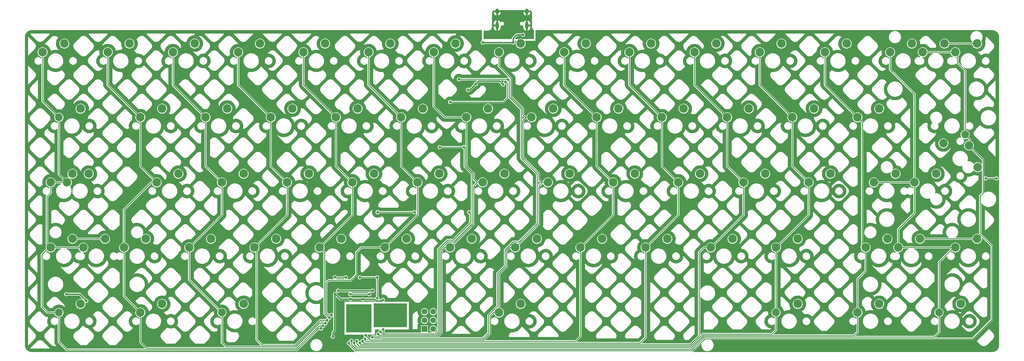
<source format=gbr>
%TF.GenerationSoftware,KiCad,Pcbnew,(6.0.8)*%
%TF.CreationDate,2022-10-24T21:08:13+02:00*%
%TF.ProjectId,cod67-iso,636f6436-372d-4697-936f-2e6b69636164,rev?*%
%TF.SameCoordinates,Original*%
%TF.FileFunction,Copper,L1,Top*%
%TF.FilePolarity,Positive*%
%FSLAX46Y46*%
G04 Gerber Fmt 4.6, Leading zero omitted, Abs format (unit mm)*
G04 Created by KiCad (PCBNEW (6.0.8)) date 2022-10-24 21:08:13*
%MOMM*%
%LPD*%
G01*
G04 APERTURE LIST*
%TA.AperFunction,ComponentPad*%
%ADD10C,2.500000*%
%TD*%
%TA.AperFunction,ComponentPad*%
%ADD11C,2.250000*%
%TD*%
%TA.AperFunction,ComponentPad*%
%ADD12C,1.700000*%
%TD*%
%TA.AperFunction,ComponentPad*%
%ADD13R,1.700000X1.700000*%
%TD*%
%TA.AperFunction,ComponentPad*%
%ADD14O,1.000000X1.600000*%
%TD*%
%TA.AperFunction,ComponentPad*%
%ADD15O,1.000000X2.100000*%
%TD*%
%TA.AperFunction,ViaPad*%
%ADD16C,0.800000*%
%TD*%
%TA.AperFunction,Conductor*%
%ADD17C,0.251000*%
%TD*%
%TA.AperFunction,Conductor*%
%ADD18C,0.381000*%
%TD*%
G04 APERTURE END LIST*
D10*
%TO.P,MX22,1,COL*%
%TO.N,COL7*%
X165258750Y-68103750D03*
%TO.P,MX22,2,ROW*%
%TO.N,Net-(D22-Pad2)*%
X171608750Y-65563750D03*
%TD*%
%TO.P,MX31,1,COL*%
%TO.N,COL2*%
X74771250Y-87153750D03*
%TO.P,MX31,2,ROW*%
%TO.N,Net-(D31-Pad2)*%
X81121250Y-84613750D03*
%TD*%
%TO.P,MX25,1,COL*%
%TO.N,COL10*%
X222408750Y-68103750D03*
%TO.P,MX25,2,ROW*%
%TO.N,Net-(D25-Pad2)*%
X228758750Y-65563750D03*
%TD*%
%TO.P,MX45,1,COL*%
%TO.N,COL3*%
X84296250Y-106203750D03*
%TO.P,MX45,2,ROW*%
%TO.N,Net-(D45-Pad2)*%
X90646250Y-103663750D03*
%TD*%
%TO.P,MX6,1,COL*%
%TO.N,COL6*%
X136683750Y-49053750D03*
%TO.P,MX6,2,ROW*%
%TO.N,Net-(D6-Pad2)*%
X143033750Y-46513750D03*
%TD*%
%TO.P,MX19,1,COL*%
%TO.N,COL4*%
X108108750Y-68103750D03*
%TO.P,MX19,2,ROW*%
%TO.N,Net-(D19-Pad2)*%
X114458750Y-65563750D03*
%TD*%
%TO.P,MX30,1,COL*%
%TO.N,COL1*%
X43814500Y-87153750D03*
X48577500Y-87153750D03*
%TO.P,MX30,2,ROW*%
%TO.N,Net-(D30-Pad2)*%
X50164500Y-84613750D03*
X54927500Y-84613750D03*
%TD*%
%TO.P,MX33,1,COL*%
%TO.N,COL4*%
X112871250Y-87153750D03*
%TO.P,MX33,2,ROW*%
%TO.N,Net-(D33-Pad2)*%
X119221250Y-84613750D03*
%TD*%
%TO.P,MX42,1,COL*%
%TO.N,COL14*%
X284321250Y-87153750D03*
%TO.P,MX42,2,ROW*%
%TO.N,Net-(D42-Pad2)*%
X290671250Y-84613750D03*
%TD*%
%TO.P,MX56,1,COL*%
%TO.N,COL14*%
X308133750Y-106203750D03*
%TO.P,MX56,2,ROW*%
%TO.N,Net-(D56-Pad2)*%
X314483750Y-103663750D03*
%TD*%
%TO.P,MX29,1,COL*%
%TO.N,COL15*%
X312102500Y-76358750D03*
%TO.P,MX29,2,ROW*%
%TO.N,Net-(D29-Pad2)*%
X314642500Y-82708750D03*
%TD*%
%TO.P,MX60,1,COL*%
%TO.N,COL8*%
X174783750Y-125253750D03*
%TO.P,MX60,2,ROW*%
%TO.N,Net-(D60-Pad2)*%
X181133750Y-122713750D03*
%TD*%
%TO.P,MX37,1,COL*%
%TO.N,COL8*%
X189071250Y-87153750D03*
%TO.P,MX37,2,ROW*%
%TO.N,Net-(D37-Pad2)*%
X195421250Y-84613750D03*
%TD*%
%TO.P,MX28,1,COL*%
%TO.N,COL13*%
X279558750Y-68103750D03*
%TO.P,MX28,2,ROW*%
%TO.N,Net-(D28-Pad2)*%
X285908750Y-65563750D03*
%TD*%
%TO.P,MX5,1,COL*%
%TO.N,COL5*%
X117633750Y-49053750D03*
%TO.P,MX5,2,ROW*%
%TO.N,Net-(D5-Pad2)*%
X123983750Y-46513750D03*
%TD*%
D11*
%TO.P,MX61,1,COL*%
%TO.N,COL12*%
X255746250Y-125253750D03*
D10*
%TO.P,MX61,2,ROW*%
%TO.N,Net-(D61-Pad2)*%
X262096250Y-122713750D03*
%TD*%
%TO.P,MX35,1,COL*%
%TO.N,COL6*%
X150971250Y-87153750D03*
%TO.P,MX35,2,ROW*%
%TO.N,Net-(D35-Pad2)*%
X157321250Y-84613750D03*
%TD*%
%TO.P,MX34,1,COL*%
%TO.N,COL5*%
X131921250Y-87153750D03*
%TO.P,MX34,2,ROW*%
%TO.N,Net-(D34-Pad2)*%
X138271250Y-84613750D03*
%TD*%
%TO.P,MX14,1,COL*%
%TO.N,COL14*%
X289083750Y-49053750D03*
%TO.P,MX14,2,ROW*%
%TO.N,Net-(D14-Pad2)*%
X295433750Y-46513750D03*
%TD*%
%TO.P,MX53,1,COL*%
%TO.N,COL11*%
X236696250Y-106203750D03*
%TO.P,MX53,2,ROW*%
%TO.N,Net-(D53-Pad2)*%
X243046250Y-103663750D03*
%TD*%
%TO.P,MX42b1,1,COL*%
%TO.N,COL14*%
X296227500Y-87153750D03*
%TO.P,MX42b1,2,ROW*%
%TO.N,Net-(D42-Pad2)*%
X302577500Y-84613750D03*
%TD*%
%TO.P,MX2,1,COL*%
%TO.N,COL2*%
X60483750Y-49053750D03*
%TO.P,MX2,2,ROW*%
%TO.N,Net-(D2-Pad2)*%
X66833750Y-46513750D03*
%TD*%
%TO.P,MX23,1,COL*%
%TO.N,COL8*%
X184308750Y-68103750D03*
%TO.P,MX23,2,ROW*%
%TO.N,Net-(D23-Pad2)*%
X190658750Y-65563750D03*
%TD*%
%TO.P,MX15b1,1,COL*%
%TO.N,COL15*%
X298608750Y-49053750D03*
%TO.P,MX15b1,2,ROW*%
%TO.N,Net-(D15-Pad2)*%
X304958750Y-46513750D03*
%TD*%
%TO.P,MX10,1,COL*%
%TO.N,COL10*%
X212883750Y-49053750D03*
%TO.P,MX10,2,ROW*%
%TO.N,Net-(D10-Pad2)*%
X219233750Y-46513750D03*
%TD*%
%TO.P,MX9,1,COL*%
%TO.N,COL9*%
X193833750Y-49053750D03*
%TO.P,MX9,2,ROW*%
%TO.N,Net-(D9-Pad2)*%
X200183750Y-46513750D03*
%TD*%
%TO.P,MX47,1,COL*%
%TO.N,COL5*%
X122396250Y-106203750D03*
%TO.P,MX47,2,ROW*%
%TO.N,Net-(D47-Pad2)*%
X128746250Y-103663750D03*
%TD*%
%TO.P,MX21,1,COL*%
%TO.N,COL6*%
X146208750Y-68103750D03*
%TO.P,MX21,2,ROW*%
%TO.N,Net-(D21-Pad2)*%
X152558750Y-65563750D03*
%TD*%
%TO.P,MX13,1,COL*%
%TO.N,COL13*%
X270033750Y-49053750D03*
%TO.P,MX13,2,ROW*%
%TO.N,Net-(D13-Pad2)*%
X276383750Y-46513750D03*
%TD*%
%TO.P,MX38,1,COL*%
%TO.N,COL9*%
X208121250Y-87153750D03*
%TO.P,MX38,2,ROW*%
%TO.N,Net-(D38-Pad2)*%
X214471250Y-84613750D03*
%TD*%
%TO.P,MX39,1,COL*%
%TO.N,COL10*%
X227171250Y-87153750D03*
%TO.P,MX39,2,ROW*%
%TO.N,Net-(D39-Pad2)*%
X233521250Y-84613750D03*
%TD*%
%TO.P,MX51,1,COL*%
%TO.N,COL9*%
X198596250Y-106203750D03*
%TO.P,MX51,2,ROW*%
%TO.N,Net-(D51-Pad2)*%
X204946250Y-103663750D03*
%TD*%
%TO.P,MX3,1,COL*%
%TO.N,COL3*%
X79533750Y-49053750D03*
%TO.P,MX3,2,ROW*%
%TO.N,Net-(D3-Pad2)*%
X85883750Y-46513750D03*
%TD*%
%TO.P,MX48,1,COL*%
%TO.N,COL6*%
X141446250Y-106203750D03*
%TO.P,MX48,2,ROW*%
%TO.N,Net-(D48-Pad2)*%
X147796250Y-103663750D03*
%TD*%
%TO.P,MX49,1,COL*%
%TO.N,COL7*%
X160496250Y-106203750D03*
%TO.P,MX49,2,ROW*%
%TO.N,Net-(D49-Pad2)*%
X166846250Y-103663750D03*
%TD*%
D11*
%TO.P,MX59,1,COL*%
%TO.N,COL3*%
X93821250Y-125253750D03*
D10*
%TO.P,MX59,2,ROW*%
%TO.N,Net-(D59-Pad2)*%
X100171250Y-122713750D03*
%TD*%
%TO.P,MX43,1,COL*%
%TO.N,COL1*%
X43815000Y-106203750D03*
%TO.P,MX43,2,ROW*%
%TO.N,Net-(D43-Pad2)*%
X50165000Y-103663750D03*
%TD*%
%TO.P,MX12,1,COL*%
%TO.N,COL12*%
X250983750Y-49053750D03*
%TO.P,MX12,2,ROW*%
%TO.N,Net-(D12-Pad2)*%
X257333750Y-46513750D03*
%TD*%
%TO.P,MX20,1,COL*%
%TO.N,COL5*%
X127158750Y-68103750D03*
%TO.P,MX20,2,ROW*%
%TO.N,Net-(D20-Pad2)*%
X133508750Y-65563750D03*
%TD*%
%TO.P,MX43b1,1,COL*%
%TO.N,COL1*%
X53340000Y-106203750D03*
%TO.P,MX43b1,2,ROW*%
%TO.N,Net-(D43-Pad2)*%
X59690000Y-103663750D03*
%TD*%
%TO.P,MX62,1,COL*%
%TO.N,COL13*%
X279558750Y-125253750D03*
%TO.P,MX62,2,ROW*%
%TO.N,Net-(D62-Pad2)*%
X285908750Y-122713750D03*
%TD*%
%TO.P,MX17,1,COL*%
%TO.N,COL2*%
X70008750Y-68103750D03*
%TO.P,MX17,2,ROW*%
%TO.N,Net-(D17-Pad2)*%
X76358750Y-65563750D03*
%TD*%
%TO.P,MX15,1,COL*%
%TO.N,COL15*%
X308133750Y-49053750D03*
%TO.P,MX15,2,ROW*%
%TO.N,Net-(D15-Pad2)*%
X314483750Y-46513750D03*
%TD*%
%TO.P,MX58,1,COL*%
%TO.N,COL2*%
X70008750Y-125253750D03*
%TO.P,MX58,2,ROW*%
%TO.N,Net-(D58-Pad2)*%
X76358750Y-122713750D03*
%TD*%
%TO.P,MX7,1,COL*%
%TO.N,COL7*%
X155733750Y-49053750D03*
%TO.P,MX7,2,ROW*%
%TO.N,Net-(D7-Pad2)*%
X162083750Y-46513750D03*
%TD*%
%TO.P,MX56b1,1,COL*%
%TO.N,COL14*%
X291465000Y-106203750D03*
%TO.P,MX56b1,2,ROW*%
%TO.N,Net-(D56-Pad2)*%
X297815000Y-103663750D03*
%TD*%
D11*
%TO.P,MX57,1,COL*%
%TO.N,COL1*%
X46196250Y-125253750D03*
D10*
%TO.P,MX57,2,ROW*%
%TO.N,Net-(D57-Pad2)*%
X52546250Y-122713750D03*
%TD*%
D11*
%TO.P,MX63,1,COL*%
%TO.N,COL14*%
X303371250Y-125253750D03*
D10*
%TO.P,MX63,2,ROW*%
%TO.N,Net-(D63-Pad2)*%
X309721250Y-122713750D03*
%TD*%
%TO.P,MX40,1,COL*%
%TO.N,COL11*%
X246221250Y-87153750D03*
%TO.P,MX40,2,ROW*%
%TO.N,Net-(D40-Pad2)*%
X252571250Y-84613750D03*
%TD*%
%TO.P,MX55,1,COL*%
%TO.N,COL13*%
X281940000Y-106203750D03*
%TO.P,MX55,2,ROW*%
%TO.N,Net-(D55-Pad2)*%
X288290000Y-103663750D03*
%TD*%
D11*
%TO.P,MX29b1,1,COL*%
%TO.N,COL15*%
X310991250Y-73183750D03*
D10*
%TO.P,MX29b1,2,ROW*%
%TO.N,Net-(D29-Pad2)*%
X304641250Y-75723750D03*
%TD*%
%TO.P,MX1,1,COL*%
%TO.N,COL1*%
X41433750Y-49053750D03*
%TO.P,MX1,2,ROW*%
%TO.N,Net-(D1-Pad2)*%
X47783750Y-46513750D03*
%TD*%
%TO.P,MX8,1,COL*%
%TO.N,COL8*%
X174783750Y-49053750D03*
%TO.P,MX8,2,ROW*%
%TO.N,Net-(D8-Pad2)*%
X181133750Y-46513750D03*
%TD*%
%TO.P,MX24,1,COL*%
%TO.N,COL9*%
X203358750Y-68103750D03*
%TO.P,MX24,2,ROW*%
%TO.N,Net-(D24-Pad2)*%
X209708750Y-65563750D03*
%TD*%
%TO.P,MX18,1,COL*%
%TO.N,COL3*%
X89058750Y-68103750D03*
%TO.P,MX18,2,ROW*%
%TO.N,Net-(D18-Pad2)*%
X95408750Y-65563750D03*
%TD*%
%TO.P,MX4,1,COL*%
%TO.N,COL4*%
X98583750Y-49053750D03*
%TO.P,MX4,2,ROW*%
%TO.N,Net-(D4-Pad2)*%
X104933750Y-46513750D03*
%TD*%
%TO.P,MX52,1,COL*%
%TO.N,COL10*%
X217646250Y-106203750D03*
%TO.P,MX52,2,ROW*%
%TO.N,Net-(D52-Pad2)*%
X223996250Y-103663750D03*
%TD*%
%TO.P,MX41,1,COL*%
%TO.N,COL12*%
X265271250Y-87153750D03*
%TO.P,MX41,2,ROW*%
%TO.N,Net-(D41-Pad2)*%
X271621250Y-84613750D03*
%TD*%
%TO.P,MX44,1,COL*%
%TO.N,COL2*%
X65246250Y-106203750D03*
%TO.P,MX44,2,ROW*%
%TO.N,Net-(D44-Pad2)*%
X71596250Y-103663750D03*
%TD*%
%TO.P,MX32,1,COL*%
%TO.N,COL3*%
X93821250Y-87153750D03*
%TO.P,MX32,2,ROW*%
%TO.N,Net-(D32-Pad2)*%
X100171250Y-84613750D03*
%TD*%
D11*
%TO.P,MX16,1,COL*%
%TO.N,COL1*%
X46196250Y-68103750D03*
D10*
%TO.P,MX16,2,ROW*%
%TO.N,Net-(D16-Pad2)*%
X52546250Y-65563750D03*
%TD*%
%TO.P,MX27,1,COL*%
%TO.N,COL12*%
X260508750Y-68103750D03*
%TO.P,MX27,2,ROW*%
%TO.N,Net-(D27-Pad2)*%
X266858750Y-65563750D03*
%TD*%
%TO.P,MX26,1,COL*%
%TO.N,COL11*%
X241458750Y-68103750D03*
%TO.P,MX26,2,ROW*%
%TO.N,Net-(D26-Pad2)*%
X247808750Y-65563750D03*
%TD*%
%TO.P,MX50,1,COL*%
%TO.N,COL8*%
X179546250Y-106203750D03*
%TO.P,MX50,2,ROW*%
%TO.N,Net-(D50-Pad2)*%
X185896250Y-103663750D03*
%TD*%
%TO.P,MX46,1,COL*%
%TO.N,COL4*%
X103346250Y-106203750D03*
%TO.P,MX46,2,ROW*%
%TO.N,Net-(D46-Pad2)*%
X109696250Y-103663750D03*
%TD*%
%TO.P,MX54,1,COL*%
%TO.N,COL12*%
X255746250Y-106203750D03*
%TO.P,MX54,2,ROW*%
%TO.N,Net-(D54-Pad2)*%
X262096250Y-103663750D03*
%TD*%
%TO.P,MX36,1,COL*%
%TO.N,COL7*%
X170021250Y-87153750D03*
%TO.P,MX36,2,ROW*%
%TO.N,Net-(D36-Pad2)*%
X176371250Y-84613750D03*
%TD*%
%TO.P,MX11,1,COL*%
%TO.N,COL11*%
X231933750Y-49053750D03*
%TO.P,MX11,2,ROW*%
%TO.N,Net-(D11-Pad2)*%
X238283750Y-46513750D03*
%TD*%
D12*
%TO.P,J1,1,MISO*%
%TO.N,MISO*%
X155575000Y-124979500D03*
%TO.P,J1,2,VCC*%
%TO.N,+5V*%
X153035000Y-124979500D03*
%TO.P,J1,3,SCK*%
%TO.N,SCK*%
X155575000Y-127519500D03*
%TO.P,J1,4,MOSI*%
%TO.N,MOSI*%
X153035000Y-127519500D03*
%TO.P,J1,5,~{RST}*%
%TO.N,RST*%
X155575000Y-130059500D03*
D13*
%TO.P,J1,6,GND*%
%TO.N,GND*%
X153035000Y-130059500D03*
%TD*%
D14*
%TO.P,USB1,S1,SHIELD*%
%TO.N,Earth*%
X174273750Y-37050000D03*
X182913750Y-37050000D03*
D15*
X182913750Y-41230000D03*
X174273750Y-41230000D03*
%TD*%
D16*
%TO.N,+5V*%
X165735000Y-60071000D03*
X134977832Y-121319605D03*
X168021000Y-58293000D03*
X131445000Y-121285000D03*
X126873000Y-119888000D03*
X175945615Y-58496385D03*
X140847653Y-121543653D03*
X126238000Y-132334000D03*
X54231875Y-121810252D03*
X48350000Y-119868750D03*
%TO.N,ROW1*%
X177419000Y-57023000D03*
X137827520Y-132519360D03*
X163128500Y-56962500D03*
%TO.N,ROW2*%
X157480000Y-76835000D03*
X164533750Y-76835000D03*
X140160492Y-130855198D03*
%TO.N,ROW3*%
X166116000Y-95885000D03*
X139319000Y-95885000D03*
X140936965Y-130225838D03*
X150114000Y-95885000D03*
%TO.N,ROW4*%
X139192000Y-114935000D03*
X139218950Y-121040510D03*
X130048000Y-114935000D03*
X126856395Y-114918395D03*
X134112000Y-114935000D03*
%TO.N,Net-(LED10-Pad4)*%
X176694000Y-57729755D03*
X160528000Y-63627000D03*
%TO.N,Net-(LED14-Pad2)*%
X316992000Y-85979000D03*
X320167000Y-85979000D03*
%TO.N,GND*%
X137922000Y-118872000D03*
X178943000Y-46228000D03*
X170053000Y-46228000D03*
X130810000Y-123698000D03*
X181835903Y-43906597D03*
X127762000Y-118872000D03*
X145542000Y-123317000D03*
X130687653Y-130433653D03*
X134048500Y-126936500D03*
%TO.N,LED*%
X131318000Y-119888000D03*
X136906000Y-119888000D03*
%TO.N,COL1*%
X122788793Y-129909115D03*
%TO.N,COL2*%
X123415342Y-129130372D03*
%TO.N,COL3*%
X124066389Y-128371990D03*
%TO.N,COL4*%
X124586691Y-127518590D03*
%TO.N,COL5*%
X125220813Y-126746000D03*
%TO.N,COL6*%
X125876384Y-125984000D03*
%TO.N,COL7*%
X139463929Y-131572000D03*
%TO.N,COL8*%
X135837000Y-131912524D03*
%TO.N,COL9*%
X135705160Y-132910207D03*
%TO.N,COL10*%
X134943636Y-133557576D03*
%TO.N,COL11*%
X134112000Y-134112000D03*
%TO.N,COL12*%
X133249679Y-133586103D03*
%TO.N,COL13*%
X132419633Y-134142906D03*
%TO.N,COL14*%
X131653881Y-133500544D03*
%TO.N,COL15*%
X130928541Y-134188210D03*
%TD*%
D17*
%TO.N,COL15*%
X312102500Y-76358750D02*
X316230000Y-80486250D01*
X316230000Y-80486250D02*
X316230000Y-90297000D01*
X316230000Y-90297000D02*
X315448579Y-91078421D01*
X315448579Y-91078421D02*
X315448579Y-102342579D01*
X315448579Y-102342579D02*
X318770000Y-105664000D01*
X318770000Y-105664000D02*
X318770000Y-127381000D01*
X318770000Y-127381000D02*
X313271271Y-132879729D01*
X313271271Y-132879729D02*
X234957149Y-132879729D01*
X234957149Y-132879729D02*
X231438878Y-136398000D01*
X231438878Y-136398000D02*
X132842000Y-136398000D01*
X132842000Y-136398000D02*
X130928541Y-134484541D01*
X130928541Y-134484541D02*
X130928541Y-134188210D01*
D18*
%TO.N,+5V*%
X138891716Y-121830521D02*
X140560785Y-121830521D01*
X126238000Y-131064000D02*
X126746000Y-130556000D01*
X54231875Y-121810252D02*
X52290373Y-119868750D01*
X134943227Y-121285000D02*
X131445000Y-121285000D01*
X126238000Y-132334000D02*
X126238000Y-131064000D01*
X168021000Y-58293000D02*
X168835980Y-57478020D01*
X165735000Y-60071000D02*
X166243000Y-60071000D01*
X134977832Y-121319605D02*
X138380800Y-121319605D01*
X174927250Y-57478020D02*
X175945615Y-58496385D01*
X126746000Y-130556000D02*
X126746000Y-120015000D01*
X127000000Y-119888000D02*
X128397000Y-121285000D01*
X134977832Y-121319605D02*
X134943227Y-121285000D01*
X128397000Y-121285000D02*
X131445000Y-121285000D01*
X138380800Y-121319605D02*
X138891716Y-121830521D01*
X126746000Y-120015000D02*
X126873000Y-119888000D01*
X52290373Y-119868750D02*
X48350000Y-119868750D01*
X166243000Y-60071000D02*
X168021000Y-58293000D01*
X168835980Y-57478020D02*
X174927250Y-57478020D01*
X140560785Y-121830521D02*
X140847653Y-121543653D01*
X126873000Y-119888000D02*
X127000000Y-119888000D01*
D17*
%TO.N,ROW1*%
X140328605Y-132334000D02*
X140788445Y-132793840D01*
X181286480Y-80006110D02*
X181286480Y-65718613D01*
X177358500Y-56962500D02*
X177419000Y-57023000D01*
X176587480Y-111563187D02*
X176587480Y-109459911D01*
X185985480Y-99127388D02*
X185985480Y-84705111D01*
X137827520Y-132519360D02*
X138012880Y-132334000D01*
X185985480Y-84705111D02*
X181286480Y-80006110D01*
X138012880Y-132334000D02*
X140328605Y-132334000D01*
X174333230Y-113817437D02*
X176587480Y-111563187D01*
X170112931Y-132793840D02*
X171761480Y-131145291D01*
X176575709Y-106888291D02*
X178943000Y-104521000D01*
X178943000Y-104521000D02*
X180591868Y-104521000D01*
X174333230Y-123354770D02*
X174333230Y-113817437D01*
X177800000Y-57404000D02*
X177419000Y-57023000D01*
X176587480Y-109459911D02*
X176575709Y-109448139D01*
X180591868Y-104521000D02*
X185985480Y-99127388D01*
X171761480Y-125926520D02*
X174333230Y-123354770D01*
X177800000Y-62232133D02*
X177800000Y-57404000D01*
X163128500Y-56962500D02*
X177358500Y-56962500D01*
X176575709Y-109448139D02*
X176575709Y-106888291D01*
X171761480Y-131145291D02*
X171761480Y-125926520D01*
X140788445Y-132793840D02*
X170112931Y-132793840D01*
X181286480Y-65718613D02*
X177800000Y-62232133D01*
%TO.N,Net-(D15-Pad2)*%
X304958750Y-46513750D02*
X314483750Y-46513750D01*
%TO.N,ROW2*%
X157480000Y-76835000D02*
X164533750Y-76835000D01*
X161541868Y-104521000D02*
X166878000Y-99184868D01*
X140160492Y-130891624D02*
X141161668Y-131892800D01*
X164808230Y-77109480D02*
X164533750Y-76835000D01*
X157525709Y-106878978D02*
X159883687Y-104521000D01*
X141161668Y-131892800D02*
X156649068Y-131892800D01*
X164808230Y-82577861D02*
X164808230Y-77109480D01*
X166878000Y-99184868D02*
X166878000Y-84647632D01*
X166878000Y-84647632D02*
X164808230Y-82577861D01*
X140160492Y-130855198D02*
X140160492Y-130891624D01*
X156649068Y-131892800D02*
X157525709Y-131016159D01*
X157525709Y-131016159D02*
X157525709Y-106878978D01*
X159883687Y-104521000D02*
X161541868Y-104521000D01*
%TO.N,ROW3*%
X166427480Y-96196480D02*
X166116000Y-95885000D01*
X157075189Y-106692366D02*
X159697075Y-104070480D01*
X156462456Y-131442280D02*
X157075189Y-130829547D01*
X141348280Y-131442280D02*
X156462456Y-131442280D01*
X140936965Y-130225838D02*
X140936965Y-131030965D01*
X139319000Y-95885000D02*
X150114000Y-95885000D01*
X159697075Y-104070480D02*
X161355256Y-104070480D01*
X140936965Y-131030965D02*
X141348280Y-131442280D01*
X166427480Y-98998256D02*
X166427480Y-96196480D01*
X161355256Y-104070480D02*
X166427480Y-98998256D01*
X157075189Y-130829547D02*
X157075189Y-106692366D01*
%TO.N,ROW4*%
X130031395Y-114918395D02*
X126856395Y-114918395D01*
X139192000Y-114935000D02*
X139218950Y-114961950D01*
X139218950Y-114961950D02*
X139218950Y-121040510D01*
X130048000Y-114935000D02*
X130031395Y-114918395D01*
X134112000Y-114935000D02*
X139192000Y-114935000D01*
%TO.N,Net-(D43-Pad2)*%
X50165000Y-103663750D02*
X59690000Y-103663750D01*
%TO.N,Net-(D56-Pad2)*%
X297815000Y-103663750D02*
X314483750Y-103663750D01*
%TO.N,Net-(LED10-Pad4)*%
X177349480Y-62299520D02*
X177349480Y-58385235D01*
X176022000Y-63627000D02*
X177349480Y-62299520D01*
X177349480Y-58385235D02*
X176694000Y-57729755D01*
X160528000Y-63627000D02*
X176022000Y-63627000D01*
%TO.N,Net-(LED14-Pad2)*%
X320167000Y-85979000D02*
X316992000Y-85979000D01*
D18*
%TO.N,GND*%
X178943000Y-44958000D02*
X178943000Y-46228000D01*
X172948889Y-46228000D02*
X178943000Y-46228000D01*
X179994403Y-43906597D02*
X178943000Y-44958000D01*
X172931042Y-46245847D02*
X172948889Y-46228000D01*
X181835903Y-43906597D02*
X179994403Y-43906597D01*
X172931042Y-46245847D02*
X172913195Y-46228000D01*
X172913195Y-46228000D02*
X170053000Y-46228000D01*
X127762000Y-118872000D02*
X137922000Y-118872000D01*
D17*
%TO.N,LED*%
X136906000Y-119888000D02*
X131318000Y-119888000D01*
%TO.N,COL1*%
X41433750Y-49053750D02*
X41433750Y-63341250D01*
X122788793Y-129909115D02*
X122065281Y-129909115D01*
X122065281Y-129909115D02*
X115830396Y-136144000D01*
X42690000Y-105078750D02*
X43815000Y-106203750D01*
X46196250Y-133826250D02*
X46196250Y-125253750D01*
X48577500Y-87153750D02*
X43814500Y-87153750D01*
X42690000Y-91316048D02*
X42690000Y-105078750D01*
X41433750Y-63341250D02*
X46196250Y-68103750D01*
X46196250Y-84772500D02*
X48577500Y-87153750D01*
X48514000Y-136144000D02*
X46196250Y-133826250D01*
X41275000Y-123571000D02*
X42957750Y-125253750D01*
X41275000Y-108245952D02*
X41275000Y-123571000D01*
X43815000Y-106203750D02*
X53340000Y-106203750D01*
X42957750Y-125253750D02*
X46196250Y-125253750D01*
X46196250Y-68103750D02*
X46196250Y-84772500D01*
X43317202Y-106203750D02*
X41275000Y-108245952D01*
X43814500Y-87153750D02*
X43814500Y-90191548D01*
X115830396Y-136144000D02*
X48514000Y-136144000D01*
X43815000Y-106203750D02*
X43317202Y-106203750D01*
X43814500Y-90191548D02*
X42690000Y-91316048D01*
%TO.N,COL2*%
X60483750Y-49053750D02*
X60483750Y-58578750D01*
X70008750Y-82391250D02*
X74771250Y-87153750D01*
X65246250Y-106203750D02*
X65246250Y-120491250D01*
X115643784Y-135693480D02*
X71812480Y-135693480D01*
X123386714Y-129159000D02*
X122178264Y-129159000D01*
X74771250Y-87153750D02*
X73180260Y-87153750D01*
X70008750Y-68103750D02*
X70008750Y-82391250D01*
X122178264Y-129159000D02*
X115643784Y-135693480D01*
X70008750Y-133889750D02*
X70008750Y-125253750D01*
X65246250Y-95087760D02*
X65246250Y-106203750D01*
X123415342Y-129130372D02*
X123386714Y-129159000D01*
X71812480Y-135693480D02*
X70008750Y-133889750D01*
X65246250Y-120491250D02*
X70008750Y-125253750D01*
X60483750Y-58578750D02*
X70008750Y-68103750D01*
X73180260Y-87153750D02*
X65246250Y-95087760D01*
%TO.N,COL3*%
X93821250Y-133953250D02*
X93821250Y-125253750D01*
X89058750Y-82391250D02*
X93821250Y-87153750D01*
X115457172Y-135242960D02*
X95110960Y-135242960D01*
X84296250Y-115728750D02*
X93821250Y-125253750D01*
X93821250Y-96678750D02*
X84296250Y-106203750D01*
X122328142Y-128371990D02*
X115457172Y-135242960D01*
X93821250Y-87153750D02*
X93821250Y-96678750D01*
X89058750Y-68103750D02*
X89058750Y-82391250D01*
X84296250Y-106203750D02*
X84296250Y-115728750D01*
X95110960Y-135242960D02*
X93821250Y-133953250D01*
X79533750Y-49053750D02*
X79533750Y-58578750D01*
X124066389Y-128371990D02*
X122328142Y-128371990D01*
X79533750Y-58578750D02*
X89058750Y-68103750D01*
%TO.N,COL4*%
X108108750Y-68103750D02*
X108108750Y-82391250D01*
X122555000Y-127508000D02*
X115270560Y-134792440D01*
X98583750Y-49053750D02*
X98583750Y-58578750D01*
X124576101Y-127508000D02*
X122555000Y-127508000D01*
X105582440Y-134792440D02*
X104013000Y-133223000D01*
X115270560Y-134792440D02*
X105582440Y-134792440D01*
X104013000Y-106870500D02*
X103346250Y-106203750D01*
X112871250Y-87153750D02*
X112871250Y-96678750D01*
X104013000Y-133223000D02*
X104013000Y-106870500D01*
X98583750Y-58578750D02*
X108108750Y-68103750D01*
X108108750Y-82391250D02*
X112871250Y-87153750D01*
X124586691Y-127518590D02*
X124576101Y-127508000D01*
X112871250Y-96678750D02*
X103346250Y-106203750D01*
%TO.N,COL5*%
X123812671Y-125465803D02*
X123812671Y-107620171D01*
X127158750Y-82391250D02*
X131921250Y-87153750D01*
X125092868Y-126746000D02*
X123812671Y-125465803D01*
X117633750Y-49053750D02*
X117633750Y-58578750D01*
X127158750Y-68103750D02*
X127158750Y-82391250D01*
X131921250Y-87153750D02*
X131921250Y-96678750D01*
X131921250Y-96678750D02*
X122396250Y-106203750D01*
X117633750Y-58578750D02*
X127158750Y-68103750D01*
X125220813Y-126746000D02*
X125092868Y-126746000D01*
X123812671Y-107620171D02*
X122396250Y-106203750D01*
%TO.N,COL6*%
X146208750Y-82391250D02*
X150971250Y-87153750D01*
X133096000Y-114173000D02*
X133096000Y-107569000D01*
X131445000Y-115824000D02*
X133096000Y-114173000D01*
X146208750Y-68103750D02*
X146208750Y-82391250D01*
X134461250Y-106203750D02*
X141446250Y-106203750D01*
X125876384Y-125984000D02*
X124968000Y-125984000D01*
X124968000Y-125984000D02*
X124263191Y-125279191D01*
X150971250Y-87153750D02*
X150971250Y-96678750D01*
X150971250Y-96678750D02*
X141446250Y-106203750D01*
X124968000Y-115824000D02*
X131445000Y-115824000D01*
X124263191Y-116528809D02*
X124968000Y-115824000D01*
X136683750Y-49053750D02*
X136683750Y-58578750D01*
X136683750Y-58578750D02*
X146208750Y-68103750D01*
X124263191Y-125279191D02*
X124263191Y-116528809D01*
X133096000Y-107569000D02*
X134461250Y-106203750D01*
%TO.N,COL7*%
X158845250Y-106203750D02*
X160496250Y-106203750D01*
X168430260Y-87153750D02*
X167386000Y-88198010D01*
X140975057Y-132343320D02*
X156835680Y-132343320D01*
X139463929Y-131572000D02*
X139775409Y-131883480D01*
X170021250Y-87153750D02*
X168430260Y-87153750D01*
X165258750Y-68103750D02*
X165258750Y-82391250D01*
X155733750Y-64928750D02*
X158908750Y-68103750D01*
X167328520Y-84461021D02*
X167328520Y-86048520D01*
X167386000Y-88198010D02*
X167386000Y-99314000D01*
X139775409Y-131883480D02*
X140515217Y-131883480D01*
X158908750Y-68103750D02*
X165258750Y-68103750D01*
X156835680Y-132343320D02*
X157976229Y-131202771D01*
X167386000Y-99314000D02*
X160496250Y-106203750D01*
X140515217Y-131883480D02*
X140975057Y-132343320D01*
X168433750Y-87153750D02*
X170021250Y-87153750D01*
X155733750Y-49053750D02*
X155733750Y-64928750D01*
X167328520Y-86048520D02*
X168433750Y-87153750D01*
X157976229Y-107072771D02*
X158845250Y-106203750D01*
X157976229Y-131202771D02*
X157976229Y-107072771D01*
X165258750Y-82391250D02*
X167328520Y-84461021D01*
%TO.N,COL8*%
X172212000Y-126113132D02*
X173071382Y-125253750D01*
X181737000Y-65531999D02*
X181737000Y-67310000D01*
X186436000Y-99314000D02*
X179546250Y-106203750D01*
X174783750Y-114004049D02*
X174783750Y-125253750D01*
X135849524Y-131912524D02*
X137181360Y-133244360D01*
X178308000Y-62102999D02*
X181737000Y-65531999D01*
X178308000Y-56642000D02*
X178308000Y-62102999D01*
X186436000Y-84518499D02*
X181737000Y-79819499D01*
X174783750Y-49053750D02*
X174783750Y-53117750D01*
X177038000Y-109273299D02*
X177038000Y-111749799D01*
X135837000Y-131912524D02*
X135849524Y-131912524D01*
X187229750Y-87153750D02*
X186436000Y-86360000D01*
X181737000Y-79819499D02*
X181737000Y-69088000D01*
X189071250Y-87153750D02*
X187420250Y-87153750D01*
X137181360Y-133244360D02*
X170299543Y-133244360D01*
X179546250Y-106203750D02*
X177897382Y-106203750D01*
X173071382Y-125253750D02*
X174783750Y-125253750D01*
X182530750Y-68103750D02*
X184308750Y-68103750D01*
X177026229Y-109261528D02*
X177038000Y-109273299D01*
X186436000Y-86360000D02*
X186436000Y-84518499D01*
X170299543Y-133244360D02*
X172212000Y-131331903D01*
X181737000Y-69088000D02*
X182721250Y-68103750D01*
X177026229Y-107074903D02*
X177026229Y-109261528D01*
X186436000Y-88138000D02*
X186436000Y-99314000D01*
X174783750Y-53117750D02*
X178308000Y-56642000D01*
X181737000Y-67310000D02*
X182530750Y-68103750D01*
X177038000Y-111749799D02*
X174783750Y-114004049D01*
X187420250Y-87153750D02*
X186436000Y-88138000D01*
X182721250Y-68103750D02*
X184308750Y-68103750D01*
X177897382Y-106203750D02*
X177026229Y-107074903D01*
X189071250Y-87153750D02*
X187229750Y-87153750D01*
X172212000Y-131331903D02*
X172212000Y-126113132D01*
%TO.N,COL9*%
X208121250Y-87153750D02*
X208121250Y-96678750D01*
X135705160Y-133419160D02*
X135980880Y-133694880D01*
X203358750Y-68103750D02*
X203358750Y-82391250D01*
X135705160Y-132910207D02*
X135705160Y-133419160D01*
X193833750Y-49053750D02*
X193833750Y-58578750D01*
X198596250Y-132238750D02*
X198596250Y-106203750D01*
X203358750Y-82391250D02*
X208121250Y-87153750D01*
X135980880Y-133694880D02*
X197140120Y-133694880D01*
X193833750Y-58578750D02*
X203358750Y-68103750D01*
X197140120Y-133694880D02*
X198596250Y-132238750D01*
X208121250Y-96678750D02*
X198596250Y-106203750D01*
%TO.N,COL10*%
X217646250Y-106203750D02*
X227171250Y-96678750D01*
X134943636Y-133927636D02*
X135161400Y-134145400D01*
X134943636Y-133557576D02*
X134943636Y-133927636D01*
X227171250Y-96678750D02*
X227171250Y-87153750D01*
X217646250Y-132492750D02*
X217646250Y-106203750D01*
X222408750Y-68103750D02*
X212883750Y-58578750D01*
X215993600Y-134145400D02*
X217646250Y-132492750D01*
X212883750Y-58578750D02*
X212883750Y-49053750D01*
X135161400Y-134145400D02*
X215993600Y-134145400D01*
X227171250Y-87153750D02*
X222408750Y-82391250D01*
X222408750Y-82391250D02*
X222408750Y-68103750D01*
%TO.N,COL11*%
X134112000Y-134239000D02*
X134468920Y-134595920D01*
X246221250Y-96678750D02*
X236696250Y-106203750D01*
X233299000Y-107569000D02*
X234664250Y-106203750D01*
X231933750Y-58578750D02*
X241458750Y-68103750D01*
X134468920Y-134595920D02*
X230692430Y-134595920D01*
X134112000Y-134112000D02*
X134112000Y-134239000D01*
X230692430Y-134595920D02*
X233299000Y-131989350D01*
X241458750Y-68103750D02*
X241458750Y-82391250D01*
X246221250Y-87153750D02*
X246221250Y-96678750D01*
X233299000Y-131989350D02*
X233299000Y-107569000D01*
X234664250Y-106203750D02*
X236696250Y-106203750D01*
X231933750Y-49053750D02*
X231933750Y-58578750D01*
X241458750Y-82391250D02*
X246221250Y-87153750D01*
%TO.N,COL12*%
X133903440Y-135046440D02*
X230879042Y-135046440D01*
X260508750Y-68103750D02*
X260508750Y-82391250D01*
X260508750Y-82391250D02*
X265271250Y-87153750D01*
X265271250Y-96678750D02*
X265271250Y-87153750D01*
X255746250Y-106203750D02*
X265271250Y-96678750D01*
X230879042Y-135046440D02*
X234397316Y-131528169D01*
X133249679Y-134392679D02*
X133903440Y-135046440D01*
X255746250Y-130333750D02*
X255746250Y-125253750D01*
X250983750Y-49053750D02*
X250983750Y-58578750D01*
X255746250Y-106203750D02*
X255746250Y-125253750D01*
X234397316Y-131528169D02*
X254551831Y-131528169D01*
X254551831Y-131528169D02*
X255746250Y-130333750D01*
X133249679Y-133586103D02*
X133249679Y-134392679D01*
X250983750Y-58578750D02*
X260508750Y-68103750D01*
%TO.N,COL13*%
X132419633Y-134142906D02*
X132419633Y-134578633D01*
X279558750Y-68103750D02*
X270033750Y-58578750D01*
X280924000Y-69469000D02*
X280924000Y-105187750D01*
X280924000Y-105187750D02*
X281940000Y-106203750D01*
X279558750Y-130905250D02*
X279558750Y-125253750D01*
X133337960Y-135496960D02*
X231065654Y-135496960D01*
X234583927Y-131978689D02*
X278485311Y-131978689D01*
X132419633Y-134578633D02*
X133337960Y-135496960D01*
X281940000Y-106203750D02*
X281940000Y-113030000D01*
X281940000Y-113030000D02*
X279558750Y-115411250D01*
X279558750Y-115411250D02*
X279558750Y-125253750D01*
X278485311Y-131978689D02*
X279558750Y-130905250D01*
X270033750Y-58578750D02*
X270033750Y-49053750D01*
X231065654Y-135496960D02*
X234583927Y-131978689D01*
X279558750Y-68103750D02*
X280924000Y-69469000D01*
%TO.N,COL14*%
X234770538Y-132429209D02*
X302025751Y-132429209D01*
X231252266Y-135947480D02*
X234770538Y-132429209D01*
X131653881Y-134572749D02*
X133028612Y-135947480D01*
X289083750Y-54133750D02*
X289083750Y-49053750D01*
X131653881Y-133500544D02*
X131653881Y-134572749D01*
X296227500Y-87153750D02*
X296227500Y-61277500D01*
X307635952Y-106203750D02*
X308133750Y-106203750D01*
X133028612Y-135947480D02*
X231252266Y-135947480D01*
X291465000Y-106203750D02*
X291465000Y-100838000D01*
X308133750Y-106203750D02*
X291465000Y-106203750D01*
X296227500Y-87153750D02*
X284771770Y-87153750D01*
X296227500Y-96075500D02*
X296227500Y-87153750D01*
X302025751Y-132429209D02*
X303371250Y-131083710D01*
X303371250Y-131083710D02*
X303371250Y-125253750D01*
X303371250Y-110468452D02*
X307635952Y-106203750D01*
X291465000Y-100838000D02*
X296227500Y-96075500D01*
X296227500Y-61277500D02*
X289083750Y-54133750D01*
X303371250Y-125253750D02*
X303371250Y-110468452D01*
%TO.N,COL15*%
X308748771Y-52111527D02*
X308748771Y-49668771D01*
X310991250Y-54354006D02*
X308748771Y-52111527D01*
X298608750Y-49053750D02*
X308133750Y-49053750D01*
X310991250Y-73183750D02*
X312421066Y-74613566D01*
X310991250Y-73183750D02*
X310991250Y-54354006D01*
X308748771Y-49668771D02*
X308133750Y-49053750D01*
X312421066Y-74613566D02*
X312421066Y-76040185D01*
%TD*%
%TA.AperFunction,NonConductor*%
G36*
X308399074Y-50500204D02*
G01*
X308422277Y-50540718D01*
X308422771Y-50548469D01*
X308422771Y-50777377D01*
X308404905Y-50820511D01*
X308361771Y-50838377D01*
X308319589Y-50821441D01*
X308273361Y-50777187D01*
X308199485Y-50706466D01*
X308059501Y-50616079D01*
X308032956Y-50577673D01*
X308041344Y-50531745D01*
X308079751Y-50505200D01*
X308094825Y-50503875D01*
X308129205Y-50505135D01*
X308199775Y-50507723D01*
X308354021Y-50487963D01*
X308399074Y-50500204D01*
G37*
%TD.AperFunction*%
%TA.AperFunction,NonConductor*%
G36*
X176195111Y-57306366D02*
G01*
X176212977Y-57349500D01*
X176200372Y-57386634D01*
X176169464Y-57426914D01*
X176167935Y-57430604D01*
X176167935Y-57430605D01*
X176120131Y-57546015D01*
X176108956Y-57572993D01*
X176088318Y-57729755D01*
X176088840Y-57733720D01*
X176102021Y-57833844D01*
X176089937Y-57878941D01*
X176049505Y-57902284D01*
X176033582Y-57902284D01*
X175945615Y-57890703D01*
X175941650Y-57891225D01*
X175941649Y-57891225D01*
X175928848Y-57892910D01*
X175883752Y-57880826D01*
X175877753Y-57875566D01*
X175394821Y-57392634D01*
X175376955Y-57349500D01*
X175394821Y-57306366D01*
X175437955Y-57288500D01*
X176151977Y-57288500D01*
X176195111Y-57306366D01*
G37*
%TD.AperFunction*%
%TA.AperFunction,NonConductor*%
G36*
X177419000Y-57628682D02*
G01*
X177418755Y-57630544D01*
X177456134Y-57646026D01*
X177474000Y-57689160D01*
X177474000Y-57901453D01*
X177456134Y-57944587D01*
X177413000Y-57962453D01*
X177369866Y-57944587D01*
X177304125Y-57878846D01*
X177286259Y-57835712D01*
X177286781Y-57827750D01*
X177299160Y-57733720D01*
X177299682Y-57729755D01*
X177299160Y-57725790D01*
X177294413Y-57689730D01*
X177306497Y-57644633D01*
X177346929Y-57621290D01*
X177362851Y-57621290D01*
X177419000Y-57628682D01*
G37*
%TD.AperFunction*%
%TA.AperFunction,NonConductor*%
G36*
X181716614Y-67750648D02*
G01*
X182121832Y-68155866D01*
X182139698Y-68199000D01*
X182121832Y-68242134D01*
X181716614Y-68647352D01*
X181673480Y-68665218D01*
X181630346Y-68647352D01*
X181612480Y-68604218D01*
X181612480Y-67793782D01*
X181630346Y-67750648D01*
X181673480Y-67732782D01*
X181716614Y-67750648D01*
G37*
%TD.AperFunction*%
%TA.AperFunction,NonConductor*%
G36*
X186415614Y-86800648D02*
G01*
X186820832Y-87205866D01*
X186838698Y-87249000D01*
X186820832Y-87292134D01*
X186415614Y-87697352D01*
X186372480Y-87715218D01*
X186329346Y-87697352D01*
X186311480Y-87654218D01*
X186311480Y-86843782D01*
X186329346Y-86800648D01*
X186372480Y-86782782D01*
X186415614Y-86800648D01*
G37*
%TD.AperFunction*%
%TA.AperFunction,NonConductor*%
G36*
X167308134Y-86489168D02*
G01*
X167927837Y-87108871D01*
X167945703Y-87152005D01*
X167927837Y-87195139D01*
X167308134Y-87814842D01*
X167265000Y-87832708D01*
X167221866Y-87814842D01*
X167204000Y-87771708D01*
X167204000Y-86532302D01*
X167221866Y-86489168D01*
X167265000Y-86471302D01*
X167308134Y-86489168D01*
G37*
%TD.AperFunction*%
%TA.AperFunction,NonConductor*%
G36*
X129541545Y-115262261D02*
G01*
X129546805Y-115268260D01*
X129619718Y-115363282D01*
X129637913Y-115377243D01*
X129652720Y-115388605D01*
X129676064Y-115429038D01*
X129663981Y-115474134D01*
X129623548Y-115497478D01*
X129615586Y-115498000D01*
X127267169Y-115498000D01*
X127224035Y-115480134D01*
X127206169Y-115437000D01*
X127224035Y-115393866D01*
X127230035Y-115388605D01*
X127244843Y-115377243D01*
X127284677Y-115346677D01*
X127317972Y-115303286D01*
X127344849Y-115268260D01*
X127385281Y-115244917D01*
X127393243Y-115244395D01*
X129498411Y-115244395D01*
X129541545Y-115262261D01*
G37*
%TD.AperFunction*%
%TA.AperFunction,NonConductor*%
G36*
X123644515Y-127851866D02*
G01*
X123662381Y-127895000D01*
X123644515Y-127938134D01*
X123643744Y-127938810D01*
X123641283Y-127941271D01*
X123638107Y-127943708D01*
X123635670Y-127946884D01*
X123577935Y-128022125D01*
X123537503Y-128045468D01*
X123529541Y-128045990D01*
X122625312Y-128045990D01*
X122582178Y-128028124D01*
X122564312Y-127984990D01*
X122582178Y-127941856D01*
X122672168Y-127851866D01*
X122715302Y-127834000D01*
X123601381Y-127834000D01*
X123644515Y-127851866D01*
G37*
%TD.AperFunction*%
%TA.AperFunction,NonConductor*%
G36*
X122909644Y-128715856D02*
G01*
X122927510Y-128758990D01*
X122914904Y-128796125D01*
X122904921Y-128809135D01*
X122864489Y-128832478D01*
X122856527Y-128833000D01*
X122475434Y-128833000D01*
X122432300Y-128815134D01*
X122414434Y-128772000D01*
X122432300Y-128728866D01*
X122445310Y-128715856D01*
X122488444Y-128697990D01*
X122866510Y-128697990D01*
X122909644Y-128715856D01*
G37*
%TD.AperFunction*%
%TA.AperFunction,NonConductor*%
G36*
X139969917Y-130192866D02*
G01*
X139987783Y-130236000D01*
X139969917Y-130279134D01*
X139950127Y-130292357D01*
X139947699Y-130293363D01*
X139857651Y-130330662D01*
X139854481Y-130333094D01*
X139854480Y-130333095D01*
X139825727Y-130355158D01*
X139732210Y-130426916D01*
X139729773Y-130430092D01*
X139651692Y-130531850D01*
X139635956Y-130552357D01*
X139634427Y-130556047D01*
X139634427Y-130556048D01*
X139578873Y-130690168D01*
X139575448Y-130698436D01*
X139574926Y-130702399D01*
X139574926Y-130702400D01*
X139557392Y-130835586D01*
X139554810Y-130855198D01*
X139555332Y-130859163D01*
X139560924Y-130901637D01*
X139548841Y-130946733D01*
X139508408Y-130970077D01*
X139492485Y-130970077D01*
X139467895Y-130966840D01*
X139467894Y-130966840D01*
X139463929Y-130966318D01*
X139459964Y-130966840D01*
X139311131Y-130986434D01*
X139311130Y-130986434D01*
X139307167Y-130986956D01*
X139303477Y-130988484D01*
X139303475Y-130988485D01*
X139170308Y-131043645D01*
X139161088Y-131047464D01*
X139157918Y-131049896D01*
X139157917Y-131049897D01*
X139132400Y-131069477D01*
X139035647Y-131143718D01*
X139033210Y-131146894D01*
X138950802Y-131254291D01*
X138939393Y-131269159D01*
X138937864Y-131272849D01*
X138937864Y-131272850D01*
X138895171Y-131375921D01*
X138878885Y-131415238D01*
X138878363Y-131419201D01*
X138878363Y-131419202D01*
X138861333Y-131548556D01*
X138858247Y-131572000D01*
X138858769Y-131575965D01*
X138875036Y-131699522D01*
X138878885Y-131728762D01*
X138880413Y-131732452D01*
X138880414Y-131732454D01*
X138889001Y-131753184D01*
X138939393Y-131874841D01*
X138961214Y-131903278D01*
X138966268Y-131909865D01*
X138978352Y-131954962D01*
X138955009Y-131995394D01*
X138917874Y-132008000D01*
X138168239Y-132008000D01*
X138137892Y-131997700D01*
X138136994Y-131999256D01*
X138133531Y-131997256D01*
X138130361Y-131994824D01*
X138034126Y-131954962D01*
X137987974Y-131935845D01*
X137987972Y-131935844D01*
X137984282Y-131934316D01*
X137980319Y-131933794D01*
X137980318Y-131933794D01*
X137831485Y-131914200D01*
X137827520Y-131913678D01*
X137823555Y-131914200D01*
X137674722Y-131933794D01*
X137674721Y-131933794D01*
X137670758Y-131934316D01*
X137667068Y-131935844D01*
X137667066Y-131935845D01*
X137620914Y-131954962D01*
X137524679Y-131994824D01*
X137521509Y-131997256D01*
X137521508Y-131997257D01*
X137432804Y-132065322D01*
X137399238Y-132091078D01*
X137396801Y-132094254D01*
X137330084Y-132181202D01*
X137302984Y-132216519D01*
X137301455Y-132220209D01*
X137301455Y-132220210D01*
X137246879Y-132351969D01*
X137242476Y-132362598D01*
X137221838Y-132519360D01*
X137222360Y-132523325D01*
X137240354Y-132660000D01*
X137242476Y-132676122D01*
X137244004Y-132679812D01*
X137244005Y-132679814D01*
X137244137Y-132680132D01*
X137244137Y-132680306D01*
X137245041Y-132683680D01*
X137244137Y-132683922D01*
X137244142Y-132726819D01*
X137211133Y-132759836D01*
X137164446Y-132759841D01*
X137144649Y-132746616D01*
X136873886Y-132475853D01*
X136448581Y-132050547D01*
X136430716Y-132007415D01*
X136431238Y-131999453D01*
X136442160Y-131916489D01*
X136442682Y-131912524D01*
X136423650Y-131767962D01*
X136435733Y-131722866D01*
X136476166Y-131699522D01*
X136484128Y-131699000D01*
X138557000Y-131699000D01*
X138557000Y-130236000D01*
X138574866Y-130192866D01*
X138618000Y-130175000D01*
X139926783Y-130175000D01*
X139969917Y-130192866D01*
G37*
%TD.AperFunction*%
%TA.AperFunction,NonConductor*%
G36*
X140211437Y-132677866D02*
G01*
X140347797Y-132814226D01*
X140365663Y-132857360D01*
X140347797Y-132900494D01*
X140304663Y-132918360D01*
X138401591Y-132918360D01*
X138358457Y-132900494D01*
X138340591Y-132857360D01*
X138348765Y-132826858D01*
X138349624Y-132825371D01*
X138352056Y-132822201D01*
X138403645Y-132697655D01*
X138436657Y-132664643D01*
X138460001Y-132660000D01*
X140168303Y-132660000D01*
X140211437Y-132677866D01*
G37*
%TD.AperFunction*%
%TA.AperFunction,NonConductor*%
G36*
X136407072Y-132931105D02*
G01*
X136740713Y-133264746D01*
X136758579Y-133307880D01*
X136740713Y-133351014D01*
X136697579Y-133368880D01*
X136233818Y-133368880D01*
X136190684Y-133351014D01*
X136172818Y-133307880D01*
X136185423Y-133270746D01*
X136227263Y-133216219D01*
X136227264Y-133216218D01*
X136229696Y-133213048D01*
X136231467Y-133208772D01*
X136288675Y-133070661D01*
X136288676Y-133070659D01*
X136290204Y-133066969D01*
X136291117Y-133060038D01*
X136302179Y-132976008D01*
X136303460Y-132966276D01*
X136326803Y-132925845D01*
X136371900Y-132913761D01*
X136407072Y-132931105D01*
G37*
%TD.AperFunction*%
%TA.AperFunction,NonConductor*%
G36*
X136597520Y-119280866D02*
G01*
X136615386Y-119324000D01*
X136597520Y-119367134D01*
X136591521Y-119372394D01*
X136477718Y-119459718D01*
X136475281Y-119462894D01*
X136417546Y-119538135D01*
X136377114Y-119561478D01*
X136369152Y-119562000D01*
X131854848Y-119562000D01*
X131811714Y-119544134D01*
X131806454Y-119538135D01*
X131748719Y-119462894D01*
X131746282Y-119459718D01*
X131632480Y-119372395D01*
X131609136Y-119331962D01*
X131621219Y-119286866D01*
X131661652Y-119263522D01*
X131669614Y-119263000D01*
X136554386Y-119263000D01*
X136597520Y-119280866D01*
G37*
%TD.AperFunction*%
%TA.AperFunction,NonConductor*%
G36*
X169781131Y-42606093D02*
G01*
X169799000Y-42649229D01*
X169799000Y-45642475D01*
X169781134Y-45685609D01*
X169761348Y-45698829D01*
X169750159Y-45703464D01*
X169624718Y-45799718D01*
X169622281Y-45802894D01*
X169555254Y-45890246D01*
X169528464Y-45925159D01*
X169526935Y-45928849D01*
X169526935Y-45928850D01*
X169473668Y-46057449D01*
X169467956Y-46071238D01*
X169467434Y-46075201D01*
X169467434Y-46075202D01*
X169454969Y-46169884D01*
X169447318Y-46228000D01*
X169447840Y-46231965D01*
X169467125Y-46378447D01*
X169467956Y-46384762D01*
X169469484Y-46388452D01*
X169469485Y-46388454D01*
X169507690Y-46480689D01*
X169528464Y-46530841D01*
X169624718Y-46656282D01*
X169627894Y-46658719D01*
X169706135Y-46718755D01*
X169750159Y-46752536D01*
X169753849Y-46754065D01*
X169753850Y-46754065D01*
X169892546Y-46811515D01*
X169892548Y-46811516D01*
X169896238Y-46813044D01*
X169900201Y-46813566D01*
X169900202Y-46813566D01*
X170049035Y-46833160D01*
X170053000Y-46833682D01*
X170056965Y-46833160D01*
X170205798Y-46813566D01*
X170205799Y-46813566D01*
X170209762Y-46813044D01*
X170213452Y-46811516D01*
X170213454Y-46811515D01*
X170352150Y-46754065D01*
X170352151Y-46754065D01*
X170355841Y-46752536D01*
X170399866Y-46718755D01*
X170478106Y-46658719D01*
X170481282Y-46656282D01*
X170483719Y-46653106D01*
X170483722Y-46653103D01*
X170491576Y-46642867D01*
X170532008Y-46619522D01*
X170539971Y-46619000D01*
X172804522Y-46619000D01*
X172823371Y-46621985D01*
X172829185Y-46623874D01*
X172857963Y-46633224D01*
X172869113Y-46636847D01*
X172992970Y-46636847D01*
X173006848Y-46632338D01*
X173038713Y-46621985D01*
X173057562Y-46619000D01*
X178456029Y-46619000D01*
X178499163Y-46636866D01*
X178504424Y-46642867D01*
X178512278Y-46653103D01*
X178512281Y-46653106D01*
X178514718Y-46656282D01*
X178517894Y-46658719D01*
X178596135Y-46718755D01*
X178640159Y-46752536D01*
X178643849Y-46754065D01*
X178643850Y-46754065D01*
X178782546Y-46811515D01*
X178782548Y-46811516D01*
X178786238Y-46813044D01*
X178790201Y-46813566D01*
X178790202Y-46813566D01*
X178939035Y-46833160D01*
X178943000Y-46833682D01*
X178946965Y-46833160D01*
X179095798Y-46813566D01*
X179095799Y-46813566D01*
X179099762Y-46813044D01*
X179103452Y-46811516D01*
X179103454Y-46811515D01*
X179242150Y-46754065D01*
X179242151Y-46754065D01*
X179245841Y-46752536D01*
X179289866Y-46718755D01*
X179368106Y-46658719D01*
X179371282Y-46656282D01*
X179467536Y-46530841D01*
X179488310Y-46480689D01*
X179526515Y-46388454D01*
X179526516Y-46388452D01*
X179528044Y-46384762D01*
X179528876Y-46378447D01*
X179548160Y-46231965D01*
X179548682Y-46228000D01*
X179541031Y-46169884D01*
X179528566Y-46075202D01*
X179528566Y-46075201D01*
X179528044Y-46071238D01*
X179522333Y-46057449D01*
X179469065Y-45928850D01*
X179469065Y-45928849D01*
X179467536Y-45925159D01*
X179385413Y-45818134D01*
X179373330Y-45773038D01*
X179396674Y-45732605D01*
X179433808Y-45720000D01*
X179807394Y-45720000D01*
X179850528Y-45737866D01*
X179868394Y-45781000D01*
X179862724Y-45806683D01*
X179770955Y-46004384D01*
X179767801Y-46011178D01*
X179767133Y-46013585D01*
X179767132Y-46013589D01*
X179722543Y-46174373D01*
X179704059Y-46241022D01*
X179678713Y-46478190D01*
X179678857Y-46480688D01*
X179678857Y-46480689D01*
X179680857Y-46515376D01*
X179692444Y-46716312D01*
X179692993Y-46718749D01*
X179692994Y-46718755D01*
X179742426Y-46938103D01*
X179744881Y-46948995D01*
X179834617Y-47169989D01*
X179959243Y-47373359D01*
X180115410Y-47553644D01*
X180117342Y-47555248D01*
X180203190Y-47626520D01*
X180298926Y-47706002D01*
X180504862Y-47826341D01*
X180727687Y-47911430D01*
X180743465Y-47914640D01*
X180958957Y-47958483D01*
X180958960Y-47958483D01*
X180961416Y-47958983D01*
X180963921Y-47959075D01*
X180963922Y-47959075D01*
X181008058Y-47960693D01*
X181199775Y-47967723D01*
X181202249Y-47967406D01*
X181202250Y-47967406D01*
X181286476Y-47956616D01*
X181436359Y-47937415D01*
X181438748Y-47936698D01*
X181438754Y-47936697D01*
X181662419Y-47869595D01*
X181662422Y-47869594D01*
X181664818Y-47868875D01*
X181879014Y-47763941D01*
X181881044Y-47762493D01*
X181881049Y-47762490D01*
X182071154Y-47626889D01*
X182071155Y-47626888D01*
X182073195Y-47625433D01*
X182242147Y-47457070D01*
X182267689Y-47421525D01*
X182378522Y-47267284D01*
X186176005Y-47267284D01*
X186271140Y-47745562D01*
X186545467Y-48156121D01*
X188304740Y-49915394D01*
X188715298Y-50189720D01*
X189193576Y-50284856D01*
X189671855Y-50189720D01*
X190082414Y-49915394D01*
X191429745Y-48568063D01*
X191441738Y-48516738D01*
X191442357Y-48514315D01*
X191506099Y-48284471D01*
X191506816Y-48282076D01*
X191528821Y-48213739D01*
X191529636Y-48211376D01*
X191533087Y-48201995D01*
X191533999Y-48199663D01*
X191561563Y-48133277D01*
X191562570Y-48130986D01*
X191662994Y-47914640D01*
X191664094Y-47912392D01*
X191696997Y-47848508D01*
X191698188Y-47846307D01*
X191703126Y-47837615D01*
X191704406Y-47835466D01*
X191742413Y-47774526D01*
X191743780Y-47772432D01*
X191878192Y-47575392D01*
X191879644Y-47573355D01*
X191922516Y-47515732D01*
X191924049Y-47513756D01*
X191930340Y-47505987D01*
X191931955Y-47504075D01*
X191979426Y-47450134D01*
X191981117Y-47448290D01*
X192145905Y-47275850D01*
X192147670Y-47274078D01*
X192199370Y-47224238D01*
X192201205Y-47222539D01*
X192202091Y-47221752D01*
X192116013Y-46789005D01*
X192112723Y-46784081D01*
X194759711Y-46784081D01*
X194763520Y-46785430D01*
X194765862Y-46786313D01*
X194832555Y-46813057D01*
X194834857Y-46814036D01*
X194843975Y-46818134D01*
X194846235Y-46819206D01*
X194910481Y-46851308D01*
X194912695Y-46852472D01*
X195121509Y-46967743D01*
X195123673Y-46968996D01*
X195185063Y-47006247D01*
X195187174Y-47007588D01*
X195195501Y-47013120D01*
X195197557Y-47014547D01*
X195255739Y-47056740D01*
X195257735Y-47058251D01*
X195444919Y-47206080D01*
X195446850Y-47207671D01*
X195501369Y-47254483D01*
X195503234Y-47256151D01*
X195510544Y-47262968D01*
X195512337Y-47264711D01*
X195562808Y-47315803D01*
X195564529Y-47317618D01*
X195725055Y-47494033D01*
X195726700Y-47495916D01*
X195772797Y-47550946D01*
X195774362Y-47552895D01*
X195780462Y-47560815D01*
X195781949Y-47562830D01*
X195823443Y-47621540D01*
X195824846Y-47623613D01*
X195954403Y-47823878D01*
X195955718Y-47826006D01*
X195992228Y-47887863D01*
X195993455Y-47890043D01*
X195998179Y-47898853D01*
X195999316Y-47901081D01*
X196030644Y-47965740D01*
X196031689Y-47968014D01*
X196126798Y-48186750D01*
X196127749Y-48189067D01*
X196153690Y-48256130D01*
X196154545Y-48258483D01*
X196157766Y-48267947D01*
X196158523Y-48270329D01*
X196178845Y-48339165D01*
X196179503Y-48341577D01*
X196237609Y-48572909D01*
X196238169Y-48575346D01*
X196252793Y-48645647D01*
X196253252Y-48648105D01*
X196254885Y-48657967D01*
X196255243Y-48660444D01*
X196255512Y-48662622D01*
X196325202Y-48627724D01*
X196327022Y-48626849D01*
X196379698Y-48602617D01*
X196381546Y-48601804D01*
X196388999Y-48598670D01*
X196390880Y-48597916D01*
X196445243Y-48577154D01*
X196447147Y-48576462D01*
X196729059Y-48479392D01*
X196730982Y-48478766D01*
X196786504Y-48461685D01*
X196788448Y-48461122D01*
X196796251Y-48459002D01*
X196798211Y-48458504D01*
X196854737Y-48445142D01*
X196856713Y-48444709D01*
X197148986Y-48385776D01*
X197150976Y-48385409D01*
X197208300Y-48375817D01*
X197210302Y-48375517D01*
X197218316Y-48374448D01*
X197220324Y-48374213D01*
X197278093Y-48368448D01*
X197280107Y-48368281D01*
X197501983Y-48353544D01*
X197502994Y-48353485D01*
X197532032Y-48352040D01*
X197533043Y-48351998D01*
X197537086Y-48351864D01*
X197538096Y-48351839D01*
X197567114Y-48351358D01*
X197568125Y-48351350D01*
X197754362Y-48351350D01*
X197755056Y-48351354D01*
X197774996Y-48351581D01*
X197775691Y-48351593D01*
X197778458Y-48351656D01*
X197779147Y-48351675D01*
X197798946Y-48352350D01*
X197799635Y-48352378D01*
X197892894Y-48356613D01*
X197894593Y-48356714D01*
X197943344Y-48360293D01*
X197945040Y-48360441D01*
X197951816Y-48361129D01*
X197953509Y-48361325D01*
X198002056Y-48367629D01*
X198003744Y-48367872D01*
X198298229Y-48414514D01*
X198300220Y-48414863D01*
X198357239Y-48425842D01*
X198359218Y-48426258D01*
X198367102Y-48428049D01*
X198369068Y-48428530D01*
X198425273Y-48443275D01*
X198427221Y-48443820D01*
X198712951Y-48528999D01*
X198714882Y-48529610D01*
X198770043Y-48548069D01*
X198771953Y-48548744D01*
X198779531Y-48551563D01*
X198781412Y-48552298D01*
X198835083Y-48574313D01*
X198836939Y-48575111D01*
X198928758Y-48616376D01*
X198845409Y-48567671D01*
X198843275Y-48566365D01*
X198782787Y-48527607D01*
X198780709Y-48526214D01*
X198772520Y-48520480D01*
X198770501Y-48519004D01*
X198713393Y-48475421D01*
X198711435Y-48473862D01*
X198527919Y-48321504D01*
X198526027Y-48319867D01*
X198472681Y-48271749D01*
X198470858Y-48270036D01*
X198463716Y-48263042D01*
X198461965Y-48261255D01*
X198412743Y-48208930D01*
X198411067Y-48207073D01*
X198254900Y-48026788D01*
X198253302Y-48024865D01*
X198208558Y-47968718D01*
X198207040Y-47966731D01*
X198201136Y-47958665D01*
X198199700Y-47956616D01*
X198159661Y-47896923D01*
X198158309Y-47894816D01*
X198033683Y-47691446D01*
X198032419Y-47689285D01*
X197997414Y-47626520D01*
X197996240Y-47624310D01*
X197991733Y-47615387D01*
X197990652Y-47613132D01*
X197960929Y-47547757D01*
X197959941Y-47545460D01*
X197870205Y-47324466D01*
X197869312Y-47322130D01*
X197845054Y-47254571D01*
X197844257Y-47252202D01*
X197841267Y-47242663D01*
X197840568Y-47240260D01*
X197821897Y-47170832D01*
X197821296Y-47168401D01*
X197768859Y-46935718D01*
X197768359Y-46933265D01*
X197755451Y-46862578D01*
X197755052Y-46860108D01*
X197753661Y-46850209D01*
X197753364Y-46847726D01*
X197746294Y-46776259D01*
X197746099Y-46773766D01*
X197732368Y-46535644D01*
X197732275Y-46533144D01*
X197731363Y-46478190D01*
X198728713Y-46478190D01*
X198728857Y-46480688D01*
X198728857Y-46480689D01*
X198730857Y-46515376D01*
X198742444Y-46716312D01*
X198742993Y-46718749D01*
X198742994Y-46718755D01*
X198792426Y-46938103D01*
X198794881Y-46948995D01*
X198884617Y-47169989D01*
X199009243Y-47373359D01*
X199165410Y-47553644D01*
X199167342Y-47555248D01*
X199253190Y-47626520D01*
X199348926Y-47706002D01*
X199554862Y-47826341D01*
X199777687Y-47911430D01*
X199793465Y-47914640D01*
X200008957Y-47958483D01*
X200008960Y-47958483D01*
X200011416Y-47958983D01*
X200013921Y-47959075D01*
X200013922Y-47959075D01*
X200058058Y-47960693D01*
X200249775Y-47967723D01*
X200252249Y-47967406D01*
X200252250Y-47967406D01*
X200336476Y-47956616D01*
X200486359Y-47937415D01*
X200488748Y-47936698D01*
X200488754Y-47936697D01*
X200712419Y-47869595D01*
X200712422Y-47869594D01*
X200714818Y-47868875D01*
X200929014Y-47763941D01*
X200931044Y-47762493D01*
X200931049Y-47762490D01*
X201121154Y-47626889D01*
X201121155Y-47626888D01*
X201123195Y-47625433D01*
X201292147Y-47457070D01*
X201317689Y-47421525D01*
X201428522Y-47267284D01*
X203146568Y-47267284D01*
X203241703Y-47745562D01*
X203516029Y-48156121D01*
X205275302Y-49915394D01*
X205685861Y-50189720D01*
X206164140Y-50284856D01*
X206642418Y-50189720D01*
X207052976Y-49915394D01*
X208812249Y-48156121D01*
X209086576Y-47745562D01*
X209181711Y-47267284D01*
X209110193Y-46907735D01*
X211703368Y-46907735D01*
X211858907Y-46826767D01*
X211861153Y-46825657D01*
X211926259Y-46795094D01*
X211928547Y-46794076D01*
X211937763Y-46790203D01*
X211940086Y-46789282D01*
X212007319Y-46764215D01*
X212009678Y-46763391D01*
X212236394Y-46689289D01*
X212238786Y-46688560D01*
X212307892Y-46669069D01*
X212310312Y-46668440D01*
X212320036Y-46666123D01*
X212322482Y-46665593D01*
X212393021Y-46651816D01*
X212395487Y-46651387D01*
X212631260Y-46615308D01*
X212633741Y-46614980D01*
X212705168Y-46607032D01*
X212707661Y-46606806D01*
X212717633Y-46606109D01*
X212720130Y-46605986D01*
X212791912Y-46603919D01*
X212794413Y-46603899D01*
X213032914Y-46606813D01*
X213035413Y-46606894D01*
X213107077Y-46610710D01*
X213109569Y-46610894D01*
X213119522Y-46611834D01*
X213122010Y-46612121D01*
X213193268Y-46621816D01*
X213195742Y-46622204D01*
X213430564Y-46664033D01*
X213433019Y-46664523D01*
X213503220Y-46680024D01*
X213505653Y-46680614D01*
X213515317Y-46683168D01*
X213517720Y-46683856D01*
X213586310Y-46705025D01*
X213588683Y-46705811D01*
X213813520Y-46785430D01*
X213815862Y-46786313D01*
X213882555Y-46813057D01*
X213884857Y-46814036D01*
X213893975Y-46818134D01*
X213896235Y-46819206D01*
X213960481Y-46851308D01*
X213962695Y-46852472D01*
X214171509Y-46967743D01*
X214173673Y-46968996D01*
X214235063Y-47006247D01*
X214237174Y-47007588D01*
X214245501Y-47013120D01*
X214247557Y-47014547D01*
X214305739Y-47056740D01*
X214307735Y-47058251D01*
X214494919Y-47206080D01*
X214496850Y-47207671D01*
X214551369Y-47254483D01*
X214553234Y-47256151D01*
X214560544Y-47262968D01*
X214562337Y-47264711D01*
X214612808Y-47315803D01*
X214614529Y-47317618D01*
X214775055Y-47494033D01*
X214776700Y-47495916D01*
X214822797Y-47550946D01*
X214824362Y-47552895D01*
X214830462Y-47560815D01*
X214831949Y-47562830D01*
X214873443Y-47621540D01*
X214874846Y-47623613D01*
X215004403Y-47823878D01*
X215005718Y-47826006D01*
X215042228Y-47887863D01*
X215043455Y-47890043D01*
X215048179Y-47898853D01*
X215049316Y-47901081D01*
X215080644Y-47965740D01*
X215081689Y-47968014D01*
X215176798Y-48186750D01*
X215177749Y-48189067D01*
X215203690Y-48256130D01*
X215204545Y-48258483D01*
X215207766Y-48267947D01*
X215208523Y-48270329D01*
X215228845Y-48339165D01*
X215229503Y-48341577D01*
X215287609Y-48572909D01*
X215288169Y-48575346D01*
X215302793Y-48645647D01*
X215303252Y-48648105D01*
X215304885Y-48657967D01*
X215305243Y-48660444D01*
X215305512Y-48662622D01*
X215375202Y-48627724D01*
X215377022Y-48626849D01*
X215429698Y-48602617D01*
X215431546Y-48601804D01*
X215438999Y-48598670D01*
X215440880Y-48597916D01*
X215495243Y-48577154D01*
X215497147Y-48576462D01*
X215779059Y-48479392D01*
X215780982Y-48478766D01*
X215836504Y-48461685D01*
X215838448Y-48461122D01*
X215846251Y-48459002D01*
X215848211Y-48458504D01*
X215904737Y-48445142D01*
X215906713Y-48444709D01*
X215974151Y-48431111D01*
X220761582Y-48431111D01*
X221800721Y-49470250D01*
X221878436Y-49470250D01*
X221879184Y-49470255D01*
X221900637Y-49470518D01*
X221901383Y-49470531D01*
X221904363Y-49470604D01*
X221905106Y-49470627D01*
X221926447Y-49471410D01*
X221927190Y-49471442D01*
X221932833Y-49471718D01*
X221935023Y-49471864D01*
X221997836Y-49477207D01*
X222000020Y-49477433D01*
X222008732Y-49478491D01*
X222010907Y-49478795D01*
X222073198Y-49488647D01*
X222075361Y-49489029D01*
X222286145Y-49530192D01*
X222288977Y-49530815D01*
X222369881Y-49550649D01*
X222372682Y-49551407D01*
X222383792Y-49554698D01*
X222386554Y-49555588D01*
X222465198Y-49583014D01*
X222467913Y-49584034D01*
X222667111Y-49664313D01*
X222669774Y-49665460D01*
X222745447Y-49700224D01*
X222748053Y-49701498D01*
X222758340Y-49706830D01*
X222760884Y-49708226D01*
X222832943Y-49750038D01*
X222835417Y-49751553D01*
X223015841Y-49868051D01*
X223018242Y-49869684D01*
X223086027Y-49918172D01*
X223088346Y-49919916D01*
X223097439Y-49927098D01*
X223099671Y-49928948D01*
X223162475Y-49983594D01*
X223164616Y-49985549D01*
X223319755Y-50134063D01*
X223321801Y-50136117D01*
X223379121Y-50196463D01*
X223381067Y-50198611D01*
X223388639Y-50207382D01*
X223390483Y-50209624D01*
X223406990Y-50230694D01*
X223612981Y-50189720D01*
X224023539Y-49915394D01*
X225782812Y-48156121D01*
X226057138Y-47745562D01*
X226152274Y-47267284D01*
X228602412Y-47267284D01*
X228697547Y-47745562D01*
X228971873Y-48156121D01*
X229509683Y-48693931D01*
X229511709Y-48674970D01*
X229512026Y-48672486D01*
X229522594Y-48601366D01*
X229523013Y-48598897D01*
X229524887Y-48589077D01*
X229525406Y-48586632D01*
X229541738Y-48516737D01*
X229542357Y-48514315D01*
X229606099Y-48284471D01*
X229606816Y-48282076D01*
X229628821Y-48213739D01*
X229629636Y-48211376D01*
X229633087Y-48201995D01*
X229633999Y-48199663D01*
X229661563Y-48133277D01*
X229662570Y-48130986D01*
X229762994Y-47914640D01*
X229764094Y-47912392D01*
X229796997Y-47848508D01*
X229798188Y-47846307D01*
X229803126Y-47837615D01*
X229804406Y-47835466D01*
X229842413Y-47774526D01*
X229843780Y-47772432D01*
X229978192Y-47575392D01*
X229979644Y-47573355D01*
X230022516Y-47515732D01*
X230024049Y-47513756D01*
X230030340Y-47505987D01*
X230031955Y-47504075D01*
X230079426Y-47450134D01*
X230081117Y-47448290D01*
X230245905Y-47275850D01*
X230247670Y-47274078D01*
X230299370Y-47224238D01*
X230301205Y-47222539D01*
X230308680Y-47215902D01*
X230310585Y-47214280D01*
X230366232Y-47168812D01*
X230368202Y-47167268D01*
X230558941Y-47024056D01*
X230560972Y-47022596D01*
X230620138Y-46981856D01*
X230622227Y-46980479D01*
X230630686Y-46975152D01*
X230632830Y-46973863D01*
X230695144Y-46938103D01*
X230697339Y-46936902D01*
X230908907Y-46826767D01*
X230911153Y-46825657D01*
X230976259Y-46795094D01*
X230978547Y-46794076D01*
X230987763Y-46790203D01*
X230990086Y-46789282D01*
X231057319Y-46764215D01*
X231059678Y-46763391D01*
X231286394Y-46689289D01*
X231288786Y-46688560D01*
X231357892Y-46669069D01*
X231360312Y-46668440D01*
X231370036Y-46666123D01*
X231372482Y-46665593D01*
X231443021Y-46651816D01*
X231445487Y-46651387D01*
X231681260Y-46615308D01*
X231683741Y-46614980D01*
X231755168Y-46607032D01*
X231757661Y-46606806D01*
X231767633Y-46606109D01*
X231770130Y-46605986D01*
X231841912Y-46603919D01*
X231844413Y-46603899D01*
X232082914Y-46606813D01*
X232085413Y-46606894D01*
X232157077Y-46610710D01*
X232159569Y-46610894D01*
X232169522Y-46611834D01*
X232172010Y-46612121D01*
X232243268Y-46621816D01*
X232245742Y-46622204D01*
X232480564Y-46664033D01*
X232483019Y-46664523D01*
X232553220Y-46680024D01*
X232555653Y-46680614D01*
X232565317Y-46683168D01*
X232567720Y-46683856D01*
X232636310Y-46705025D01*
X232638683Y-46705811D01*
X232863520Y-46785430D01*
X232865862Y-46786313D01*
X232932555Y-46813057D01*
X232934857Y-46814036D01*
X232943975Y-46818134D01*
X232946235Y-46819206D01*
X233010481Y-46851308D01*
X233012695Y-46852472D01*
X233221509Y-46967743D01*
X233223673Y-46968996D01*
X233285063Y-47006247D01*
X233287174Y-47007588D01*
X233295501Y-47013120D01*
X233297557Y-47014547D01*
X233355739Y-47056740D01*
X233357735Y-47058251D01*
X233544919Y-47206080D01*
X233546850Y-47207671D01*
X233601369Y-47254483D01*
X233603234Y-47256151D01*
X233610544Y-47262968D01*
X233612337Y-47264711D01*
X233662808Y-47315803D01*
X233664529Y-47317618D01*
X233825055Y-47494033D01*
X233826700Y-47495916D01*
X233872797Y-47550946D01*
X233874362Y-47552895D01*
X233880462Y-47560815D01*
X233881949Y-47562830D01*
X233923443Y-47621540D01*
X233924846Y-47623613D01*
X234054403Y-47823878D01*
X234055718Y-47826006D01*
X234092228Y-47887863D01*
X234093455Y-47890043D01*
X234098179Y-47898853D01*
X234099316Y-47901081D01*
X234130644Y-47965740D01*
X234131689Y-47968014D01*
X234226798Y-48186750D01*
X234227749Y-48189067D01*
X234229813Y-48194402D01*
X234268094Y-48156121D01*
X234542420Y-47745562D01*
X234637555Y-47267284D01*
X234542420Y-46789005D01*
X234334740Y-46478190D01*
X236828713Y-46478190D01*
X236828857Y-46480688D01*
X236828857Y-46480689D01*
X236830857Y-46515376D01*
X236842444Y-46716312D01*
X236842993Y-46718749D01*
X236842994Y-46718755D01*
X236892426Y-46938103D01*
X236894881Y-46948995D01*
X236984617Y-47169989D01*
X237109243Y-47373359D01*
X237265410Y-47553644D01*
X237267342Y-47555248D01*
X237353190Y-47626520D01*
X237448926Y-47706002D01*
X237654862Y-47826341D01*
X237877687Y-47911430D01*
X237893465Y-47914640D01*
X238108957Y-47958483D01*
X238108960Y-47958483D01*
X238111416Y-47958983D01*
X238113921Y-47959075D01*
X238113922Y-47959075D01*
X238158058Y-47960693D01*
X238349775Y-47967723D01*
X238352249Y-47967406D01*
X238352250Y-47967406D01*
X238436476Y-47956616D01*
X238586359Y-47937415D01*
X238588748Y-47936698D01*
X238588754Y-47936697D01*
X238812419Y-47869595D01*
X238812422Y-47869594D01*
X238814818Y-47868875D01*
X239029014Y-47763941D01*
X239031044Y-47762493D01*
X239031049Y-47762490D01*
X239221154Y-47626889D01*
X239221155Y-47626888D01*
X239223195Y-47625433D01*
X239392147Y-47457070D01*
X239417689Y-47421525D01*
X239529870Y-47265408D01*
X239529871Y-47265406D01*
X239531332Y-47263373D01*
X239637013Y-47049545D01*
X239697575Y-46850209D01*
X239705623Y-46823720D01*
X239706350Y-46821327D01*
X239706771Y-46818134D01*
X239720089Y-46716971D01*
X239737483Y-46584849D01*
X239739221Y-46513750D01*
X239737258Y-46489874D01*
X239719883Y-46278534D01*
X239719882Y-46278528D01*
X239719677Y-46276034D01*
X239661571Y-46044702D01*
X239609592Y-45925159D01*
X239567457Y-45828254D01*
X239567456Y-45828253D01*
X239566462Y-45825966D01*
X239436905Y-45625701D01*
X239276379Y-45449286D01*
X239089195Y-45301457D01*
X238880381Y-45186186D01*
X238878020Y-45185350D01*
X238878018Y-45185349D01*
X238657902Y-45107402D01*
X238655544Y-45106567D01*
X238634825Y-45102876D01*
X238423188Y-45065177D01*
X238423185Y-45065177D01*
X238420722Y-45064738D01*
X238418216Y-45064707D01*
X238418212Y-45064707D01*
X238294671Y-45063198D01*
X238182221Y-45061824D01*
X237946448Y-45097903D01*
X237944063Y-45098682D01*
X237944061Y-45098683D01*
X237722115Y-45171226D01*
X237719732Y-45172005D01*
X237508164Y-45282140D01*
X237506163Y-45283642D01*
X237506162Y-45283643D01*
X237319428Y-45423848D01*
X237317425Y-45425352D01*
X237315696Y-45427162D01*
X237315693Y-45427164D01*
X237154370Y-45595978D01*
X237154367Y-45595981D01*
X237152637Y-45597792D01*
X237018225Y-45794832D01*
X236975391Y-45887111D01*
X236920955Y-46004384D01*
X236917801Y-46011178D01*
X236917133Y-46013585D01*
X236917132Y-46013589D01*
X236872543Y-46174373D01*
X236854059Y-46241022D01*
X236828713Y-46478190D01*
X234334740Y-46478190D01*
X234268094Y-46378447D01*
X232508821Y-44619174D01*
X232098262Y-44344848D01*
X231619983Y-44249712D01*
X231141705Y-44344848D01*
X230731146Y-44619174D01*
X228971873Y-46378447D01*
X228697547Y-46789005D01*
X228602412Y-47267284D01*
X226152274Y-47267284D01*
X226152274Y-47267283D01*
X226057138Y-46789005D01*
X225782812Y-46378447D01*
X224023539Y-44619174D01*
X223612981Y-44344848D01*
X223134703Y-44249712D01*
X222656424Y-44344848D01*
X222245865Y-44619174D01*
X221433306Y-45431733D01*
X221526798Y-45646750D01*
X221527749Y-45649067D01*
X221553690Y-45716130D01*
X221554545Y-45718483D01*
X221557766Y-45727947D01*
X221558523Y-45730329D01*
X221578845Y-45799165D01*
X221579503Y-45801577D01*
X221637609Y-46032909D01*
X221638169Y-46035346D01*
X221652793Y-46105647D01*
X221653252Y-46108105D01*
X221654885Y-46117967D01*
X221655243Y-46120444D01*
X221664065Y-46191769D01*
X221664321Y-46194259D01*
X221683865Y-46431975D01*
X221683976Y-46433594D01*
X221686558Y-46480139D01*
X221686627Y-46481761D01*
X221686814Y-46488250D01*
X221686839Y-46489874D01*
X221686941Y-46536515D01*
X221686923Y-46538139D01*
X221685185Y-46609238D01*
X221685123Y-46610861D01*
X221682740Y-46657476D01*
X221682636Y-46659099D01*
X221682132Y-46665570D01*
X221681984Y-46667184D01*
X221677135Y-46713503D01*
X221676945Y-46715114D01*
X221645812Y-46951592D01*
X221645435Y-46954063D01*
X221633156Y-47024795D01*
X221632678Y-47027250D01*
X221630566Y-47037021D01*
X221629987Y-47039456D01*
X221611930Y-47109035D01*
X221611252Y-47111445D01*
X221541915Y-47339663D01*
X221541138Y-47342042D01*
X221517445Y-47409886D01*
X221516572Y-47412231D01*
X221512892Y-47421525D01*
X221511923Y-47423831D01*
X221482767Y-47489467D01*
X221481706Y-47491731D01*
X221376025Y-47705559D01*
X221374870Y-47707779D01*
X221340419Y-47770835D01*
X221339175Y-47773006D01*
X221334026Y-47781575D01*
X221332694Y-47783692D01*
X221293210Y-47843685D01*
X221291792Y-47845746D01*
X221152607Y-48039443D01*
X221151106Y-48041444D01*
X221106835Y-48098007D01*
X221105253Y-48099945D01*
X221098774Y-48107558D01*
X221097114Y-48109430D01*
X221048342Y-48162192D01*
X221046606Y-48163994D01*
X220877654Y-48332357D01*
X220875846Y-48334086D01*
X220822920Y-48382669D01*
X220821043Y-48384323D01*
X220813408Y-48390775D01*
X220811464Y-48392350D01*
X220761582Y-48431111D01*
X215974151Y-48431111D01*
X216198986Y-48385776D01*
X216200976Y-48385409D01*
X216258300Y-48375817D01*
X216260302Y-48375517D01*
X216268316Y-48374448D01*
X216270324Y-48374213D01*
X216328093Y-48368448D01*
X216330107Y-48368281D01*
X216551983Y-48353544D01*
X216552994Y-48353485D01*
X216582032Y-48352040D01*
X216583043Y-48351998D01*
X216587086Y-48351864D01*
X216588096Y-48351839D01*
X216617114Y-48351358D01*
X216618125Y-48351350D01*
X216804362Y-48351350D01*
X216805056Y-48351354D01*
X216824996Y-48351581D01*
X216825691Y-48351593D01*
X216828458Y-48351656D01*
X216829147Y-48351675D01*
X216848946Y-48352350D01*
X216849635Y-48352378D01*
X216942894Y-48356613D01*
X216944593Y-48356714D01*
X216993344Y-48360293D01*
X216995040Y-48360441D01*
X217001816Y-48361129D01*
X217003509Y-48361325D01*
X217052056Y-48367629D01*
X217053744Y-48367872D01*
X217081400Y-48372252D01*
X217297531Y-48156121D01*
X217349526Y-48078306D01*
X217304900Y-48026788D01*
X217303302Y-48024865D01*
X217258558Y-47968718D01*
X217257040Y-47966731D01*
X217251136Y-47958665D01*
X217249700Y-47956616D01*
X217209661Y-47896923D01*
X217208309Y-47894816D01*
X217083683Y-47691446D01*
X217082419Y-47689285D01*
X217047414Y-47626520D01*
X217046240Y-47624310D01*
X217041733Y-47615387D01*
X217040652Y-47613132D01*
X217010929Y-47547757D01*
X217009941Y-47545460D01*
X216920205Y-47324466D01*
X216919312Y-47322130D01*
X216895054Y-47254571D01*
X216894257Y-47252202D01*
X216891267Y-47242663D01*
X216890568Y-47240260D01*
X216871897Y-47170832D01*
X216871296Y-47168401D01*
X216818859Y-46935718D01*
X216818359Y-46933265D01*
X216805451Y-46862578D01*
X216805052Y-46860108D01*
X216803661Y-46850209D01*
X216803364Y-46847726D01*
X216796294Y-46776259D01*
X216796099Y-46773766D01*
X216782368Y-46535644D01*
X216782275Y-46533144D01*
X216781363Y-46478190D01*
X217778713Y-46478190D01*
X217778857Y-46480688D01*
X217778857Y-46480689D01*
X217780857Y-46515376D01*
X217792444Y-46716312D01*
X217792993Y-46718749D01*
X217792994Y-46718755D01*
X217842426Y-46938103D01*
X217844881Y-46948995D01*
X217934617Y-47169989D01*
X218059243Y-47373359D01*
X218215410Y-47553644D01*
X218217342Y-47555248D01*
X218303190Y-47626520D01*
X218398926Y-47706002D01*
X218604862Y-47826341D01*
X218827687Y-47911430D01*
X218843465Y-47914640D01*
X219058957Y-47958483D01*
X219058960Y-47958483D01*
X219061416Y-47958983D01*
X219063921Y-47959075D01*
X219063922Y-47959075D01*
X219108058Y-47960693D01*
X219299775Y-47967723D01*
X219302249Y-47967406D01*
X219302250Y-47967406D01*
X219386476Y-47956616D01*
X219536359Y-47937415D01*
X219538748Y-47936698D01*
X219538754Y-47936697D01*
X219762419Y-47869595D01*
X219762422Y-47869594D01*
X219764818Y-47868875D01*
X219979014Y-47763941D01*
X219981044Y-47762493D01*
X219981049Y-47762490D01*
X220171154Y-47626889D01*
X220171155Y-47626888D01*
X220173195Y-47625433D01*
X220342147Y-47457070D01*
X220367689Y-47421525D01*
X220479870Y-47265408D01*
X220479871Y-47265406D01*
X220481332Y-47263373D01*
X220587013Y-47049545D01*
X220647575Y-46850209D01*
X220655623Y-46823720D01*
X220656350Y-46821327D01*
X220656771Y-46818134D01*
X220670089Y-46716971D01*
X220687483Y-46584849D01*
X220689221Y-46513750D01*
X220687258Y-46489874D01*
X220669883Y-46278534D01*
X220669882Y-46278528D01*
X220669677Y-46276034D01*
X220611571Y-46044702D01*
X220559592Y-45925159D01*
X220517457Y-45828254D01*
X220517456Y-45828253D01*
X220516462Y-45825966D01*
X220386905Y-45625701D01*
X220226379Y-45449286D01*
X220039195Y-45301457D01*
X219830381Y-45186186D01*
X219828020Y-45185350D01*
X219828018Y-45185349D01*
X219607902Y-45107402D01*
X219605544Y-45106567D01*
X219584825Y-45102876D01*
X219373188Y-45065177D01*
X219373185Y-45065177D01*
X219370722Y-45064738D01*
X219368216Y-45064707D01*
X219368212Y-45064707D01*
X219244671Y-45063198D01*
X219132221Y-45061824D01*
X218896448Y-45097903D01*
X218894063Y-45098682D01*
X218894061Y-45098683D01*
X218672115Y-45171226D01*
X218669732Y-45172005D01*
X218458164Y-45282140D01*
X218456163Y-45283642D01*
X218456162Y-45283643D01*
X218269428Y-45423848D01*
X218267425Y-45425352D01*
X218265696Y-45427162D01*
X218265693Y-45427164D01*
X218104370Y-45595978D01*
X218104367Y-45595981D01*
X218102637Y-45597792D01*
X217968225Y-45794832D01*
X217925391Y-45887111D01*
X217870955Y-46004384D01*
X217867801Y-46011178D01*
X217867133Y-46013585D01*
X217867132Y-46013589D01*
X217822543Y-46174373D01*
X217804059Y-46241022D01*
X217778713Y-46478190D01*
X216781363Y-46478190D01*
X216781083Y-46461333D01*
X216781093Y-46458832D01*
X216781337Y-46448838D01*
X216781450Y-46446338D01*
X216786149Y-46374631D01*
X216786363Y-46372138D01*
X216811709Y-46134970D01*
X216812026Y-46132486D01*
X216822594Y-46061366D01*
X216823013Y-46058897D01*
X216824887Y-46049077D01*
X216825406Y-46046632D01*
X216841738Y-45976737D01*
X216842357Y-45974316D01*
X216853439Y-45934355D01*
X215538258Y-44619174D01*
X215127699Y-44344848D01*
X214649420Y-44249712D01*
X214171142Y-44344848D01*
X213760584Y-44619174D01*
X212001311Y-46378447D01*
X211726985Y-46789005D01*
X211703368Y-46907735D01*
X209110193Y-46907735D01*
X209086576Y-46789005D01*
X208812249Y-46378447D01*
X207052976Y-44619174D01*
X206642418Y-44344848D01*
X206164140Y-44249712D01*
X205685861Y-44344848D01*
X205275302Y-44619174D01*
X203516029Y-46378447D01*
X203241703Y-46789005D01*
X203146568Y-47267284D01*
X201428522Y-47267284D01*
X201429870Y-47265408D01*
X201429871Y-47265406D01*
X201431332Y-47263373D01*
X201537013Y-47049545D01*
X201597575Y-46850209D01*
X201605623Y-46823720D01*
X201606350Y-46821327D01*
X201606771Y-46818134D01*
X201620089Y-46716971D01*
X201637483Y-46584849D01*
X201639221Y-46513750D01*
X201637258Y-46489874D01*
X201619883Y-46278534D01*
X201619882Y-46278528D01*
X201619677Y-46276034D01*
X201561571Y-46044702D01*
X201509592Y-45925159D01*
X201467457Y-45828254D01*
X201467456Y-45828253D01*
X201466462Y-45825966D01*
X201336905Y-45625701D01*
X201176379Y-45449286D01*
X200989195Y-45301457D01*
X200780381Y-45186186D01*
X200778020Y-45185350D01*
X200778018Y-45185349D01*
X200557902Y-45107402D01*
X200555544Y-45106567D01*
X200534825Y-45102876D01*
X200323188Y-45065177D01*
X200323185Y-45065177D01*
X200320722Y-45064738D01*
X200318216Y-45064707D01*
X200318212Y-45064707D01*
X200194671Y-45063198D01*
X200082221Y-45061824D01*
X199846448Y-45097903D01*
X199844063Y-45098682D01*
X199844061Y-45098683D01*
X199622115Y-45171226D01*
X199619732Y-45172005D01*
X199408164Y-45282140D01*
X199406163Y-45283642D01*
X199406162Y-45283643D01*
X199219428Y-45423848D01*
X199217425Y-45425352D01*
X199215696Y-45427162D01*
X199215693Y-45427164D01*
X199054370Y-45595978D01*
X199054367Y-45595981D01*
X199052637Y-45597792D01*
X198918225Y-45794832D01*
X198875391Y-45887111D01*
X198820955Y-46004384D01*
X198817801Y-46011178D01*
X198817133Y-46013585D01*
X198817132Y-46013589D01*
X198772543Y-46174373D01*
X198754059Y-46241022D01*
X198728713Y-46478190D01*
X197731363Y-46478190D01*
X197731083Y-46461333D01*
X197731093Y-46458832D01*
X197731337Y-46448838D01*
X197731450Y-46446338D01*
X197736149Y-46374631D01*
X197736363Y-46372138D01*
X197761709Y-46134970D01*
X197762026Y-46132486D01*
X197772594Y-46061366D01*
X197773013Y-46058897D01*
X197774887Y-46049077D01*
X197775406Y-46046632D01*
X197791738Y-45976737D01*
X197792357Y-45974315D01*
X197856099Y-45744471D01*
X197856816Y-45742076D01*
X197878821Y-45673739D01*
X197879636Y-45671376D01*
X197883087Y-45661995D01*
X197883999Y-45659663D01*
X197911563Y-45593277D01*
X197912570Y-45590986D01*
X198012994Y-45374640D01*
X198014094Y-45372392D01*
X198046997Y-45308508D01*
X198048188Y-45306307D01*
X198053126Y-45297615D01*
X198054406Y-45295466D01*
X198092413Y-45234526D01*
X198093780Y-45232432D01*
X198228192Y-45035392D01*
X198229644Y-45033355D01*
X198272516Y-44975732D01*
X198274049Y-44973756D01*
X198280340Y-44965987D01*
X198281955Y-44964075D01*
X198329426Y-44910134D01*
X198331117Y-44908290D01*
X198495905Y-44735850D01*
X198497670Y-44734078D01*
X198549370Y-44684238D01*
X198551205Y-44682539D01*
X198558680Y-44675902D01*
X198560585Y-44674280D01*
X198594825Y-44646304D01*
X198567695Y-44619174D01*
X198157136Y-44344848D01*
X197678858Y-44249712D01*
X197200580Y-44344848D01*
X196790021Y-44619174D01*
X195030748Y-46378447D01*
X194759711Y-46784081D01*
X192112723Y-46784081D01*
X191841687Y-46378447D01*
X190082414Y-44619174D01*
X189671855Y-44344848D01*
X189193576Y-44249712D01*
X188715298Y-44344848D01*
X188304740Y-44619174D01*
X186545467Y-46378447D01*
X186271140Y-46789005D01*
X186176005Y-47267284D01*
X182378522Y-47267284D01*
X182379870Y-47265408D01*
X182379871Y-47265406D01*
X182381332Y-47263373D01*
X182487013Y-47049545D01*
X182547575Y-46850209D01*
X182555623Y-46823720D01*
X182556350Y-46821327D01*
X182556771Y-46818134D01*
X182570089Y-46716971D01*
X182587483Y-46584849D01*
X182589221Y-46513750D01*
X182587258Y-46489874D01*
X182569883Y-46278534D01*
X182569882Y-46278528D01*
X182569677Y-46276034D01*
X182511571Y-46044702D01*
X182459592Y-45925159D01*
X182417460Y-45828261D01*
X182417459Y-45828260D01*
X182416462Y-45825966D01*
X182408807Y-45814133D01*
X182400379Y-45768213D01*
X182426891Y-45729783D01*
X182460024Y-45720000D01*
X185420000Y-45720000D01*
X185420000Y-43592500D01*
X190573635Y-43592500D01*
X190788107Y-43913480D01*
X192547380Y-45672753D01*
X192957939Y-45947079D01*
X193436218Y-46042215D01*
X193914496Y-45947079D01*
X194325054Y-45672753D01*
X196084327Y-43913480D01*
X196298800Y-43592500D01*
X207544198Y-43592500D01*
X207758670Y-43913480D01*
X209517943Y-45672753D01*
X209928502Y-45947079D01*
X210406781Y-46042215D01*
X210885059Y-45947079D01*
X211295617Y-45672753D01*
X213054890Y-43913480D01*
X213269362Y-43592500D01*
X224514761Y-43592500D01*
X224729233Y-43913480D01*
X226488506Y-45672753D01*
X226899064Y-45947079D01*
X227377342Y-46042215D01*
X227855621Y-45947079D01*
X228266180Y-45672753D01*
X230025453Y-43913480D01*
X230239925Y-43592500D01*
X241485323Y-43592500D01*
X241699796Y-43913480D01*
X243459068Y-45672753D01*
X243869627Y-45947079D01*
X244347905Y-46042215D01*
X244826184Y-45947079D01*
X245236743Y-45672753D01*
X246996016Y-43913480D01*
X247210488Y-43592500D01*
X249970605Y-43592500D01*
X250185077Y-43913480D01*
X251944350Y-45672753D01*
X252354908Y-45947079D01*
X252833186Y-46042215D01*
X253311465Y-45947079D01*
X253722024Y-45672753D01*
X255481297Y-43913480D01*
X255695769Y-43592500D01*
X258455886Y-43592500D01*
X258670358Y-43913480D01*
X260429631Y-45672753D01*
X260840190Y-45947079D01*
X261318469Y-46042215D01*
X261796747Y-45947079D01*
X262207305Y-45672753D01*
X263966578Y-43913480D01*
X264181050Y-43592500D01*
X266941168Y-43592500D01*
X267155640Y-43913480D01*
X268914913Y-45672753D01*
X269325471Y-45947079D01*
X269803749Y-46042215D01*
X270282028Y-45947079D01*
X270692587Y-45672753D01*
X272451860Y-43913480D01*
X272666332Y-43592500D01*
X266941168Y-43592500D01*
X264181050Y-43592500D01*
X258455886Y-43592500D01*
X255695769Y-43592500D01*
X249970605Y-43592500D01*
X247210488Y-43592500D01*
X241485323Y-43592500D01*
X230239925Y-43592500D01*
X224514761Y-43592500D01*
X213269362Y-43592500D01*
X207544198Y-43592500D01*
X196298800Y-43592500D01*
X190573635Y-43592500D01*
X185420000Y-43592500D01*
X185420000Y-42649698D01*
X185437866Y-42606564D01*
X185481000Y-42588698D01*
X185486313Y-42588930D01*
X185581783Y-42597278D01*
X185581785Y-42597278D01*
X185593750Y-42598324D01*
X185593750Y-42595436D01*
X185599827Y-42594500D01*
X318941512Y-42594500D01*
X318943456Y-42594564D01*
X318943500Y-42594582D01*
X318943537Y-42594566D01*
X318945502Y-42594631D01*
X319110487Y-42605445D01*
X319110848Y-42605469D01*
X319150069Y-42608274D01*
X319205082Y-42612208D01*
X319212623Y-42613224D01*
X319256879Y-42622027D01*
X319359809Y-42642502D01*
X319360874Y-42642724D01*
X319473014Y-42667118D01*
X319479656Y-42668961D01*
X319617963Y-42715910D01*
X319619672Y-42716519D01*
X319730855Y-42757988D01*
X319736518Y-42760433D01*
X319866071Y-42824322D01*
X319868325Y-42825493D01*
X319973786Y-42883079D01*
X319978442Y-42885897D01*
X320009323Y-42906531D01*
X320097939Y-42965742D01*
X320100577Y-42967609D01*
X320142850Y-42999255D01*
X320197313Y-43040026D01*
X320200977Y-43042997D01*
X320308752Y-43137512D01*
X320311666Y-43140240D01*
X320397260Y-43225834D01*
X320399988Y-43228748D01*
X320494503Y-43336523D01*
X320497474Y-43340187D01*
X320538245Y-43394650D01*
X320569891Y-43436923D01*
X320571757Y-43439559D01*
X320603622Y-43487249D01*
X320651603Y-43559058D01*
X320654421Y-43563714D01*
X320712007Y-43669175D01*
X320713178Y-43671429D01*
X320777067Y-43800982D01*
X320779512Y-43806645D01*
X320820981Y-43917828D01*
X320821590Y-43919537D01*
X320868539Y-44057844D01*
X320870382Y-44064486D01*
X320894776Y-44176626D01*
X320894998Y-44177691D01*
X320910395Y-44255094D01*
X320918850Y-44297597D01*
X320924275Y-44324872D01*
X320925292Y-44332418D01*
X320928583Y-44378433D01*
X320932035Y-44426709D01*
X320937644Y-44512279D01*
X320942869Y-44591998D01*
X320942934Y-44593963D01*
X320942918Y-44594000D01*
X320942936Y-44594044D01*
X320943000Y-44595988D01*
X320943000Y-134790422D01*
X320942905Y-134793301D01*
X320942851Y-134793433D01*
X320942897Y-134793545D01*
X320942869Y-134794412D01*
X320933877Y-134931580D01*
X320931988Y-134960390D01*
X320931964Y-134960753D01*
X320925221Y-135055009D01*
X320924204Y-135062557D01*
X320894916Y-135209789D01*
X320894722Y-135210721D01*
X320870306Y-135322953D01*
X320868462Y-135329595D01*
X320821525Y-135467861D01*
X320820920Y-135469563D01*
X320819302Y-135473901D01*
X320779437Y-135580781D01*
X320776994Y-135586438D01*
X320750873Y-135639405D01*
X320713099Y-135716002D01*
X320711928Y-135718256D01*
X320704790Y-135731329D01*
X320654333Y-135823732D01*
X320651528Y-135828365D01*
X320629037Y-135862026D01*
X320571702Y-135947832D01*
X320569816Y-135950498D01*
X320497396Y-136047240D01*
X320494428Y-136050901D01*
X320458280Y-136092119D01*
X320399907Y-136158680D01*
X320397179Y-136161594D01*
X320311594Y-136247179D01*
X320308680Y-136249907D01*
X320201219Y-136344149D01*
X320200904Y-136344425D01*
X320197244Y-136347393D01*
X320176955Y-136362581D01*
X320100498Y-136419816D01*
X320097832Y-136421702D01*
X320064440Y-136444014D01*
X319978365Y-136501528D01*
X319973732Y-136504333D01*
X319925563Y-136530636D01*
X319868256Y-136561928D01*
X319866002Y-136563099D01*
X319790653Y-136600258D01*
X319736438Y-136626994D01*
X319730788Y-136629434D01*
X319619570Y-136670917D01*
X319617868Y-136671522D01*
X319479588Y-136718464D01*
X319472959Y-136720304D01*
X319360721Y-136744722D01*
X319359789Y-136744916D01*
X319249185Y-136766918D01*
X319212557Y-136774204D01*
X319205009Y-136775220D01*
X319110787Y-136781961D01*
X319110635Y-136781971D01*
X318957576Y-136792006D01*
X318945434Y-136792802D01*
X318943470Y-136792866D01*
X318943433Y-136792851D01*
X318943389Y-136792869D01*
X318941444Y-136792933D01*
X231636687Y-136792933D01*
X231593553Y-136775067D01*
X231575687Y-136731933D01*
X231593553Y-136688799D01*
X231601696Y-136681967D01*
X231604541Y-136679974D01*
X231612035Y-136674727D01*
X231616493Y-136671887D01*
X231651659Y-136651583D01*
X231660774Y-136640721D01*
X231677737Y-136620505D01*
X231681331Y-136616581D01*
X232743819Y-135554093D01*
X233895040Y-134402871D01*
X233938174Y-134385005D01*
X233981308Y-134402871D01*
X233999174Y-134446005D01*
X233998381Y-134455810D01*
X233971045Y-134623658D01*
X233971015Y-134625915D01*
X233971015Y-134625920D01*
X233970407Y-134672373D01*
X233967593Y-134887384D01*
X233967897Y-134889615D01*
X233967897Y-134889621D01*
X233990332Y-135054464D01*
X234003160Y-135148724D01*
X234076964Y-135401936D01*
X234077909Y-135403987D01*
X234077911Y-135403991D01*
X234159413Y-135580781D01*
X234187385Y-135641457D01*
X234188623Y-135643345D01*
X234188625Y-135643349D01*
X234330755Y-135860132D01*
X234331997Y-135862026D01*
X234507622Y-136058798D01*
X234509363Y-136060246D01*
X234691507Y-136211733D01*
X234710403Y-136227449D01*
X234712341Y-136228625D01*
X234933958Y-136363106D01*
X234933961Y-136363108D01*
X234935885Y-136364275D01*
X235179114Y-136466269D01*
X235231817Y-136479654D01*
X235432556Y-136530636D01*
X235432562Y-136530637D01*
X235434747Y-136531192D01*
X235575401Y-136545355D01*
X235652287Y-136553097D01*
X235652292Y-136553097D01*
X235653809Y-136553250D01*
X235810710Y-136553250D01*
X235811836Y-136553166D01*
X235811845Y-136553166D01*
X236004519Y-136538848D01*
X236004526Y-136538847D01*
X236006773Y-136538680D01*
X236008972Y-136538183D01*
X236008975Y-136538182D01*
X236170991Y-136501521D01*
X236264018Y-136480471D01*
X236266115Y-136479656D01*
X236266120Y-136479654D01*
X236507734Y-136385696D01*
X236507738Y-136385694D01*
X236509834Y-136384879D01*
X236575898Y-136347120D01*
X236736851Y-136255128D01*
X236736857Y-136255124D01*
X236738820Y-136254002D01*
X236945947Y-136090717D01*
X237126663Y-135898611D01*
X237276998Y-135681902D01*
X237393651Y-135445353D01*
X237474059Y-135194160D01*
X237516455Y-134933842D01*
X237517475Y-134855960D01*
X237518298Y-134793073D01*
X237519907Y-134670116D01*
X237513893Y-134625920D01*
X237484646Y-134411024D01*
X237484646Y-134411023D01*
X237484340Y-134408776D01*
X237410536Y-134155564D01*
X237399767Y-134132203D01*
X237301061Y-133918095D01*
X237300115Y-133916043D01*
X237298307Y-133913284D01*
X237156745Y-133697368D01*
X237156743Y-133697366D01*
X237155503Y-133695474D01*
X237073712Y-133603835D01*
X314419587Y-133603835D01*
X315583960Y-134768208D01*
X315994519Y-135042534D01*
X316472797Y-135137669D01*
X316951076Y-135042534D01*
X317361634Y-134768208D01*
X319120907Y-133008935D01*
X319395233Y-132598376D01*
X319490369Y-132120097D01*
X319395233Y-131641819D01*
X319120907Y-131231261D01*
X317956534Y-130066888D01*
X314419587Y-133603835D01*
X237073712Y-133603835D01*
X236979878Y-133498702D01*
X236909660Y-133440302D01*
X236778842Y-133331502D01*
X236778839Y-133331500D01*
X236777097Y-133330051D01*
X236758686Y-133318879D01*
X236731079Y-133281228D01*
X236738181Y-133235084D01*
X236775832Y-133207477D01*
X236790331Y-133205729D01*
X313254378Y-133205729D01*
X313259694Y-133205961D01*
X313300122Y-133209498D01*
X313305276Y-133208117D01*
X313305277Y-133208117D01*
X313339329Y-133198994D01*
X313344522Y-133197843D01*
X313379235Y-133191722D01*
X313379237Y-133191721D01*
X313384490Y-133190795D01*
X313390143Y-133187531D01*
X313404858Y-133181435D01*
X313411170Y-133179744D01*
X313444440Y-133156448D01*
X313448886Y-133153616D01*
X313484052Y-133133312D01*
X313489469Y-133126857D01*
X313510130Y-133102234D01*
X313513724Y-133098310D01*
X318988577Y-127623457D01*
X318992501Y-127619862D01*
X319019493Y-127597213D01*
X319023583Y-127593781D01*
X319043887Y-127558615D01*
X319046719Y-127554169D01*
X319070015Y-127520899D01*
X319071706Y-127514587D01*
X319077802Y-127499872D01*
X319078398Y-127498839D01*
X319081066Y-127494219D01*
X319083236Y-127481917D01*
X319088114Y-127454251D01*
X319089265Y-127449058D01*
X319098388Y-127415007D01*
X319098388Y-127415005D01*
X319099769Y-127409851D01*
X319096232Y-127369419D01*
X319096000Y-127364103D01*
X319096000Y-105680897D01*
X319096232Y-105675581D01*
X319099304Y-105640465D01*
X319099769Y-105635149D01*
X319098388Y-105629993D01*
X319089265Y-105595942D01*
X319088114Y-105590749D01*
X319081993Y-105556036D01*
X319081992Y-105556034D01*
X319081066Y-105550781D01*
X319077802Y-105545128D01*
X319071706Y-105530413D01*
X319070015Y-105524101D01*
X319046733Y-105490852D01*
X319043878Y-105486369D01*
X319026252Y-105455841D01*
X319026251Y-105455839D01*
X319023583Y-105451219D01*
X318992499Y-105425136D01*
X318988575Y-105421542D01*
X315792445Y-102225411D01*
X315774579Y-102182277D01*
X315774579Y-95221031D01*
X316772579Y-95221031D01*
X316772579Y-101136913D01*
X316951076Y-101101408D01*
X317361634Y-100827082D01*
X319120907Y-99067809D01*
X319395233Y-98657251D01*
X319490369Y-98178972D01*
X319395233Y-97700694D01*
X319120907Y-97290135D01*
X317361634Y-95530862D01*
X316951076Y-95256536D01*
X316772579Y-95221031D01*
X315774579Y-95221031D01*
X315774579Y-93290977D01*
X315792445Y-93247843D01*
X315835579Y-93229977D01*
X315878713Y-93247843D01*
X315889538Y-93262527D01*
X315901606Y-93285416D01*
X316074322Y-93528451D01*
X316075695Y-93529924D01*
X316075698Y-93529927D01*
X316119475Y-93576872D01*
X316277664Y-93746509D01*
X316279214Y-93747782D01*
X316279218Y-93747786D01*
X316414169Y-93858636D01*
X316508059Y-93935758D01*
X316509785Y-93936828D01*
X316759735Y-94091804D01*
X316759741Y-94091807D01*
X316761460Y-94092873D01*
X316763303Y-94093701D01*
X316763310Y-94093705D01*
X317002122Y-94201031D01*
X317033414Y-94215094D01*
X317319144Y-94300273D01*
X317613629Y-94346915D01*
X317666288Y-94349306D01*
X317706198Y-94351119D01*
X317706213Y-94351119D01*
X317706888Y-94351150D01*
X317893125Y-94351150D01*
X318115001Y-94336413D01*
X318116966Y-94336017D01*
X318116972Y-94336016D01*
X318303461Y-94298413D01*
X318407274Y-94277480D01*
X318689186Y-94180410D01*
X318690995Y-94179504D01*
X318691000Y-94179502D01*
X318953971Y-94047816D01*
X318953972Y-94047815D01*
X318955784Y-94046908D01*
X318957451Y-94045775D01*
X318957458Y-94045771D01*
X319200708Y-93880459D01*
X319200715Y-93880454D01*
X319202383Y-93879320D01*
X319224173Y-93859838D01*
X319423148Y-93681933D01*
X319423149Y-93681932D01*
X319424651Y-93680589D01*
X319508185Y-93583128D01*
X319617369Y-93455742D01*
X319617373Y-93455736D01*
X319618684Y-93454207D01*
X319729461Y-93283625D01*
X319779970Y-93205849D01*
X319779972Y-93205845D01*
X319781071Y-93204153D01*
X319908961Y-92934818D01*
X319909576Y-92932903D01*
X319909579Y-92932895D01*
X319999488Y-92652860D01*
X319999488Y-92652859D01*
X320000106Y-92650935D01*
X320016818Y-92558053D01*
X320052546Y-92359483D01*
X320052547Y-92359477D01*
X320052904Y-92357491D01*
X320055890Y-92291747D01*
X320066338Y-92061670D01*
X320066338Y-92061669D01*
X320066430Y-92059642D01*
X320040444Y-91762620D01*
X320039118Y-91756685D01*
X319975846Y-91473626D01*
X319975845Y-91473623D01*
X319975403Y-91471645D01*
X319974705Y-91469747D01*
X319974702Y-91469738D01*
X319873151Y-91193731D01*
X319873148Y-91193725D01*
X319872450Y-91191827D01*
X319733394Y-90928084D01*
X319560678Y-90685049D01*
X319547038Y-90670421D01*
X319467368Y-90584986D01*
X319357336Y-90466991D01*
X319355786Y-90465718D01*
X319355782Y-90465714D01*
X319159842Y-90304767D01*
X319126941Y-90277742D01*
X319025882Y-90215083D01*
X318875265Y-90121696D01*
X318875259Y-90121693D01*
X318873540Y-90120627D01*
X318871697Y-90119799D01*
X318871690Y-90119795D01*
X318603431Y-89999235D01*
X318603429Y-89999234D01*
X318601586Y-89998406D01*
X318315856Y-89913227D01*
X318021371Y-89866585D01*
X317968712Y-89864194D01*
X317928802Y-89862381D01*
X317928787Y-89862381D01*
X317928112Y-89862350D01*
X317741875Y-89862350D01*
X317519999Y-89877087D01*
X317518034Y-89877483D01*
X317518028Y-89877484D01*
X317342328Y-89912912D01*
X317227726Y-89936020D01*
X316945814Y-90033090D01*
X316944005Y-90033996D01*
X316944000Y-90033998D01*
X316742064Y-90135120D01*
X316679216Y-90166592D01*
X316677539Y-90167731D01*
X316677535Y-90167734D01*
X316651286Y-90185572D01*
X316605569Y-90195039D01*
X316566548Y-90169406D01*
X316556000Y-90135120D01*
X316556000Y-86525055D01*
X316573866Y-86481921D01*
X316617000Y-86464055D01*
X316654135Y-86476661D01*
X316689159Y-86503536D01*
X316692849Y-86505065D01*
X316692850Y-86505065D01*
X316831546Y-86562515D01*
X316831548Y-86562516D01*
X316835238Y-86564044D01*
X316839201Y-86564566D01*
X316839202Y-86564566D01*
X316988035Y-86584160D01*
X316992000Y-86584682D01*
X316995965Y-86584160D01*
X317144798Y-86564566D01*
X317144799Y-86564566D01*
X317148762Y-86564044D01*
X317152452Y-86562516D01*
X317152454Y-86562515D01*
X317291150Y-86505065D01*
X317291151Y-86505065D01*
X317294841Y-86503536D01*
X317317987Y-86485776D01*
X317417106Y-86409719D01*
X317420282Y-86407282D01*
X317457727Y-86358483D01*
X317480454Y-86328865D01*
X317520886Y-86305522D01*
X317528848Y-86305000D01*
X319630152Y-86305000D01*
X319673286Y-86322866D01*
X319678546Y-86328865D01*
X319701273Y-86358483D01*
X319738718Y-86407282D01*
X319741894Y-86409719D01*
X319841014Y-86485776D01*
X319864159Y-86503536D01*
X319867849Y-86505065D01*
X319867850Y-86505065D01*
X320006546Y-86562515D01*
X320006548Y-86562516D01*
X320010238Y-86564044D01*
X320014201Y-86564566D01*
X320014202Y-86564566D01*
X320163035Y-86584160D01*
X320167000Y-86584682D01*
X320170965Y-86584160D01*
X320319798Y-86564566D01*
X320319799Y-86564566D01*
X320323762Y-86564044D01*
X320327452Y-86562516D01*
X320327454Y-86562515D01*
X320466150Y-86505065D01*
X320466151Y-86505065D01*
X320469841Y-86503536D01*
X320492987Y-86485776D01*
X320592106Y-86409719D01*
X320595282Y-86407282D01*
X320625465Y-86367947D01*
X320689103Y-86285012D01*
X320689104Y-86285011D01*
X320691536Y-86281841D01*
X320694491Y-86274708D01*
X320750515Y-86139454D01*
X320750516Y-86139452D01*
X320752044Y-86135762D01*
X320753226Y-86126788D01*
X320772160Y-85982965D01*
X320772682Y-85979000D01*
X320765044Y-85920984D01*
X320752566Y-85826202D01*
X320752566Y-85826201D01*
X320752044Y-85822238D01*
X320747806Y-85812005D01*
X320693065Y-85679850D01*
X320693065Y-85679849D01*
X320691536Y-85676159D01*
X320675491Y-85655248D01*
X320597719Y-85553894D01*
X320595282Y-85550718D01*
X320539501Y-85507916D01*
X320473012Y-85456897D01*
X320473011Y-85456896D01*
X320469841Y-85454464D01*
X320461599Y-85451050D01*
X320327454Y-85395485D01*
X320327452Y-85395484D01*
X320323762Y-85393956D01*
X320319799Y-85393434D01*
X320319798Y-85393434D01*
X320170965Y-85373840D01*
X320167000Y-85373318D01*
X320163035Y-85373840D01*
X320014202Y-85393434D01*
X320014201Y-85393434D01*
X320010238Y-85393956D01*
X320006548Y-85395484D01*
X320006546Y-85395485D01*
X319872401Y-85451050D01*
X319864159Y-85454464D01*
X319860989Y-85456896D01*
X319860988Y-85456897D01*
X319794499Y-85507916D01*
X319738718Y-85550718D01*
X319736281Y-85553894D01*
X319678546Y-85629135D01*
X319638114Y-85652478D01*
X319630152Y-85653000D01*
X317528848Y-85653000D01*
X317485714Y-85635134D01*
X317480454Y-85629135D01*
X317422719Y-85553894D01*
X317420282Y-85550718D01*
X317364501Y-85507916D01*
X317298012Y-85456897D01*
X317298011Y-85456896D01*
X317294841Y-85454464D01*
X317286599Y-85451050D01*
X317152454Y-85395485D01*
X317152452Y-85395484D01*
X317148762Y-85393956D01*
X317144799Y-85393434D01*
X317144798Y-85393434D01*
X316995965Y-85373840D01*
X316992000Y-85373318D01*
X316988035Y-85373840D01*
X316839202Y-85393434D01*
X316839201Y-85393434D01*
X316835238Y-85393956D01*
X316831548Y-85395484D01*
X316831546Y-85395485D01*
X316697401Y-85451050D01*
X316689159Y-85454464D01*
X316654276Y-85481231D01*
X316654135Y-85481339D01*
X316609038Y-85493423D01*
X316568606Y-85470080D01*
X316556000Y-85432945D01*
X316556000Y-80503142D01*
X316556232Y-80497825D01*
X316559304Y-80462714D01*
X316559304Y-80462713D01*
X316559769Y-80457398D01*
X316549263Y-80418188D01*
X316548115Y-80413008D01*
X316541993Y-80378289D01*
X316541066Y-80373031D01*
X316538397Y-80368408D01*
X316538396Y-80368405D01*
X316537797Y-80367368D01*
X316531706Y-80352663D01*
X316531396Y-80351508D01*
X316530014Y-80346351D01*
X316506734Y-80313103D01*
X316503877Y-80308618D01*
X316483583Y-80273469D01*
X316452505Y-80247391D01*
X316448581Y-80243797D01*
X313368806Y-77164022D01*
X313350940Y-77120888D01*
X313357253Y-77093863D01*
X313420562Y-76965768D01*
X317697866Y-76965768D01*
X317793002Y-77444047D01*
X318067328Y-77854606D01*
X319826601Y-79613879D01*
X319945000Y-79692991D01*
X319945000Y-74238547D01*
X319826601Y-74317659D01*
X318067328Y-76076932D01*
X317793002Y-76487490D01*
X317697866Y-76965768D01*
X313420562Y-76965768D01*
X313455763Y-76894545D01*
X313525100Y-76666327D01*
X313556233Y-76429849D01*
X313556799Y-76406718D01*
X313557348Y-76384249D01*
X313557971Y-76358750D01*
X313555253Y-76325689D01*
X313538633Y-76123534D01*
X313538632Y-76123528D01*
X313538427Y-76121034D01*
X313480321Y-75889702D01*
X313412983Y-75734835D01*
X313386207Y-75673254D01*
X313386206Y-75673253D01*
X313385212Y-75670966D01*
X313255655Y-75470701D01*
X313239294Y-75452720D01*
X313182295Y-75390080D01*
X313095129Y-75294286D01*
X312907945Y-75146457D01*
X312778586Y-75075047D01*
X312749458Y-75038560D01*
X312747066Y-75021644D01*
X312747066Y-74630459D01*
X312747298Y-74625142D01*
X312750370Y-74590030D01*
X312750835Y-74584715D01*
X312749454Y-74579560D01*
X312740331Y-74545508D01*
X312739180Y-74540315D01*
X312733059Y-74505602D01*
X312733058Y-74505600D01*
X312732132Y-74500347D01*
X312728868Y-74494694D01*
X312722772Y-74479979D01*
X312721081Y-74473667D01*
X312697785Y-74440397D01*
X312694953Y-74435951D01*
X312674649Y-74400785D01*
X312643571Y-74374707D01*
X312639647Y-74371113D01*
X312165490Y-73896956D01*
X312147624Y-73853822D01*
X312153339Y-73828042D01*
X312240444Y-73641244D01*
X312240444Y-73641243D01*
X312241570Y-73638829D01*
X312242410Y-73635696D01*
X312300908Y-73417378D01*
X312301599Y-73414800D01*
X312321813Y-73183750D01*
X312301599Y-72952700D01*
X312251832Y-72766969D01*
X312242261Y-72731249D01*
X312242260Y-72731247D01*
X312241570Y-72728671D01*
X312238985Y-72723128D01*
X313455225Y-72723128D01*
X313550361Y-73201407D01*
X313824687Y-73611965D01*
X315583960Y-75371238D01*
X315994519Y-75645564D01*
X316472798Y-75740700D01*
X316951076Y-75645564D01*
X317361634Y-75371238D01*
X319120907Y-73611965D01*
X319395233Y-73201407D01*
X319490369Y-72723128D01*
X319395233Y-72244850D01*
X319120907Y-71834291D01*
X318654606Y-71367990D01*
X318606513Y-71379358D01*
X318604537Y-71379791D01*
X318312264Y-71438724D01*
X318310274Y-71439091D01*
X318252950Y-71448683D01*
X318250948Y-71448983D01*
X318242934Y-71450052D01*
X318240926Y-71450287D01*
X318183157Y-71456052D01*
X318181143Y-71456219D01*
X317959267Y-71470956D01*
X317958256Y-71471015D01*
X317929218Y-71472460D01*
X317928207Y-71472502D01*
X317924164Y-71472636D01*
X317923154Y-71472661D01*
X317894136Y-71473142D01*
X317893125Y-71473150D01*
X317706888Y-71473150D01*
X317706194Y-71473146D01*
X317686254Y-71472919D01*
X317685559Y-71472907D01*
X317682792Y-71472844D01*
X317682103Y-71472825D01*
X317662304Y-71472150D01*
X317661615Y-71472122D01*
X317568356Y-71467887D01*
X317566657Y-71467786D01*
X317517906Y-71464207D01*
X317516210Y-71464059D01*
X317509434Y-71463371D01*
X317507741Y-71463175D01*
X317459194Y-71456871D01*
X317457506Y-71456628D01*
X317163021Y-71409986D01*
X317161030Y-71409637D01*
X317104011Y-71398658D01*
X317102032Y-71398242D01*
X317094148Y-71396451D01*
X317092182Y-71395970D01*
X317035977Y-71381225D01*
X317034029Y-71380680D01*
X316748299Y-71295501D01*
X316746368Y-71294890D01*
X316691207Y-71276431D01*
X316689297Y-71275756D01*
X316681719Y-71272937D01*
X316679838Y-71272202D01*
X316626167Y-71250187D01*
X316624311Y-71249389D01*
X316352357Y-71127168D01*
X316350525Y-71126308D01*
X316298350Y-71100747D01*
X316296548Y-71099827D01*
X316289409Y-71096031D01*
X316287640Y-71095053D01*
X316237295Y-71066103D01*
X316235559Y-71065065D01*
X315982158Y-70907950D01*
X315980460Y-70906859D01*
X315932222Y-70874693D01*
X315930561Y-70873545D01*
X315923986Y-70868839D01*
X315922358Y-70867632D01*
X315876184Y-70832206D01*
X315874596Y-70830946D01*
X315644201Y-70641697D01*
X315642660Y-70640387D01*
X315599012Y-70602041D01*
X315597514Y-70600680D01*
X315591620Y-70595145D01*
X315590168Y-70593736D01*
X315549175Y-70552598D01*
X315547772Y-70551143D01*
X315344430Y-70333085D01*
X315343075Y-70331582D01*
X315335770Y-70323208D01*
X314239917Y-71419061D01*
X314232024Y-71441791D01*
X314231008Y-71444507D01*
X314199982Y-71521786D01*
X314198838Y-71524451D01*
X314194015Y-71534986D01*
X314192745Y-71537595D01*
X314154500Y-71611616D01*
X314153107Y-71614161D01*
X314045561Y-71800060D01*
X314044048Y-71802537D01*
X313998941Y-71872594D01*
X313997313Y-71874996D01*
X313990584Y-71884429D01*
X313988844Y-71886749D01*
X313937325Y-71952157D01*
X313935477Y-71954391D01*
X313794720Y-72116600D01*
X313792768Y-72118745D01*
X313735261Y-72178977D01*
X313733209Y-72181027D01*
X313724818Y-72189018D01*
X313722670Y-72190968D01*
X313659675Y-72245489D01*
X313657436Y-72247335D01*
X313529946Y-72347480D01*
X313455225Y-72723128D01*
X312238985Y-72723128D01*
X312236319Y-72717410D01*
X312144677Y-72520883D01*
X312144675Y-72520880D01*
X312143551Y-72518469D01*
X312010520Y-72328481D01*
X311846519Y-72164480D01*
X311702740Y-72063804D01*
X311658717Y-72032979D01*
X311656532Y-72031449D01*
X311446329Y-71933430D01*
X311443757Y-71932741D01*
X311443752Y-71932739D01*
X311396209Y-71920000D01*
X311362461Y-71910957D01*
X311325422Y-71882537D01*
X311317250Y-71852037D01*
X311317250Y-71440997D01*
X311335116Y-71397863D01*
X311378250Y-71379997D01*
X311420432Y-71396933D01*
X311560515Y-71531034D01*
X311740939Y-71647532D01*
X311743625Y-71648615D01*
X311743628Y-71648616D01*
X311937444Y-71726726D01*
X311937447Y-71726727D01*
X311940137Y-71727811D01*
X312150921Y-71768974D01*
X312154648Y-71769156D01*
X312155802Y-71769213D01*
X312155813Y-71769213D01*
X312156564Y-71769250D01*
X312314914Y-71769250D01*
X312316358Y-71769112D01*
X312316363Y-71769112D01*
X312368291Y-71764157D01*
X312475045Y-71753972D01*
X312477834Y-71753154D01*
X312477838Y-71753153D01*
X312617437Y-71712199D01*
X312681126Y-71693515D01*
X312683703Y-71692188D01*
X312683705Y-71692187D01*
X312869474Y-71596510D01*
X312869479Y-71596507D01*
X312872057Y-71595179D01*
X313040948Y-71462513D01*
X313181705Y-71300304D01*
X313281041Y-71128597D01*
X313287797Y-71116919D01*
X313287798Y-71116916D01*
X313289251Y-71114405D01*
X313359703Y-70911524D01*
X313360380Y-70906859D01*
X313390104Y-70701850D01*
X313390520Y-70698981D01*
X313380591Y-70484444D01*
X313344113Y-70333085D01*
X313330952Y-70278476D01*
X313330951Y-70278472D01*
X313330272Y-70275656D01*
X313284889Y-70175840D01*
X313242581Y-70082788D01*
X313242578Y-70082783D01*
X313241381Y-70080150D01*
X313220953Y-70051351D01*
X313118803Y-69907347D01*
X313117124Y-69904980D01*
X312961985Y-69756466D01*
X312781561Y-69639968D01*
X312778875Y-69638885D01*
X312778872Y-69638884D01*
X312585056Y-69560774D01*
X312585053Y-69560773D01*
X312582363Y-69559689D01*
X312371579Y-69518526D01*
X312367852Y-69518344D01*
X312366698Y-69518287D01*
X312366687Y-69518287D01*
X312365936Y-69518250D01*
X312207586Y-69518250D01*
X312206142Y-69518388D01*
X312206137Y-69518388D01*
X312161490Y-69522648D01*
X312047455Y-69533528D01*
X312044666Y-69534346D01*
X312044662Y-69534347D01*
X311964981Y-69557723D01*
X311841374Y-69593985D01*
X311838797Y-69595312D01*
X311838795Y-69595313D01*
X311653026Y-69690990D01*
X311653021Y-69690993D01*
X311650443Y-69692321D01*
X311481552Y-69824987D01*
X311479643Y-69827187D01*
X311424322Y-69890939D01*
X311382558Y-69911808D01*
X311338271Y-69897032D01*
X311317250Y-69850960D01*
X311317250Y-68277858D01*
X315568570Y-68277858D01*
X315594556Y-68574880D01*
X315594996Y-68576850D01*
X315594997Y-68576854D01*
X315656807Y-68853373D01*
X315659597Y-68865855D01*
X315660295Y-68867753D01*
X315660298Y-68867762D01*
X315761105Y-69141746D01*
X315762550Y-69145673D01*
X315901606Y-69409416D01*
X316074322Y-69652451D01*
X316075695Y-69653924D01*
X316075698Y-69653927D01*
X316138307Y-69721067D01*
X316277664Y-69870509D01*
X316279214Y-69871782D01*
X316279218Y-69871786D01*
X316445833Y-70008645D01*
X316508059Y-70059758D01*
X316509785Y-70060828D01*
X316759735Y-70215804D01*
X316759741Y-70215807D01*
X316761460Y-70216873D01*
X316763303Y-70217701D01*
X316763310Y-70217705D01*
X316998066Y-70323208D01*
X317033414Y-70339094D01*
X317319144Y-70424273D01*
X317613629Y-70470915D01*
X317666288Y-70473306D01*
X317706198Y-70475119D01*
X317706213Y-70475119D01*
X317706888Y-70475150D01*
X317893125Y-70475150D01*
X318115001Y-70460413D01*
X318116966Y-70460017D01*
X318116972Y-70460016D01*
X318303461Y-70422413D01*
X318407274Y-70401480D01*
X318689186Y-70304410D01*
X318690995Y-70303504D01*
X318691000Y-70303502D01*
X318953971Y-70171816D01*
X318953972Y-70171815D01*
X318955784Y-70170908D01*
X318957451Y-70169775D01*
X318957458Y-70169771D01*
X319200708Y-70004459D01*
X319200715Y-70004454D01*
X319202383Y-70003320D01*
X319266886Y-69945648D01*
X319423148Y-69805933D01*
X319423149Y-69805932D01*
X319424651Y-69804589D01*
X319457971Y-69765714D01*
X319617369Y-69579742D01*
X319617373Y-69579736D01*
X319618684Y-69578207D01*
X319716259Y-69427955D01*
X319779970Y-69329849D01*
X319779972Y-69329845D01*
X319781071Y-69328153D01*
X319908961Y-69058818D01*
X319909576Y-69056903D01*
X319909579Y-69056895D01*
X319999488Y-68776860D01*
X319999488Y-68776859D01*
X320000106Y-68774935D01*
X320021213Y-68657627D01*
X320052546Y-68483483D01*
X320052547Y-68483477D01*
X320052904Y-68481491D01*
X320054779Y-68440209D01*
X320066338Y-68185670D01*
X320066338Y-68185669D01*
X320066430Y-68183642D01*
X320040444Y-67886620D01*
X320037333Y-67872700D01*
X319975846Y-67597626D01*
X319975845Y-67597623D01*
X319975403Y-67595645D01*
X319974705Y-67593747D01*
X319974702Y-67593738D01*
X319873151Y-67317731D01*
X319873148Y-67317725D01*
X319872450Y-67315827D01*
X319733394Y-67052084D01*
X319560678Y-66809049D01*
X319546731Y-66794092D01*
X319455787Y-66696567D01*
X319357336Y-66590991D01*
X319355786Y-66589718D01*
X319355782Y-66589714D01*
X319128504Y-66403026D01*
X319126941Y-66401742D01*
X319014307Y-66331906D01*
X318875265Y-66245696D01*
X318875259Y-66245693D01*
X318873540Y-66244627D01*
X318871697Y-66243799D01*
X318871690Y-66243795D01*
X318603431Y-66123235D01*
X318603429Y-66123234D01*
X318601586Y-66122406D01*
X318315856Y-66037227D01*
X318021371Y-65990585D01*
X317968712Y-65988194D01*
X317928802Y-65986381D01*
X317928787Y-65986381D01*
X317928112Y-65986350D01*
X317741875Y-65986350D01*
X317519999Y-66001087D01*
X317518034Y-66001483D01*
X317518028Y-66001484D01*
X317349147Y-66035537D01*
X317227726Y-66060020D01*
X316945814Y-66157090D01*
X316944005Y-66157996D01*
X316944000Y-66157998D01*
X316681029Y-66289684D01*
X316679216Y-66290592D01*
X316677549Y-66291725D01*
X316677542Y-66291729D01*
X316434292Y-66457041D01*
X316434285Y-66457046D01*
X316432617Y-66458180D01*
X316431110Y-66459528D01*
X316431108Y-66459529D01*
X316216038Y-66651824D01*
X316210349Y-66656911D01*
X316209036Y-66658443D01*
X316017631Y-66881758D01*
X316017627Y-66881764D01*
X316016316Y-66883293D01*
X315969307Y-66955681D01*
X315882441Y-67089443D01*
X315853929Y-67133347D01*
X315726039Y-67402682D01*
X315725424Y-67404597D01*
X315725421Y-67404605D01*
X315650141Y-67639077D01*
X315634894Y-67686565D01*
X315634536Y-67688555D01*
X315582579Y-67977326D01*
X315582096Y-67980009D01*
X315582004Y-67982032D01*
X315582004Y-67982033D01*
X315572849Y-68183642D01*
X315568570Y-68277858D01*
X311317250Y-68277858D01*
X311317250Y-64237846D01*
X313455225Y-64237846D01*
X313550361Y-64716125D01*
X313824687Y-65126684D01*
X315123581Y-66425578D01*
X315179323Y-66339743D01*
X315180452Y-66338066D01*
X315213677Y-66290437D01*
X315214862Y-66288797D01*
X315219705Y-66282323D01*
X315220944Y-66280723D01*
X315257273Y-66235378D01*
X315258563Y-66233821D01*
X315452596Y-66007439D01*
X315453937Y-66005926D01*
X315493166Y-65963113D01*
X315494557Y-65961645D01*
X315500214Y-65955868D01*
X315501654Y-65954445D01*
X315543663Y-65914300D01*
X315545148Y-65912927D01*
X315767416Y-65714196D01*
X315768947Y-65712873D01*
X315813534Y-65675593D01*
X315815108Y-65674320D01*
X315821480Y-65669342D01*
X315823094Y-65668124D01*
X315870006Y-65633917D01*
X315871659Y-65632753D01*
X316118258Y-65465165D01*
X316119952Y-65464055D01*
X316169101Y-65432987D01*
X316170829Y-65431934D01*
X316177803Y-65427843D01*
X316179562Y-65426850D01*
X316230561Y-65399161D01*
X316232354Y-65398226D01*
X316498952Y-65264724D01*
X316500772Y-65263849D01*
X316553448Y-65239617D01*
X316555296Y-65238804D01*
X316562749Y-65235670D01*
X316564630Y-65234916D01*
X316618993Y-65214154D01*
X316620897Y-65213462D01*
X316902809Y-65116392D01*
X316904732Y-65115766D01*
X316960254Y-65098685D01*
X316962198Y-65098122D01*
X316970001Y-65096002D01*
X316971961Y-65095504D01*
X317028487Y-65082142D01*
X317030463Y-65081709D01*
X317322736Y-65022776D01*
X317324726Y-65022409D01*
X317382050Y-65012817D01*
X317384052Y-65012517D01*
X317392066Y-65011448D01*
X317394074Y-65011213D01*
X317451843Y-65005448D01*
X317453857Y-65005281D01*
X317675733Y-64990544D01*
X317676744Y-64990485D01*
X317705782Y-64989040D01*
X317706793Y-64988998D01*
X317710836Y-64988864D01*
X317711846Y-64988839D01*
X317740864Y-64988358D01*
X317741875Y-64988350D01*
X317928112Y-64988350D01*
X317928806Y-64988354D01*
X317948746Y-64988581D01*
X317949441Y-64988593D01*
X317952208Y-64988656D01*
X317952897Y-64988675D01*
X317972696Y-64989350D01*
X317973385Y-64989378D01*
X318066644Y-64993613D01*
X318068343Y-64993714D01*
X318117094Y-64997293D01*
X318118790Y-64997441D01*
X318125566Y-64998129D01*
X318127259Y-64998325D01*
X318175806Y-65004629D01*
X318177494Y-65004872D01*
X318471979Y-65051514D01*
X318473970Y-65051863D01*
X318530989Y-65062842D01*
X318532968Y-65063258D01*
X318540852Y-65065049D01*
X318542818Y-65065530D01*
X318599023Y-65080275D01*
X318600971Y-65080820D01*
X318886701Y-65165999D01*
X318888632Y-65166610D01*
X318943793Y-65185069D01*
X318945703Y-65185744D01*
X318953281Y-65188563D01*
X318955162Y-65189298D01*
X319008833Y-65211313D01*
X319010689Y-65212111D01*
X319027793Y-65219798D01*
X319120907Y-65126684D01*
X319395233Y-64716125D01*
X319490369Y-64237846D01*
X319395233Y-63759568D01*
X319120907Y-63349010D01*
X317361634Y-61589737D01*
X317150400Y-61448595D01*
X317126638Y-61487987D01*
X317125564Y-61489703D01*
X316963177Y-61739757D01*
X316962048Y-61741434D01*
X316928823Y-61789063D01*
X316927638Y-61790703D01*
X316922795Y-61797177D01*
X316921556Y-61798777D01*
X316885227Y-61844122D01*
X316883937Y-61845679D01*
X316689904Y-62072061D01*
X316688563Y-62073574D01*
X316649334Y-62116387D01*
X316647943Y-62117855D01*
X316642286Y-62123632D01*
X316640846Y-62125055D01*
X316598837Y-62165200D01*
X316597352Y-62166573D01*
X316375084Y-62365304D01*
X316373553Y-62366627D01*
X316328966Y-62403907D01*
X316327392Y-62405180D01*
X316321020Y-62410158D01*
X316319406Y-62411376D01*
X316272494Y-62445583D01*
X316270841Y-62446747D01*
X316024242Y-62614335D01*
X316022548Y-62615445D01*
X315973399Y-62646513D01*
X315971671Y-62647566D01*
X315964697Y-62651657D01*
X315962938Y-62652650D01*
X315911939Y-62680339D01*
X315910146Y-62681274D01*
X315643548Y-62814776D01*
X315641728Y-62815651D01*
X315589052Y-62839883D01*
X315587204Y-62840696D01*
X315579751Y-62843830D01*
X315577870Y-62844584D01*
X315523507Y-62865346D01*
X315521603Y-62866038D01*
X315239691Y-62963108D01*
X315237768Y-62963734D01*
X315182246Y-62980815D01*
X315180302Y-62981378D01*
X315172499Y-62983498D01*
X315170539Y-62983996D01*
X315114013Y-62997358D01*
X315112037Y-62997791D01*
X314819764Y-63056724D01*
X314817774Y-63057091D01*
X314760450Y-63066683D01*
X314758448Y-63066983D01*
X314750434Y-63068052D01*
X314748426Y-63068287D01*
X314690657Y-63074052D01*
X314688643Y-63074219D01*
X314466767Y-63088956D01*
X314465756Y-63089015D01*
X314436718Y-63090460D01*
X314435707Y-63090502D01*
X314431664Y-63090636D01*
X314430654Y-63090661D01*
X314401636Y-63091142D01*
X314400625Y-63091150D01*
X314214388Y-63091150D01*
X314213694Y-63091146D01*
X314193754Y-63090919D01*
X314193059Y-63090907D01*
X314190292Y-63090844D01*
X314189603Y-63090825D01*
X314169804Y-63090150D01*
X314169115Y-63090122D01*
X314087291Y-63086406D01*
X313824687Y-63349010D01*
X313550361Y-63759568D01*
X313455225Y-64237846D01*
X311317250Y-64237846D01*
X311317250Y-59895858D01*
X312076070Y-59895858D01*
X312102056Y-60192880D01*
X312102496Y-60194850D01*
X312102497Y-60194854D01*
X312161880Y-60460515D01*
X312167097Y-60483855D01*
X312167795Y-60485753D01*
X312167798Y-60485762D01*
X312269341Y-60761747D01*
X312270050Y-60763673D01*
X312409106Y-61027416D01*
X312581822Y-61270451D01*
X312583195Y-61271924D01*
X312583198Y-61271927D01*
X312626741Y-61318621D01*
X312785164Y-61488509D01*
X312786714Y-61489782D01*
X312786718Y-61489786D01*
X312894204Y-61578076D01*
X313015559Y-61677758D01*
X313017285Y-61678828D01*
X313267235Y-61833804D01*
X313267241Y-61833807D01*
X313268960Y-61834873D01*
X313270803Y-61835701D01*
X313270810Y-61835705D01*
X313508879Y-61942697D01*
X313540914Y-61957094D01*
X313747985Y-62018824D01*
X313791701Y-62031856D01*
X313826644Y-62042273D01*
X314121129Y-62088915D01*
X314173788Y-62091306D01*
X314213698Y-62093119D01*
X314213713Y-62093119D01*
X314214388Y-62093150D01*
X314400625Y-62093150D01*
X314622501Y-62078413D01*
X314624466Y-62078017D01*
X314624472Y-62078016D01*
X314855335Y-62031465D01*
X314914774Y-62019480D01*
X315196686Y-61922410D01*
X315198495Y-61921504D01*
X315198500Y-61921502D01*
X315461471Y-61789816D01*
X315461472Y-61789815D01*
X315463284Y-61788908D01*
X315464951Y-61787775D01*
X315464958Y-61787771D01*
X315708208Y-61622459D01*
X315708215Y-61622454D01*
X315709883Y-61621320D01*
X315745205Y-61589739D01*
X315930648Y-61423933D01*
X315930649Y-61423932D01*
X315932151Y-61422589D01*
X315993773Y-61350694D01*
X316124869Y-61197742D01*
X316124873Y-61197736D01*
X316126184Y-61196207D01*
X316288571Y-60946153D01*
X316416461Y-60676818D01*
X316417076Y-60674903D01*
X316417079Y-60674895D01*
X316506988Y-60394860D01*
X316506988Y-60394859D01*
X316507606Y-60392935D01*
X316560404Y-60099491D01*
X316565140Y-59995206D01*
X317697866Y-59995206D01*
X317793002Y-60473484D01*
X318067328Y-60884043D01*
X319826601Y-62643316D01*
X319945000Y-62722428D01*
X319945000Y-57267984D01*
X319826601Y-57347096D01*
X318067328Y-59106369D01*
X317793002Y-59516928D01*
X317697866Y-59995206D01*
X316565140Y-59995206D01*
X316573838Y-59803670D01*
X316573838Y-59803669D01*
X316573930Y-59801642D01*
X316547944Y-59504620D01*
X316543656Y-59485434D01*
X316483346Y-59215626D01*
X316483345Y-59215623D01*
X316482903Y-59213645D01*
X316482205Y-59211747D01*
X316482202Y-59211738D01*
X316380651Y-58935731D01*
X316380648Y-58935725D01*
X316379950Y-58933827D01*
X316240894Y-58670084D01*
X316068178Y-58427049D01*
X316060158Y-58418448D01*
X315946873Y-58296965D01*
X315864836Y-58208991D01*
X315863286Y-58207718D01*
X315863282Y-58207714D01*
X315682206Y-58058977D01*
X315634441Y-58019742D01*
X315531742Y-57956066D01*
X315382765Y-57863696D01*
X315382759Y-57863693D01*
X315381040Y-57862627D01*
X315379197Y-57861799D01*
X315379190Y-57861795D01*
X315110931Y-57741235D01*
X315110929Y-57741234D01*
X315109086Y-57740406D01*
X314823356Y-57655227D01*
X314528871Y-57608585D01*
X314476212Y-57606194D01*
X314436302Y-57604381D01*
X314436287Y-57604381D01*
X314435612Y-57604350D01*
X314249375Y-57604350D01*
X314027499Y-57619087D01*
X314025534Y-57619483D01*
X314025528Y-57619484D01*
X313893897Y-57646026D01*
X313735226Y-57678020D01*
X313453314Y-57775090D01*
X313451505Y-57775996D01*
X313451500Y-57775998D01*
X313188529Y-57907684D01*
X313186716Y-57908592D01*
X313185049Y-57909725D01*
X313185042Y-57909729D01*
X312941792Y-58075041D01*
X312941785Y-58075046D01*
X312940117Y-58076180D01*
X312938610Y-58077528D01*
X312938608Y-58077529D01*
X312719352Y-58273567D01*
X312717849Y-58274911D01*
X312716536Y-58276443D01*
X312525131Y-58499758D01*
X312525127Y-58499764D01*
X312523816Y-58501293D01*
X312464813Y-58592150D01*
X312379825Y-58723020D01*
X312361429Y-58751347D01*
X312233539Y-59020682D01*
X312232924Y-59022597D01*
X312232921Y-59022605D01*
X312171585Y-59213645D01*
X312142394Y-59304565D01*
X312142036Y-59306555D01*
X312091870Y-59585372D01*
X312089596Y-59598009D01*
X312089504Y-59600032D01*
X312089504Y-59600033D01*
X312080349Y-59801642D01*
X312076070Y-59895858D01*
X311317250Y-59895858D01*
X311317250Y-55752565D01*
X313455225Y-55752565D01*
X313550361Y-56230844D01*
X313824687Y-56641402D01*
X313825097Y-56641812D01*
X313830236Y-56640776D01*
X313832226Y-56640409D01*
X313889550Y-56630817D01*
X313891552Y-56630517D01*
X313899566Y-56629448D01*
X313901574Y-56629213D01*
X313959343Y-56623448D01*
X313961357Y-56623281D01*
X314183233Y-56608544D01*
X314184244Y-56608485D01*
X314213282Y-56607040D01*
X314214293Y-56606998D01*
X314218336Y-56606864D01*
X314219346Y-56606839D01*
X314248364Y-56606358D01*
X314249375Y-56606350D01*
X314435612Y-56606350D01*
X314436306Y-56606354D01*
X314456246Y-56606581D01*
X314456941Y-56606593D01*
X314459708Y-56606656D01*
X314460397Y-56606675D01*
X314480196Y-56607350D01*
X314480885Y-56607378D01*
X314574144Y-56611613D01*
X314575843Y-56611714D01*
X314624594Y-56615293D01*
X314626290Y-56615441D01*
X314633066Y-56616129D01*
X314634759Y-56616325D01*
X314683306Y-56622629D01*
X314684994Y-56622872D01*
X314979479Y-56669514D01*
X314981470Y-56669863D01*
X315038489Y-56680842D01*
X315040468Y-56681258D01*
X315048352Y-56683049D01*
X315050318Y-56683530D01*
X315106523Y-56698275D01*
X315108471Y-56698820D01*
X315394201Y-56783999D01*
X315396132Y-56784610D01*
X315451293Y-56803069D01*
X315453203Y-56803744D01*
X315460781Y-56806563D01*
X315462662Y-56807298D01*
X315516333Y-56829313D01*
X315518189Y-56830111D01*
X315790143Y-56952332D01*
X315791975Y-56953192D01*
X315844150Y-56978753D01*
X315845952Y-56979673D01*
X315853091Y-56983469D01*
X315854860Y-56984447D01*
X315905205Y-57013397D01*
X315906941Y-57014435D01*
X316160342Y-57171550D01*
X316162040Y-57172641D01*
X316210278Y-57204807D01*
X316211939Y-57205955D01*
X316218514Y-57210661D01*
X316220142Y-57211868D01*
X316266316Y-57247294D01*
X316267904Y-57248554D01*
X316498299Y-57437803D01*
X316499840Y-57439113D01*
X316543488Y-57477459D01*
X316544986Y-57478820D01*
X316550880Y-57484355D01*
X316552332Y-57485764D01*
X316593325Y-57526902D01*
X316594728Y-57528357D01*
X316798070Y-57746415D01*
X316799425Y-57747918D01*
X316837633Y-57791718D01*
X316838938Y-57793265D01*
X316844048Y-57799531D01*
X316845300Y-57801119D01*
X316880478Y-57847299D01*
X316881676Y-57848927D01*
X317054392Y-58091962D01*
X317055537Y-58093631D01*
X317087612Y-58142093D01*
X317088700Y-58143798D01*
X317092936Y-58150684D01*
X317093967Y-58152423D01*
X317122733Y-58202856D01*
X317123705Y-58204629D01*
X317262125Y-58467165D01*
X317361634Y-58400675D01*
X319120907Y-56641402D01*
X319395233Y-56230844D01*
X319490369Y-55752565D01*
X319395233Y-55274287D01*
X319120907Y-54863728D01*
X317823279Y-53566100D01*
X317822202Y-53566592D01*
X317819535Y-53567733D01*
X317808777Y-53572036D01*
X317806058Y-53573050D01*
X317727329Y-53600274D01*
X317724566Y-53601156D01*
X317518485Y-53661613D01*
X317515683Y-53662363D01*
X317434730Y-53681985D01*
X317431895Y-53682602D01*
X317420517Y-53684793D01*
X317417656Y-53685273D01*
X317335214Y-53697116D01*
X317332334Y-53697460D01*
X317172203Y-53712738D01*
X317170758Y-53712859D01*
X317129238Y-53715827D01*
X317127791Y-53715913D01*
X317121997Y-53716189D01*
X317120546Y-53716241D01*
X317078865Y-53717233D01*
X317077414Y-53717250D01*
X316919064Y-53717250D01*
X316918316Y-53717245D01*
X316896863Y-53716982D01*
X316896117Y-53716969D01*
X316893137Y-53716896D01*
X316892394Y-53716873D01*
X316871053Y-53716090D01*
X316870310Y-53716058D01*
X316864667Y-53715782D01*
X316862477Y-53715636D01*
X316799664Y-53710293D01*
X316797480Y-53710067D01*
X316788768Y-53709009D01*
X316786593Y-53708705D01*
X316724302Y-53698853D01*
X316722139Y-53698471D01*
X316511355Y-53657308D01*
X316508523Y-53656685D01*
X316427619Y-53636851D01*
X316424818Y-53636093D01*
X316413708Y-53632802D01*
X316410946Y-53631912D01*
X316332302Y-53604486D01*
X316329587Y-53603466D01*
X316130389Y-53523187D01*
X316127726Y-53522040D01*
X316052053Y-53487276D01*
X316049447Y-53486002D01*
X316039160Y-53480670D01*
X316036616Y-53479274D01*
X315964557Y-53437462D01*
X315962083Y-53435947D01*
X315781659Y-53319449D01*
X315779258Y-53317816D01*
X315711473Y-53269328D01*
X315709154Y-53267584D01*
X315700061Y-53260402D01*
X315697829Y-53258552D01*
X315635025Y-53203906D01*
X315632884Y-53201951D01*
X315558077Y-53130338D01*
X313824687Y-54863728D01*
X313550361Y-55274287D01*
X313455225Y-55752565D01*
X311317250Y-55752565D01*
X311317250Y-54370898D01*
X311317482Y-54365581D01*
X311318029Y-54359335D01*
X311321019Y-54325154D01*
X311310513Y-54285945D01*
X311309364Y-54280759D01*
X311303244Y-54246048D01*
X311303243Y-54246046D01*
X311302316Y-54240787D01*
X311299052Y-54235134D01*
X311292956Y-54220419D01*
X311291265Y-54214107D01*
X311267969Y-54180837D01*
X311265137Y-54176391D01*
X311244833Y-54141225D01*
X311213755Y-54115147D01*
X311209831Y-54111553D01*
X310708994Y-53610716D01*
X310691128Y-53567582D01*
X310708994Y-53524448D01*
X310752128Y-53506582D01*
X310784270Y-53515737D01*
X310887710Y-53579873D01*
X310889553Y-53580701D01*
X310889560Y-53580705D01*
X311157819Y-53701265D01*
X311159664Y-53702094D01*
X311445394Y-53787273D01*
X311739879Y-53833915D01*
X311792538Y-53836306D01*
X311832448Y-53838119D01*
X311832463Y-53838119D01*
X311833138Y-53838150D01*
X312019375Y-53838150D01*
X312241251Y-53823413D01*
X312243216Y-53823017D01*
X312243222Y-53823016D01*
X312429711Y-53785413D01*
X312533524Y-53764480D01*
X312815436Y-53667410D01*
X312817245Y-53666504D01*
X312817250Y-53666502D01*
X313080221Y-53534816D01*
X313080222Y-53534815D01*
X313082034Y-53533908D01*
X313083701Y-53532775D01*
X313083708Y-53532771D01*
X313326958Y-53367459D01*
X313326965Y-53367454D01*
X313328633Y-53366320D01*
X313335475Y-53360203D01*
X313549398Y-53168933D01*
X313549399Y-53168932D01*
X313550901Y-53167589D01*
X313584146Y-53128802D01*
X313743619Y-52942742D01*
X313743623Y-52942736D01*
X313744934Y-52941207D01*
X313867458Y-52752537D01*
X313906220Y-52692849D01*
X313906222Y-52692845D01*
X313907321Y-52691153D01*
X314035211Y-52421818D01*
X314035826Y-52419903D01*
X314035829Y-52419895D01*
X314125738Y-52139860D01*
X314125738Y-52139859D01*
X314126356Y-52137935D01*
X314140080Y-52061660D01*
X314178796Y-51846483D01*
X314178797Y-51846477D01*
X314179154Y-51844491D01*
X314185425Y-51706398D01*
X314192588Y-51548670D01*
X314192588Y-51548669D01*
X314192680Y-51546642D01*
X314191969Y-51538519D01*
X315894480Y-51538519D01*
X315904409Y-51753056D01*
X315915529Y-51799195D01*
X315952169Y-51951225D01*
X315954728Y-51961844D01*
X315964824Y-51984049D01*
X316042419Y-52154712D01*
X316042422Y-52154717D01*
X316043619Y-52157350D01*
X316045294Y-52159712D01*
X316045295Y-52159713D01*
X316109556Y-52250304D01*
X316167876Y-52332520D01*
X316323015Y-52481034D01*
X316503439Y-52597532D01*
X316506125Y-52598615D01*
X316506128Y-52598616D01*
X316699944Y-52676726D01*
X316699947Y-52676727D01*
X316702637Y-52677811D01*
X316913421Y-52718974D01*
X316917148Y-52719156D01*
X316918302Y-52719213D01*
X316918313Y-52719213D01*
X316919064Y-52719250D01*
X317077414Y-52719250D01*
X317078858Y-52719112D01*
X317078863Y-52719112D01*
X317130791Y-52714157D01*
X317237545Y-52703972D01*
X317240334Y-52703154D01*
X317240338Y-52703153D01*
X317379937Y-52662199D01*
X317443626Y-52643515D01*
X317446203Y-52642188D01*
X317446205Y-52642187D01*
X317631974Y-52546510D01*
X317631979Y-52546507D01*
X317634557Y-52545179D01*
X317803448Y-52412513D01*
X317944205Y-52250304D01*
X318051751Y-52064405D01*
X318122203Y-51861524D01*
X318145115Y-51703505D01*
X318152604Y-51651850D01*
X318153020Y-51648981D01*
X318143091Y-51434444D01*
X318107133Y-51285244D01*
X318093452Y-51228476D01*
X318093451Y-51228472D01*
X318092772Y-51225656D01*
X318047389Y-51125840D01*
X318005081Y-51032788D01*
X318005078Y-51032783D01*
X318003881Y-51030150D01*
X317983453Y-51001351D01*
X317881303Y-50857347D01*
X317879624Y-50854980D01*
X317724485Y-50706466D01*
X317544061Y-50589968D01*
X317541375Y-50588885D01*
X317541372Y-50588884D01*
X317347556Y-50510774D01*
X317347553Y-50510773D01*
X317344863Y-50509689D01*
X317134079Y-50468526D01*
X317130352Y-50468344D01*
X317129198Y-50468287D01*
X317129187Y-50468287D01*
X317128436Y-50468250D01*
X316970086Y-50468250D01*
X316968642Y-50468388D01*
X316968637Y-50468388D01*
X316923990Y-50472648D01*
X316809955Y-50483528D01*
X316807166Y-50484346D01*
X316807162Y-50484347D01*
X316727481Y-50507723D01*
X316603874Y-50543985D01*
X316601297Y-50545312D01*
X316601295Y-50545313D01*
X316415526Y-50640990D01*
X316415521Y-50640993D01*
X316412943Y-50642321D01*
X316244052Y-50774987D01*
X316103295Y-50937196D01*
X315995749Y-51123095D01*
X315925297Y-51325976D01*
X315924881Y-51328847D01*
X315924880Y-51328850D01*
X315900708Y-51495568D01*
X315894480Y-51538519D01*
X314191969Y-51538519D01*
X314166694Y-51249620D01*
X314161338Y-51225656D01*
X314102096Y-50960626D01*
X314102095Y-50960623D01*
X314101653Y-50958645D01*
X314100955Y-50956747D01*
X314100952Y-50956738D01*
X313999401Y-50680731D01*
X313999398Y-50680725D01*
X313998700Y-50678827D01*
X313859644Y-50415084D01*
X313686928Y-50172049D01*
X313682117Y-50166889D01*
X313569882Y-50046532D01*
X313483586Y-49953991D01*
X313482036Y-49952718D01*
X313482032Y-49952714D01*
X313254754Y-49766026D01*
X313253191Y-49764742D01*
X313149134Y-49700224D01*
X313001515Y-49608696D01*
X313001509Y-49608693D01*
X312999790Y-49607627D01*
X312997947Y-49606799D01*
X312997940Y-49606795D01*
X312729681Y-49486235D01*
X312729679Y-49486234D01*
X312727836Y-49485406D01*
X312494161Y-49415745D01*
X312444035Y-49400802D01*
X312444034Y-49400802D01*
X312442106Y-49400227D01*
X312147621Y-49353585D01*
X312094962Y-49351194D01*
X312055052Y-49349381D01*
X312055037Y-49349381D01*
X312054362Y-49349350D01*
X311868125Y-49349350D01*
X311646249Y-49364087D01*
X311644284Y-49364483D01*
X311644278Y-49364484D01*
X311529013Y-49387726D01*
X311353976Y-49423020D01*
X311072064Y-49520090D01*
X311070255Y-49520996D01*
X311070250Y-49520998D01*
X310807279Y-49652684D01*
X310805466Y-49653592D01*
X310803799Y-49654725D01*
X310803792Y-49654729D01*
X310560542Y-49820041D01*
X310560535Y-49820046D01*
X310558867Y-49821180D01*
X310557360Y-49822528D01*
X310557358Y-49822529D01*
X310377217Y-49983594D01*
X310336599Y-50019911D01*
X310335286Y-50021443D01*
X310143881Y-50244758D01*
X310143877Y-50244764D01*
X310142566Y-50246293D01*
X310117523Y-50284856D01*
X309985624Y-50487963D01*
X309980179Y-50496347D01*
X309852289Y-50765682D01*
X309851674Y-50767597D01*
X309851671Y-50767605D01*
X309761762Y-51047640D01*
X309761144Y-51049565D01*
X309760786Y-51051555D01*
X309710894Y-51328850D01*
X309708346Y-51343009D01*
X309708254Y-51345032D01*
X309708254Y-51345033D01*
X309699099Y-51546642D01*
X309694820Y-51640858D01*
X309720806Y-51937880D01*
X309721246Y-51939850D01*
X309721247Y-51939854D01*
X309785404Y-52226874D01*
X309785847Y-52228855D01*
X309786545Y-52230753D01*
X309786548Y-52230762D01*
X309888099Y-52506769D01*
X309888800Y-52508673D01*
X309978270Y-52678367D01*
X310015014Y-52748059D01*
X310019327Y-52794547D01*
X309989505Y-52830468D01*
X309943017Y-52834781D01*
X309917921Y-52819643D01*
X309092637Y-51994359D01*
X309074771Y-51951225D01*
X309074771Y-50189192D01*
X309092713Y-50145983D01*
X309240375Y-49998836D01*
X309240376Y-49998835D01*
X309242147Y-49997070D01*
X309250426Y-49985549D01*
X309379870Y-49805408D01*
X309379871Y-49805406D01*
X309381332Y-49803373D01*
X309487013Y-49589545D01*
X309537407Y-49423676D01*
X309555623Y-49363720D01*
X309556350Y-49361327D01*
X309557380Y-49353508D01*
X309569854Y-49258755D01*
X309587483Y-49124849D01*
X309589221Y-49053750D01*
X309586503Y-49020689D01*
X309581653Y-48961697D01*
X314630263Y-48961697D01*
X315583960Y-49915394D01*
X315658957Y-49965506D01*
X315796455Y-49857499D01*
X315798778Y-49855762D01*
X315866655Y-49807479D01*
X315869058Y-49805854D01*
X315878809Y-49799594D01*
X315881287Y-49798085D01*
X315953438Y-49756471D01*
X315955985Y-49755082D01*
X316146916Y-49656746D01*
X316149525Y-49655479D01*
X316225298Y-49620907D01*
X316227965Y-49619767D01*
X316238723Y-49615464D01*
X316241442Y-49614450D01*
X316320171Y-49587226D01*
X316322934Y-49586344D01*
X316529015Y-49525887D01*
X316531817Y-49525137D01*
X316612770Y-49505515D01*
X316615605Y-49504898D01*
X316626983Y-49502707D01*
X316629844Y-49502227D01*
X316712286Y-49490384D01*
X316715166Y-49490040D01*
X316875297Y-49474762D01*
X316876742Y-49474641D01*
X316918262Y-49471673D01*
X316919709Y-49471587D01*
X316925503Y-49471311D01*
X316926954Y-49471259D01*
X316968635Y-49470267D01*
X316970086Y-49470250D01*
X317128436Y-49470250D01*
X317129184Y-49470255D01*
X317150637Y-49470518D01*
X317151383Y-49470531D01*
X317154363Y-49470604D01*
X317155106Y-49470627D01*
X317176447Y-49471410D01*
X317177190Y-49471442D01*
X317182833Y-49471718D01*
X317185023Y-49471864D01*
X317247836Y-49477207D01*
X317250020Y-49477433D01*
X317258732Y-49478491D01*
X317260907Y-49478795D01*
X317323198Y-49488647D01*
X317325361Y-49489029D01*
X317536145Y-49530192D01*
X317538977Y-49530815D01*
X317619881Y-49550649D01*
X317622682Y-49551407D01*
X317633792Y-49554698D01*
X317636554Y-49555588D01*
X317699491Y-49577537D01*
X319120907Y-48156121D01*
X319395233Y-47745562D01*
X319490369Y-47267283D01*
X319395233Y-46789005D01*
X319120907Y-46378447D01*
X317361634Y-44619174D01*
X317097335Y-44442575D01*
X317097404Y-44443705D01*
X317097500Y-44445965D01*
X317099059Y-44510915D01*
X317099072Y-44513177D01*
X317095620Y-44776903D01*
X317095548Y-44779164D01*
X317092290Y-44844046D01*
X317092135Y-44846303D01*
X317091347Y-44855310D01*
X317091108Y-44857560D01*
X317083050Y-44922025D01*
X317082728Y-44924264D01*
X317040332Y-45184582D01*
X317039927Y-45186809D01*
X317027109Y-45250516D01*
X317026621Y-45252726D01*
X317024510Y-45261518D01*
X317023942Y-45263707D01*
X317006449Y-45326251D01*
X317005799Y-45328417D01*
X316925391Y-45579610D01*
X316924661Y-45581752D01*
X316902574Y-45642848D01*
X316901766Y-45644960D01*
X316898379Y-45653343D01*
X316897493Y-45655424D01*
X316870943Y-45714710D01*
X316869980Y-45716758D01*
X316829022Y-45799813D01*
X316829503Y-45801577D01*
X316887609Y-46032909D01*
X316888169Y-46035346D01*
X316902793Y-46105647D01*
X316903252Y-46108105D01*
X316904885Y-46117967D01*
X316905243Y-46120444D01*
X316914065Y-46191769D01*
X316914321Y-46194259D01*
X316933865Y-46431975D01*
X316933976Y-46433594D01*
X316936558Y-46480139D01*
X316936627Y-46481761D01*
X316936814Y-46488250D01*
X316936839Y-46489874D01*
X316936941Y-46536515D01*
X316936923Y-46538139D01*
X316935185Y-46609238D01*
X316935123Y-46610861D01*
X316932740Y-46657476D01*
X316932636Y-46659099D01*
X316932132Y-46665570D01*
X316931984Y-46667184D01*
X316927135Y-46713503D01*
X316926945Y-46715114D01*
X316895812Y-46951592D01*
X316895435Y-46954063D01*
X316883156Y-47024795D01*
X316882678Y-47027250D01*
X316880566Y-47037021D01*
X316879987Y-47039456D01*
X316861930Y-47109035D01*
X316861252Y-47111445D01*
X316791915Y-47339663D01*
X316791138Y-47342042D01*
X316767445Y-47409886D01*
X316766572Y-47412231D01*
X316762892Y-47421525D01*
X316761923Y-47423831D01*
X316732767Y-47489467D01*
X316731706Y-47491731D01*
X316626025Y-47705559D01*
X316624870Y-47707779D01*
X316590419Y-47770835D01*
X316589175Y-47773006D01*
X316584026Y-47781575D01*
X316582694Y-47783692D01*
X316543210Y-47843685D01*
X316541792Y-47845746D01*
X316402607Y-48039443D01*
X316401106Y-48041444D01*
X316356835Y-48098007D01*
X316355253Y-48099945D01*
X316348774Y-48107558D01*
X316347114Y-48109430D01*
X316298342Y-48162192D01*
X316296606Y-48163994D01*
X316127654Y-48332357D01*
X316125846Y-48334086D01*
X316072920Y-48382669D01*
X316071043Y-48384323D01*
X316063408Y-48390775D01*
X316061464Y-48392350D01*
X316004743Y-48436426D01*
X316002737Y-48437920D01*
X315808556Y-48576428D01*
X315806490Y-48577839D01*
X315746351Y-48617118D01*
X315744229Y-48618442D01*
X315735642Y-48623561D01*
X315733467Y-48624798D01*
X315670298Y-48659025D01*
X315668074Y-48660172D01*
X315453878Y-48765106D01*
X315451609Y-48766160D01*
X315385825Y-48795105D01*
X315383514Y-48796066D01*
X315374207Y-48799713D01*
X315371860Y-48800578D01*
X315303980Y-48824016D01*
X315301600Y-48824783D01*
X315073141Y-48893323D01*
X315070732Y-48893992D01*
X315001191Y-48911784D01*
X314998757Y-48912354D01*
X314988979Y-48914433D01*
X314986520Y-48914904D01*
X314915649Y-48926957D01*
X314913173Y-48927326D01*
X314676589Y-48957634D01*
X314674100Y-48957901D01*
X314630263Y-48961697D01*
X309581653Y-48961697D01*
X309569883Y-48818534D01*
X309569882Y-48818528D01*
X309569677Y-48816034D01*
X309511571Y-48584702D01*
X309483005Y-48519004D01*
X309417457Y-48368254D01*
X309417456Y-48368253D01*
X309416462Y-48365966D01*
X309286905Y-48165701D01*
X309126379Y-47989286D01*
X308939195Y-47841457D01*
X308730381Y-47726186D01*
X308728020Y-47725350D01*
X308728018Y-47725349D01*
X308507902Y-47647402D01*
X308505544Y-47646567D01*
X308484825Y-47642876D01*
X308273188Y-47605177D01*
X308273185Y-47605177D01*
X308270722Y-47604738D01*
X308268216Y-47604707D01*
X308268212Y-47604707D01*
X308144671Y-47603198D01*
X308032221Y-47601824D01*
X307796448Y-47637903D01*
X307794063Y-47638682D01*
X307794061Y-47638683D01*
X307572115Y-47711226D01*
X307569732Y-47712005D01*
X307358164Y-47822140D01*
X307356163Y-47823642D01*
X307356162Y-47823643D01*
X307176331Y-47958665D01*
X307167425Y-47965352D01*
X307165696Y-47967162D01*
X307165693Y-47967164D01*
X307004370Y-48135978D01*
X307004367Y-48135981D01*
X307002637Y-48137792D01*
X306868225Y-48334832D01*
X306809603Y-48461122D01*
X306782736Y-48519004D01*
X306767801Y-48551178D01*
X306767133Y-48553585D01*
X306767132Y-48553589D01*
X306731229Y-48683052D01*
X306702486Y-48719842D01*
X306672448Y-48727750D01*
X300070074Y-48727750D01*
X300026940Y-48709884D01*
X300010912Y-48681610D01*
X300009245Y-48674970D01*
X299986571Y-48584702D01*
X299958005Y-48519004D01*
X299892457Y-48368254D01*
X299892456Y-48368253D01*
X299891462Y-48365966D01*
X299761905Y-48165701D01*
X299601379Y-47989286D01*
X299414195Y-47841457D01*
X299205381Y-47726186D01*
X299203020Y-47725350D01*
X299203018Y-47725349D01*
X298982902Y-47647402D01*
X298980544Y-47646567D01*
X298959825Y-47642876D01*
X298748188Y-47605177D01*
X298748185Y-47605177D01*
X298745722Y-47604738D01*
X298743216Y-47604707D01*
X298743212Y-47604707D01*
X298619671Y-47603198D01*
X298507221Y-47601824D01*
X298271448Y-47637903D01*
X298269063Y-47638682D01*
X298269061Y-47638683D01*
X298047115Y-47711226D01*
X298044732Y-47712005D01*
X297833164Y-47822140D01*
X297831163Y-47823642D01*
X297831162Y-47823643D01*
X297651331Y-47958665D01*
X297642425Y-47965352D01*
X297640696Y-47967162D01*
X297640693Y-47967164D01*
X297479370Y-48135978D01*
X297479367Y-48135981D01*
X297477637Y-48137792D01*
X297343225Y-48334832D01*
X297284603Y-48461122D01*
X297257736Y-48519004D01*
X297242801Y-48551178D01*
X297242133Y-48553585D01*
X297242132Y-48553589D01*
X297197543Y-48714373D01*
X297179059Y-48781022D01*
X297153713Y-49018190D01*
X297153857Y-49020688D01*
X297153857Y-49020689D01*
X297155857Y-49055376D01*
X297167444Y-49256312D01*
X297167993Y-49258749D01*
X297167994Y-49258755D01*
X297217582Y-49478795D01*
X297219881Y-49488995D01*
X297244916Y-49550649D01*
X297286717Y-49653592D01*
X297309617Y-49709989D01*
X297434243Y-49913359D01*
X297590410Y-50093644D01*
X297592342Y-50095248D01*
X297730109Y-50209624D01*
X297773926Y-50246002D01*
X297957154Y-50353071D01*
X297959741Y-50354583D01*
X297987968Y-50391771D01*
X297981632Y-50438026D01*
X297944444Y-50466253D01*
X297928965Y-50468250D01*
X297920086Y-50468250D01*
X297918642Y-50468388D01*
X297918637Y-50468388D01*
X297762845Y-50483252D01*
X297762842Y-50483253D01*
X297759955Y-50483528D01*
X297680684Y-50506783D01*
X297651823Y-50508119D01*
X297449079Y-50468526D01*
X297445352Y-50468344D01*
X297444198Y-50468287D01*
X297444187Y-50468287D01*
X297443436Y-50468250D01*
X297285086Y-50468250D01*
X297283642Y-50468388D01*
X297283637Y-50468388D01*
X297238990Y-50472648D01*
X297124955Y-50483528D01*
X297122166Y-50484346D01*
X297122162Y-50484347D01*
X297042481Y-50507723D01*
X296918874Y-50543985D01*
X296916297Y-50545312D01*
X296916295Y-50545313D01*
X296730526Y-50640990D01*
X296730521Y-50640993D01*
X296727943Y-50642321D01*
X296559052Y-50774987D01*
X296418295Y-50937196D01*
X296310749Y-51123095D01*
X296240297Y-51325976D01*
X296239881Y-51328847D01*
X296239880Y-51328850D01*
X296215708Y-51495568D01*
X296209480Y-51538519D01*
X296219409Y-51753056D01*
X296230529Y-51799195D01*
X296267169Y-51951225D01*
X296269728Y-51961844D01*
X296279824Y-51984049D01*
X296357419Y-52154712D01*
X296357422Y-52154717D01*
X296358619Y-52157350D01*
X296360294Y-52159712D01*
X296360295Y-52159713D01*
X296424556Y-52250304D01*
X296482876Y-52332520D01*
X296638015Y-52481034D01*
X296818439Y-52597532D01*
X296821125Y-52598615D01*
X296821128Y-52598616D01*
X297014944Y-52676726D01*
X297014947Y-52676727D01*
X297017637Y-52677811D01*
X297228421Y-52718974D01*
X297232148Y-52719156D01*
X297233302Y-52719213D01*
X297233313Y-52719213D01*
X297234064Y-52719250D01*
X297392414Y-52719250D01*
X297393858Y-52719112D01*
X297393863Y-52719112D01*
X297549655Y-52704248D01*
X297549658Y-52704247D01*
X297552545Y-52703972D01*
X297631816Y-52680717D01*
X297660677Y-52679381D01*
X297863421Y-52718974D01*
X297867148Y-52719156D01*
X297868302Y-52719213D01*
X297868313Y-52719213D01*
X297869064Y-52719250D01*
X298027414Y-52719250D01*
X298028858Y-52719112D01*
X298028863Y-52719112D01*
X298080791Y-52714157D01*
X298187545Y-52703972D01*
X298190334Y-52703154D01*
X298190338Y-52703153D01*
X298329937Y-52662199D01*
X298393626Y-52643515D01*
X298396203Y-52642188D01*
X298396205Y-52642187D01*
X298581974Y-52546510D01*
X298581979Y-52546507D01*
X298584557Y-52545179D01*
X298753448Y-52412513D01*
X298894205Y-52250304D01*
X299001751Y-52064405D01*
X299072203Y-51861524D01*
X299095115Y-51703505D01*
X299102604Y-51651850D01*
X299103020Y-51648981D01*
X299093091Y-51434444D01*
X299057133Y-51285244D01*
X299043452Y-51228476D01*
X299043451Y-51228472D01*
X299042772Y-51225656D01*
X298997389Y-51125840D01*
X298955081Y-51032788D01*
X298955078Y-51032783D01*
X298953881Y-51030150D01*
X298933453Y-51001351D01*
X298831303Y-50857347D01*
X298829624Y-50854980D01*
X298674485Y-50706466D01*
X298534501Y-50616079D01*
X298507956Y-50577673D01*
X298516344Y-50531745D01*
X298554751Y-50505200D01*
X298569825Y-50503875D01*
X298604205Y-50505135D01*
X298674775Y-50507723D01*
X298677249Y-50507406D01*
X298677250Y-50507406D01*
X298829021Y-50487963D01*
X298911359Y-50477415D01*
X298913748Y-50476698D01*
X298913754Y-50476697D01*
X299137419Y-50409595D01*
X299137422Y-50409594D01*
X299139818Y-50408875D01*
X299354014Y-50303941D01*
X299356044Y-50302493D01*
X299356049Y-50302490D01*
X299546154Y-50166889D01*
X299546155Y-50166888D01*
X299548195Y-50165433D01*
X299669460Y-50044591D01*
X299715375Y-49998836D01*
X299715376Y-49998835D01*
X299717147Y-49997070D01*
X299725426Y-49985549D01*
X299854870Y-49805408D01*
X299854871Y-49805406D01*
X299856332Y-49803373D01*
X299962013Y-49589545D01*
X299981354Y-49525887D01*
X300012608Y-49423017D01*
X300042242Y-49386940D01*
X300070974Y-49379750D01*
X301590118Y-49379750D01*
X301633252Y-49397616D01*
X301651118Y-49440750D01*
X301633252Y-49483884D01*
X301609978Y-49498427D01*
X301547064Y-49520090D01*
X301545255Y-49520996D01*
X301545250Y-49520998D01*
X301282279Y-49652684D01*
X301280466Y-49653592D01*
X301278799Y-49654725D01*
X301278792Y-49654729D01*
X301035542Y-49820041D01*
X301035535Y-49820046D01*
X301033867Y-49821180D01*
X301032360Y-49822528D01*
X301032358Y-49822529D01*
X300852217Y-49983594D01*
X300811599Y-50019911D01*
X300810286Y-50021443D01*
X300618881Y-50244758D01*
X300618877Y-50244764D01*
X300617566Y-50246293D01*
X300592523Y-50284856D01*
X300460624Y-50487963D01*
X300455179Y-50496347D01*
X300327289Y-50765682D01*
X300326674Y-50767597D01*
X300326671Y-50767605D01*
X300236762Y-51047640D01*
X300236144Y-51049565D01*
X300235786Y-51051555D01*
X300185894Y-51328850D01*
X300183346Y-51343009D01*
X300183254Y-51345032D01*
X300183254Y-51345033D01*
X300174099Y-51546642D01*
X300169820Y-51640858D01*
X300195806Y-51937880D01*
X300196246Y-51939850D01*
X300196247Y-51939854D01*
X300260404Y-52226874D01*
X300260847Y-52228855D01*
X300261545Y-52230753D01*
X300261548Y-52230762D01*
X300363099Y-52506769D01*
X300363800Y-52508673D01*
X300502856Y-52772416D01*
X300675572Y-53015451D01*
X300878914Y-53233509D01*
X300880464Y-53234782D01*
X300880468Y-53234786D01*
X301019355Y-53348869D01*
X301109309Y-53422758D01*
X301111035Y-53423828D01*
X301360985Y-53578804D01*
X301360991Y-53578807D01*
X301362710Y-53579873D01*
X301364553Y-53580701D01*
X301364560Y-53580705D01*
X301632819Y-53701265D01*
X301634664Y-53702094D01*
X301920394Y-53787273D01*
X302214879Y-53833915D01*
X302267538Y-53836306D01*
X302307448Y-53838119D01*
X302307463Y-53838119D01*
X302308138Y-53838150D01*
X302494375Y-53838150D01*
X302716251Y-53823413D01*
X302718216Y-53823017D01*
X302718222Y-53823016D01*
X302904711Y-53785413D01*
X303008524Y-53764480D01*
X303290436Y-53667410D01*
X303292245Y-53666504D01*
X303292250Y-53666502D01*
X303555221Y-53534816D01*
X303555222Y-53534815D01*
X303557034Y-53533908D01*
X303558701Y-53532775D01*
X303558708Y-53532771D01*
X303801958Y-53367459D01*
X303801965Y-53367454D01*
X303803633Y-53366320D01*
X303810475Y-53360203D01*
X304024398Y-53168933D01*
X304024399Y-53168932D01*
X304025901Y-53167589D01*
X304059146Y-53128802D01*
X304218619Y-52942742D01*
X304218623Y-52942736D01*
X304219934Y-52941207D01*
X304342458Y-52752537D01*
X304381220Y-52692849D01*
X304381222Y-52692845D01*
X304382321Y-52691153D01*
X304510211Y-52421818D01*
X304510826Y-52419903D01*
X304510829Y-52419895D01*
X304600738Y-52139860D01*
X304600738Y-52139859D01*
X304601356Y-52137935D01*
X304615080Y-52061660D01*
X304653796Y-51846483D01*
X304653797Y-51846477D01*
X304654154Y-51844491D01*
X304660425Y-51706398D01*
X304667588Y-51548670D01*
X304667588Y-51548669D01*
X304667680Y-51546642D01*
X304641694Y-51249620D01*
X304636338Y-51225656D01*
X304577096Y-50960626D01*
X304577095Y-50960623D01*
X304576653Y-50958645D01*
X304575955Y-50956747D01*
X304575952Y-50956738D01*
X304474401Y-50680731D01*
X304474398Y-50680725D01*
X304473700Y-50678827D01*
X304334644Y-50415084D01*
X304161928Y-50172049D01*
X304157117Y-50166889D01*
X304044882Y-50046532D01*
X303958586Y-49953991D01*
X303957036Y-49952718D01*
X303957032Y-49952714D01*
X303729754Y-49766026D01*
X303728191Y-49764742D01*
X303624134Y-49700224D01*
X303476515Y-49608696D01*
X303476509Y-49608693D01*
X303474790Y-49607627D01*
X303472947Y-49606799D01*
X303472940Y-49606795D01*
X303256056Y-49509324D01*
X303227274Y-49496389D01*
X303195255Y-49462412D01*
X303196640Y-49415745D01*
X303230617Y-49383726D01*
X303252279Y-49379750D01*
X306671479Y-49379750D01*
X306714613Y-49397616D01*
X306730987Y-49427340D01*
X306744331Y-49486557D01*
X306744333Y-49486564D01*
X306744881Y-49488995D01*
X306745821Y-49491310D01*
X306745822Y-49491313D01*
X306816536Y-49665460D01*
X306834617Y-49709989D01*
X306959243Y-49913359D01*
X307115410Y-50093644D01*
X307117342Y-50095248D01*
X307255109Y-50209624D01*
X307298926Y-50246002D01*
X307482154Y-50353071D01*
X307484741Y-50354583D01*
X307512968Y-50391771D01*
X307506632Y-50438026D01*
X307469444Y-50466253D01*
X307453965Y-50468250D01*
X307445086Y-50468250D01*
X307443642Y-50468388D01*
X307443637Y-50468388D01*
X307287845Y-50483252D01*
X307287842Y-50483253D01*
X307284955Y-50483528D01*
X307205684Y-50506783D01*
X307176823Y-50508119D01*
X306974079Y-50468526D01*
X306970352Y-50468344D01*
X306969198Y-50468287D01*
X306969187Y-50468287D01*
X306968436Y-50468250D01*
X306810086Y-50468250D01*
X306808642Y-50468388D01*
X306808637Y-50468388D01*
X306763990Y-50472648D01*
X306649955Y-50483528D01*
X306647166Y-50484346D01*
X306647162Y-50484347D01*
X306567481Y-50507723D01*
X306443874Y-50543985D01*
X306441297Y-50545312D01*
X306441295Y-50545313D01*
X306255526Y-50640990D01*
X306255521Y-50640993D01*
X306252943Y-50642321D01*
X306084052Y-50774987D01*
X305943295Y-50937196D01*
X305835749Y-51123095D01*
X305765297Y-51325976D01*
X305764881Y-51328847D01*
X305764880Y-51328850D01*
X305740708Y-51495568D01*
X305734480Y-51538519D01*
X305744409Y-51753056D01*
X305755529Y-51799195D01*
X305792169Y-51951225D01*
X305794728Y-51961844D01*
X305804824Y-51984049D01*
X305882419Y-52154712D01*
X305882422Y-52154717D01*
X305883619Y-52157350D01*
X305885294Y-52159712D01*
X305885295Y-52159713D01*
X305949556Y-52250304D01*
X306007876Y-52332520D01*
X306163015Y-52481034D01*
X306343439Y-52597532D01*
X306346125Y-52598615D01*
X306346128Y-52598616D01*
X306539944Y-52676726D01*
X306539947Y-52676727D01*
X306542637Y-52677811D01*
X306753421Y-52718974D01*
X306757148Y-52719156D01*
X306758302Y-52719213D01*
X306758313Y-52719213D01*
X306759064Y-52719250D01*
X306917414Y-52719250D01*
X306918858Y-52719112D01*
X306918863Y-52719112D01*
X307074655Y-52704248D01*
X307074658Y-52704247D01*
X307077545Y-52703972D01*
X307156816Y-52680717D01*
X307185677Y-52679381D01*
X307388421Y-52718974D01*
X307392148Y-52719156D01*
X307393302Y-52719213D01*
X307393313Y-52719213D01*
X307394064Y-52719250D01*
X307552414Y-52719250D01*
X307553858Y-52719112D01*
X307553863Y-52719112D01*
X307605791Y-52714157D01*
X307712545Y-52703972D01*
X307715334Y-52703154D01*
X307715338Y-52703153D01*
X307854937Y-52662199D01*
X307918626Y-52643515D01*
X307921203Y-52642188D01*
X307921205Y-52642187D01*
X308106974Y-52546510D01*
X308106979Y-52546507D01*
X308109557Y-52545179D01*
X308278448Y-52412513D01*
X308280352Y-52410318D01*
X308280357Y-52410314D01*
X308354988Y-52324308D01*
X308383075Y-52291941D01*
X308424837Y-52271072D01*
X308469125Y-52285848D01*
X308481973Y-52301419D01*
X308495188Y-52324308D01*
X308499278Y-52327740D01*
X308499279Y-52327741D01*
X308526266Y-52350386D01*
X308530190Y-52353980D01*
X310647384Y-54471174D01*
X310665250Y-54514308D01*
X310665250Y-71852037D01*
X310647384Y-71895171D01*
X310620039Y-71910957D01*
X310586291Y-71920000D01*
X310538748Y-71932739D01*
X310538743Y-71932741D01*
X310536171Y-71933430D01*
X310533757Y-71934556D01*
X310533756Y-71934556D01*
X310328383Y-72030323D01*
X310328380Y-72030325D01*
X310325969Y-72031449D01*
X310135981Y-72164480D01*
X309971980Y-72328481D01*
X309838949Y-72518469D01*
X309837825Y-72520880D01*
X309837823Y-72520883D01*
X309746181Y-72717410D01*
X309740930Y-72728671D01*
X309740240Y-72731247D01*
X309740239Y-72731249D01*
X309730668Y-72766969D01*
X309680901Y-72952700D01*
X309660687Y-73183750D01*
X309680901Y-73414800D01*
X309681592Y-73417378D01*
X309740091Y-73635696D01*
X309740930Y-73638829D01*
X309742056Y-73641243D01*
X309742056Y-73641244D01*
X309829162Y-73828042D01*
X309838949Y-73849031D01*
X309840479Y-73851216D01*
X309891342Y-73923856D01*
X309901447Y-73969437D01*
X309876362Y-74008812D01*
X309829683Y-74018713D01*
X309670467Y-73987620D01*
X309666822Y-73987442D01*
X309665708Y-73987387D01*
X309665697Y-73987387D01*
X309664946Y-73987350D01*
X309509989Y-73987350D01*
X309508545Y-73987488D01*
X309508540Y-73987488D01*
X309457754Y-73992334D01*
X309353283Y-74002301D01*
X309350494Y-74003119D01*
X309350490Y-74003120D01*
X309266017Y-74027902D01*
X309151615Y-74061464D01*
X309149038Y-74062791D01*
X309149036Y-74062792D01*
X308967356Y-74156363D01*
X308967351Y-74156366D01*
X308964773Y-74157694D01*
X308962488Y-74159489D01*
X308801780Y-74285726D01*
X308801777Y-74285729D01*
X308799498Y-74287519D01*
X308797600Y-74289706D01*
X308797597Y-74289709D01*
X308718183Y-74381226D01*
X308661754Y-74446254D01*
X308660299Y-74448769D01*
X308604335Y-74545508D01*
X308556512Y-74628173D01*
X308487568Y-74826710D01*
X308487152Y-74829581D01*
X308487151Y-74829584D01*
X308475952Y-74906824D01*
X308457411Y-75034702D01*
X308467128Y-75244645D01*
X308490708Y-75342486D01*
X308515382Y-75444865D01*
X308516369Y-75448962D01*
X308517569Y-75451601D01*
X308602157Y-75637644D01*
X308602160Y-75637649D01*
X308603357Y-75640282D01*
X308605032Y-75642644D01*
X308605033Y-75642645D01*
X308639113Y-75690689D01*
X308724953Y-75811701D01*
X308876770Y-75957034D01*
X309053330Y-76071038D01*
X309056016Y-76072121D01*
X309056019Y-76072122D01*
X309245570Y-76148513D01*
X309245573Y-76148514D01*
X309248263Y-76149598D01*
X309454533Y-76189880D01*
X309458178Y-76190058D01*
X309459292Y-76190113D01*
X309459303Y-76190113D01*
X309460054Y-76190150D01*
X309615011Y-76190150D01*
X309616455Y-76190012D01*
X309616460Y-76190012D01*
X309667246Y-76185166D01*
X309771717Y-76175199D01*
X309774506Y-76174381D01*
X309774510Y-76174380D01*
X309880570Y-76143265D01*
X309973385Y-76116036D01*
X309975962Y-76114709D01*
X309975964Y-76114708D01*
X310157644Y-76021137D01*
X310157649Y-76021134D01*
X310160227Y-76019806D01*
X310242695Y-75955027D01*
X310323220Y-75891774D01*
X310323223Y-75891771D01*
X310325502Y-75889981D01*
X310327400Y-75887794D01*
X310327403Y-75887791D01*
X310455042Y-75740700D01*
X310463246Y-75731246D01*
X310517396Y-75637644D01*
X310567034Y-75551841D01*
X310567035Y-75551838D01*
X310568488Y-75549327D01*
X310637432Y-75350790D01*
X310642077Y-75318758D01*
X310667173Y-75145667D01*
X310667589Y-75142798D01*
X310657872Y-74932855D01*
X310628231Y-74809865D01*
X310609311Y-74731358D01*
X310609310Y-74731354D01*
X310608631Y-74728538D01*
X310521643Y-74537218D01*
X310521642Y-74537217D01*
X310515723Y-74491631D01*
X310544209Y-74454642D01*
X310590404Y-74448602D01*
X310612946Y-74454642D01*
X310760200Y-74494099D01*
X310991250Y-74514313D01*
X311222300Y-74494099D01*
X311369554Y-74454642D01*
X311443751Y-74434761D01*
X311443753Y-74434760D01*
X311446329Y-74434070D01*
X311448744Y-74432944D01*
X311635542Y-74345839D01*
X311682185Y-74343803D01*
X311704456Y-74357990D01*
X312077200Y-74730734D01*
X312095066Y-74773868D01*
X312095066Y-74846224D01*
X312077200Y-74889358D01*
X312033321Y-74907219D01*
X312016481Y-74907014D01*
X312000971Y-74906824D01*
X311765198Y-74942903D01*
X311762813Y-74943682D01*
X311762811Y-74943683D01*
X311575725Y-75004832D01*
X311538482Y-75017005D01*
X311536264Y-75018159D01*
X311536263Y-75018160D01*
X311504486Y-75034702D01*
X311326914Y-75127140D01*
X311324913Y-75128642D01*
X311324912Y-75128643D01*
X311151192Y-75259077D01*
X311136175Y-75270352D01*
X311134446Y-75272162D01*
X311134443Y-75272164D01*
X310973120Y-75440978D01*
X310973117Y-75440981D01*
X310971387Y-75442792D01*
X310836975Y-75639832D01*
X310736551Y-75856178D01*
X310735883Y-75858585D01*
X310735882Y-75858589D01*
X310717101Y-75926312D01*
X310672809Y-76086022D01*
X310647463Y-76323190D01*
X310647607Y-76325688D01*
X310647607Y-76325689D01*
X310649607Y-76360376D01*
X310661194Y-76561312D01*
X310661743Y-76563749D01*
X310661744Y-76563755D01*
X310713080Y-76791552D01*
X310713631Y-76793995D01*
X310753488Y-76892152D01*
X310795435Y-76995454D01*
X310803367Y-77014989D01*
X310927993Y-77218359D01*
X311084160Y-77398644D01*
X311086092Y-77400248D01*
X311259346Y-77544086D01*
X311267676Y-77551002D01*
X311473612Y-77671341D01*
X311696437Y-77756430D01*
X311759850Y-77769332D01*
X311927707Y-77803483D01*
X311927710Y-77803483D01*
X311930166Y-77803983D01*
X311932671Y-77804075D01*
X311932672Y-77804075D01*
X311976808Y-77805693D01*
X312168525Y-77812723D01*
X312170999Y-77812406D01*
X312171000Y-77812406D01*
X312240652Y-77803483D01*
X312405109Y-77782415D01*
X312407498Y-77781698D01*
X312407504Y-77781697D01*
X312631169Y-77714595D01*
X312631172Y-77714594D01*
X312633568Y-77713875D01*
X312838078Y-77613686D01*
X312884673Y-77610755D01*
X312908048Y-77625332D01*
X315886134Y-80603418D01*
X315904000Y-80646552D01*
X315904000Y-81782540D01*
X315886134Y-81825674D01*
X315843000Y-81843540D01*
X315799866Y-81825674D01*
X315796095Y-81821381D01*
X315795655Y-81820701D01*
X315635129Y-81644286D01*
X315447945Y-81496457D01*
X315239131Y-81381186D01*
X315236770Y-81380350D01*
X315236768Y-81380349D01*
X315016652Y-81302402D01*
X315014294Y-81301567D01*
X314993575Y-81297876D01*
X314781938Y-81260177D01*
X314781935Y-81260177D01*
X314779472Y-81259738D01*
X314776966Y-81259707D01*
X314776962Y-81259707D01*
X314653421Y-81258198D01*
X314540971Y-81256824D01*
X314305198Y-81292903D01*
X314302813Y-81293682D01*
X314302811Y-81293683D01*
X314080954Y-81366197D01*
X314078482Y-81367005D01*
X313866914Y-81477140D01*
X313864913Y-81478642D01*
X313864912Y-81478643D01*
X313841186Y-81496457D01*
X313676175Y-81620352D01*
X313674446Y-81622162D01*
X313674443Y-81622164D01*
X313537024Y-81765964D01*
X313494307Y-81784804D01*
X313450779Y-81767921D01*
X313441910Y-81757266D01*
X313432244Y-81742522D01*
X313355503Y-81625474D01*
X313179878Y-81428702D01*
X313139814Y-81395381D01*
X312978842Y-81261502D01*
X312978839Y-81261500D01*
X312977097Y-81260051D01*
X312933339Y-81233498D01*
X312753542Y-81124394D01*
X312753539Y-81124392D01*
X312751615Y-81123225D01*
X312508386Y-81021231D01*
X312426127Y-81000340D01*
X312254944Y-80956864D01*
X312254938Y-80956863D01*
X312252753Y-80956308D01*
X312112099Y-80942145D01*
X312035213Y-80934403D01*
X312035208Y-80934403D01*
X312033691Y-80934250D01*
X311876790Y-80934250D01*
X311875664Y-80934334D01*
X311875655Y-80934334D01*
X311759367Y-80942976D01*
X311715028Y-80928355D01*
X311694014Y-80886665D01*
X311696766Y-80863497D01*
X311744488Y-80714860D01*
X311744488Y-80714859D01*
X311745106Y-80712935D01*
X311780746Y-80514854D01*
X311797546Y-80421483D01*
X311797547Y-80421477D01*
X311797904Y-80419491D01*
X311800991Y-80351508D01*
X311811338Y-80123670D01*
X311811338Y-80123669D01*
X311811430Y-80121642D01*
X311785444Y-79824620D01*
X311754116Y-79684465D01*
X311720846Y-79535626D01*
X311720845Y-79535623D01*
X311720403Y-79533645D01*
X311719705Y-79531747D01*
X311719702Y-79531738D01*
X311618151Y-79255731D01*
X311618148Y-79255725D01*
X311617450Y-79253827D01*
X311478394Y-78990084D01*
X311305678Y-78747049D01*
X311102336Y-78528991D01*
X311100786Y-78527718D01*
X311100782Y-78527714D01*
X310873504Y-78341026D01*
X310871941Y-78339742D01*
X310748735Y-78263351D01*
X310620265Y-78183696D01*
X310620259Y-78183693D01*
X310618540Y-78182627D01*
X310616697Y-78181799D01*
X310616690Y-78181795D01*
X310348431Y-78061235D01*
X310348429Y-78061234D01*
X310346586Y-78060406D01*
X310060856Y-77975227D01*
X309766371Y-77928585D01*
X309713712Y-77926194D01*
X309673802Y-77924381D01*
X309673787Y-77924381D01*
X309673112Y-77924350D01*
X309486875Y-77924350D01*
X309264999Y-77939087D01*
X309263034Y-77939483D01*
X309263028Y-77939484D01*
X309087328Y-77974912D01*
X308972726Y-77998020D01*
X308690814Y-78095090D01*
X308689005Y-78095996D01*
X308689000Y-78095998D01*
X308516006Y-78182627D01*
X308424216Y-78228592D01*
X308422549Y-78229725D01*
X308422542Y-78229729D01*
X308179292Y-78395041D01*
X308179285Y-78395046D01*
X308177617Y-78396180D01*
X308176110Y-78397528D01*
X308176108Y-78397529D01*
X308029076Y-78528991D01*
X307955349Y-78594911D01*
X307954036Y-78596443D01*
X307762631Y-78819758D01*
X307762627Y-78819764D01*
X307761316Y-78821293D01*
X307598929Y-79071347D01*
X307471039Y-79340682D01*
X307470424Y-79342597D01*
X307470421Y-79342605D01*
X307409085Y-79533645D01*
X307379894Y-79624565D01*
X307379536Y-79626555D01*
X307328086Y-79912509D01*
X307327096Y-79918009D01*
X307327004Y-79920032D01*
X307327004Y-79920033D01*
X307316544Y-80150380D01*
X307313570Y-80215858D01*
X307339556Y-80512880D01*
X307339996Y-80514850D01*
X307339997Y-80514854D01*
X307395351Y-80762492D01*
X307404597Y-80803855D01*
X307405295Y-80805753D01*
X307405298Y-80805762D01*
X307505564Y-81078276D01*
X307507550Y-81083673D01*
X307646606Y-81347416D01*
X307819322Y-81590451D01*
X307820695Y-81591924D01*
X307820698Y-81591927D01*
X307891396Y-81667741D01*
X308022664Y-81808509D01*
X308024214Y-81809782D01*
X308024218Y-81809786D01*
X308205294Y-81958523D01*
X308253059Y-81997758D01*
X308254785Y-81998828D01*
X308504735Y-82153804D01*
X308504741Y-82153807D01*
X308506460Y-82154873D01*
X308508303Y-82155701D01*
X308508310Y-82155705D01*
X308731958Y-82256216D01*
X308778414Y-82277094D01*
X309064144Y-82362273D01*
X309358629Y-82408915D01*
X309411288Y-82411306D01*
X309451198Y-82413119D01*
X309451213Y-82413119D01*
X309451888Y-82413150D01*
X309638125Y-82413150D01*
X309860001Y-82398413D01*
X309861966Y-82398017D01*
X309861972Y-82398016D01*
X309985752Y-82373057D01*
X310121311Y-82345723D01*
X310167124Y-82354712D01*
X310193164Y-82393463D01*
X310193574Y-82415325D01*
X310171045Y-82553658D01*
X310171015Y-82555915D01*
X310171015Y-82555920D01*
X310170044Y-82630109D01*
X310167593Y-82817384D01*
X310167897Y-82819615D01*
X310167897Y-82819621D01*
X310202484Y-83073756D01*
X310203160Y-83078724D01*
X310276964Y-83331936D01*
X310277909Y-83333987D01*
X310277911Y-83333991D01*
X310351560Y-83493746D01*
X310387385Y-83571457D01*
X310388623Y-83573345D01*
X310388625Y-83573349D01*
X310518458Y-83771376D01*
X310531997Y-83792026D01*
X310707622Y-83988798D01*
X310709363Y-83990246D01*
X310906236Y-84153983D01*
X310910403Y-84157449D01*
X310912341Y-84158625D01*
X311133958Y-84293106D01*
X311133961Y-84293108D01*
X311135885Y-84294275D01*
X311379114Y-84396269D01*
X311414595Y-84405280D01*
X311632556Y-84460636D01*
X311632562Y-84460637D01*
X311634747Y-84461192D01*
X311768212Y-84474631D01*
X311852287Y-84483097D01*
X311852292Y-84483097D01*
X311853809Y-84483250D01*
X312010710Y-84483250D01*
X312011836Y-84483166D01*
X312011845Y-84483166D01*
X312204519Y-84468848D01*
X312204526Y-84468847D01*
X312206773Y-84468680D01*
X312208972Y-84468183D01*
X312208975Y-84468182D01*
X312368123Y-84432170D01*
X312464018Y-84410471D01*
X312466115Y-84409656D01*
X312466120Y-84409654D01*
X312707734Y-84315696D01*
X312707738Y-84315694D01*
X312709834Y-84314879D01*
X312794546Y-84266462D01*
X312936851Y-84185128D01*
X312936857Y-84185124D01*
X312938820Y-84184002D01*
X313145947Y-84020717D01*
X313326663Y-83828611D01*
X313444982Y-83658053D01*
X313484248Y-83632797D01*
X313529873Y-83642702D01*
X313541210Y-83652884D01*
X313624160Y-83748644D01*
X313626092Y-83750248D01*
X313802986Y-83897108D01*
X313807676Y-83901002D01*
X314013612Y-84021341D01*
X314236437Y-84106430D01*
X314299850Y-84119332D01*
X314467707Y-84153483D01*
X314467710Y-84153483D01*
X314470166Y-84153983D01*
X314472671Y-84154075D01*
X314472672Y-84154075D01*
X314516808Y-84155693D01*
X314708525Y-84162723D01*
X314710999Y-84162406D01*
X314711000Y-84162406D01*
X314813211Y-84149312D01*
X314945109Y-84132415D01*
X314947498Y-84131698D01*
X314947504Y-84131697D01*
X315171169Y-84064595D01*
X315171172Y-84064594D01*
X315173568Y-84063875D01*
X315387764Y-83958941D01*
X315389794Y-83957493D01*
X315389799Y-83957490D01*
X315579904Y-83821889D01*
X315579905Y-83821888D01*
X315581945Y-83820433D01*
X315678866Y-83723850D01*
X315749125Y-83653836D01*
X315749126Y-83653835D01*
X315750897Y-83652070D01*
X315793463Y-83592833D01*
X315833142Y-83568231D01*
X315878596Y-83578892D01*
X315903198Y-83618571D01*
X315904000Y-83628429D01*
X315904000Y-90136698D01*
X315886134Y-90179832D01*
X315230002Y-90835964D01*
X315226078Y-90839559D01*
X315194996Y-90865640D01*
X315174692Y-90900806D01*
X315171860Y-90905252D01*
X315148564Y-90938522D01*
X315146873Y-90944834D01*
X315140777Y-90959549D01*
X315137513Y-90965202D01*
X315136587Y-90970455D01*
X315136586Y-90970457D01*
X315130465Y-91005170D01*
X315129314Y-91010363D01*
X315120639Y-91042742D01*
X315118810Y-91049570D01*
X315119275Y-91054886D01*
X315122347Y-91090002D01*
X315122579Y-91095318D01*
X315122579Y-102264816D01*
X315104713Y-102307950D01*
X315061579Y-102325816D01*
X315041217Y-102322317D01*
X314857902Y-102257402D01*
X314855544Y-102256567D01*
X314834825Y-102252876D01*
X314623188Y-102215177D01*
X314623185Y-102215177D01*
X314620722Y-102214738D01*
X314618216Y-102214707D01*
X314618212Y-102214707D01*
X314494671Y-102213198D01*
X314382221Y-102211824D01*
X314146448Y-102247903D01*
X314144063Y-102248682D01*
X314144061Y-102248683D01*
X314099322Y-102263306D01*
X313919732Y-102322005D01*
X313708164Y-102432140D01*
X313706163Y-102433642D01*
X313706162Y-102433643D01*
X313521005Y-102572664D01*
X313517425Y-102575352D01*
X313515696Y-102577162D01*
X313515693Y-102577164D01*
X313354370Y-102745978D01*
X313354367Y-102745981D01*
X313352637Y-102747792D01*
X313218225Y-102944832D01*
X313117801Y-103161178D01*
X313117133Y-103163585D01*
X313117132Y-103163589D01*
X313081229Y-103293052D01*
X313052486Y-103329842D01*
X313022448Y-103337750D01*
X308252375Y-103337750D01*
X308209241Y-103319884D01*
X308191375Y-103276750D01*
X308209241Y-103233616D01*
X308214610Y-103228846D01*
X308216826Y-103227099D01*
X308415197Y-103070717D01*
X308595913Y-102878611D01*
X308746248Y-102661902D01*
X308862901Y-102425353D01*
X308943309Y-102174160D01*
X308985705Y-101913842D01*
X308986072Y-101885850D01*
X308987493Y-101777268D01*
X308989157Y-101650116D01*
X308986972Y-101634056D01*
X308953896Y-101391024D01*
X308953896Y-101391023D01*
X308953590Y-101388776D01*
X308879786Y-101135564D01*
X308871221Y-101116984D01*
X308770311Y-100898095D01*
X308769365Y-100896043D01*
X308742389Y-100854897D01*
X308625995Y-100677368D01*
X308625993Y-100677366D01*
X308624753Y-100675474D01*
X308449128Y-100478702D01*
X308409064Y-100445381D01*
X308248092Y-100311502D01*
X308248089Y-100311500D01*
X308246347Y-100310051D01*
X308202589Y-100283498D01*
X308022792Y-100174394D01*
X308022789Y-100174392D01*
X308020865Y-100173225D01*
X307777636Y-100071231D01*
X307692394Y-100049582D01*
X307524194Y-100006864D01*
X307524188Y-100006863D01*
X307522003Y-100006308D01*
X307381349Y-99992145D01*
X307304463Y-99984403D01*
X307304458Y-99984403D01*
X307302941Y-99984250D01*
X307146040Y-99984250D01*
X307144914Y-99984334D01*
X307144905Y-99984334D01*
X306952231Y-99998652D01*
X306952224Y-99998653D01*
X306949977Y-99998820D01*
X306947778Y-99999317D01*
X306947775Y-99999318D01*
X306845725Y-100022410D01*
X306692732Y-100057029D01*
X306690635Y-100057844D01*
X306690630Y-100057846D01*
X306449016Y-100151804D01*
X306449012Y-100151806D01*
X306446916Y-100152621D01*
X306434786Y-100159554D01*
X306219899Y-100282372D01*
X306219893Y-100282376D01*
X306217930Y-100283498D01*
X306010803Y-100446783D01*
X305830087Y-100638889D01*
X305679752Y-100855598D01*
X305563099Y-101092147D01*
X305482691Y-101343340D01*
X305440295Y-101603658D01*
X305440265Y-101605915D01*
X305440265Y-101605920D01*
X305438700Y-101725536D01*
X305436843Y-101867384D01*
X305437147Y-101869615D01*
X305437147Y-101869621D01*
X305471734Y-102123756D01*
X305472410Y-102128724D01*
X305546214Y-102381936D01*
X305547159Y-102383987D01*
X305547161Y-102383991D01*
X305634141Y-102572664D01*
X305656635Y-102621457D01*
X305657873Y-102623345D01*
X305657875Y-102623349D01*
X305785003Y-102817250D01*
X305801247Y-102842026D01*
X305976872Y-103038798D01*
X305978613Y-103040246D01*
X306169587Y-103199077D01*
X306179653Y-103207449D01*
X306181591Y-103208625D01*
X306207917Y-103224600D01*
X306235524Y-103262251D01*
X306228422Y-103308395D01*
X306190771Y-103336002D01*
X306176272Y-103337750D01*
X299276324Y-103337750D01*
X299233190Y-103319884D01*
X299217162Y-103291610D01*
X299215495Y-103284970D01*
X299192821Y-103194702D01*
X299162216Y-103124315D01*
X299098707Y-102978254D01*
X299098706Y-102978253D01*
X299097712Y-102975966D01*
X298968155Y-102775701D01*
X298807629Y-102599286D01*
X298620445Y-102451457D01*
X298418087Y-102339750D01*
X300743587Y-102339750D01*
X304497140Y-102339750D01*
X304495450Y-102331799D01*
X304495021Y-102329576D01*
X304483873Y-102265542D01*
X304483526Y-102263306D01*
X304447959Y-102001966D01*
X304447696Y-101999720D01*
X304441328Y-101935075D01*
X304441148Y-101932819D01*
X304440596Y-101923795D01*
X304440500Y-101921535D01*
X304438941Y-101856585D01*
X304438928Y-101854323D01*
X304442380Y-101590597D01*
X304442452Y-101588336D01*
X304445710Y-101523454D01*
X304445865Y-101521197D01*
X304446653Y-101512190D01*
X304446892Y-101509940D01*
X304454950Y-101445475D01*
X304455272Y-101443236D01*
X304497668Y-101182918D01*
X304498073Y-101180691D01*
X304510891Y-101116984D01*
X304511379Y-101114774D01*
X304513490Y-101105982D01*
X304514058Y-101103793D01*
X304531551Y-101041249D01*
X304532201Y-101039083D01*
X304612609Y-100787890D01*
X304613339Y-100785748D01*
X304635426Y-100724652D01*
X304636234Y-100722540D01*
X304639621Y-100714157D01*
X304640507Y-100712076D01*
X304667057Y-100652790D01*
X304668020Y-100650742D01*
X304784673Y-100414193D01*
X304785710Y-100412185D01*
X304816556Y-100355074D01*
X304817667Y-100353105D01*
X304822255Y-100345315D01*
X304823440Y-100343386D01*
X304858490Y-100288628D01*
X304859745Y-100286744D01*
X304977381Y-100117172D01*
X304633712Y-99773503D01*
X304223154Y-99499177D01*
X303744876Y-99404041D01*
X303266597Y-99499177D01*
X302856038Y-99773503D01*
X301096765Y-101532776D01*
X300822439Y-101943334D01*
X300743587Y-102339750D01*
X298418087Y-102339750D01*
X298411631Y-102336186D01*
X298409270Y-102335350D01*
X298409268Y-102335349D01*
X298189152Y-102257402D01*
X298186794Y-102256567D01*
X298166075Y-102252876D01*
X297954438Y-102215177D01*
X297954435Y-102215177D01*
X297951972Y-102214738D01*
X297949466Y-102214707D01*
X297949462Y-102214707D01*
X297825921Y-102213198D01*
X297713471Y-102211824D01*
X297477698Y-102247903D01*
X297475313Y-102248682D01*
X297475311Y-102248683D01*
X297430572Y-102263306D01*
X297250982Y-102322005D01*
X297039414Y-102432140D01*
X297037413Y-102433642D01*
X297037412Y-102433643D01*
X296852255Y-102572664D01*
X296848675Y-102575352D01*
X296846946Y-102577162D01*
X296846943Y-102577164D01*
X296685620Y-102745978D01*
X296685617Y-102745981D01*
X296683887Y-102747792D01*
X296549475Y-102944832D01*
X296449051Y-103161178D01*
X296448383Y-103163585D01*
X296448382Y-103163589D01*
X296404504Y-103321806D01*
X296385309Y-103391022D01*
X296359963Y-103628190D01*
X296360107Y-103630688D01*
X296360107Y-103630689D01*
X296362107Y-103665376D01*
X296373694Y-103866312D01*
X296374243Y-103868749D01*
X296374244Y-103868755D01*
X296423676Y-104088103D01*
X296426131Y-104098995D01*
X296456017Y-104172596D01*
X296508733Y-104302419D01*
X296515867Y-104319989D01*
X296640493Y-104523359D01*
X296796660Y-104703644D01*
X296798592Y-104705248D01*
X296945318Y-104827062D01*
X296980176Y-104856002D01*
X297186112Y-104976341D01*
X297408937Y-105061430D01*
X297449698Y-105069723D01*
X297640207Y-105108483D01*
X297640210Y-105108483D01*
X297642666Y-105108983D01*
X297645171Y-105109075D01*
X297645172Y-105109075D01*
X297689308Y-105110693D01*
X297881025Y-105117723D01*
X297883499Y-105117406D01*
X297883500Y-105117406D01*
X297960037Y-105107601D01*
X298117609Y-105087415D01*
X298119998Y-105086698D01*
X298120004Y-105086697D01*
X298343669Y-105019595D01*
X298343672Y-105019594D01*
X298346068Y-105018875D01*
X298560264Y-104913941D01*
X298562294Y-104912493D01*
X298562299Y-104912490D01*
X298752404Y-104776889D01*
X298752405Y-104776888D01*
X298754445Y-104775433D01*
X298923397Y-104607070D01*
X299007762Y-104489663D01*
X299061120Y-104415408D01*
X299061121Y-104415406D01*
X299062582Y-104413373D01*
X299168263Y-104199545D01*
X299191257Y-104123863D01*
X299218858Y-104033017D01*
X299248492Y-103996940D01*
X299277224Y-103989750D01*
X313021479Y-103989750D01*
X313064613Y-104007616D01*
X313080987Y-104037340D01*
X313094331Y-104096557D01*
X313094333Y-104096564D01*
X313094881Y-104098995D01*
X313095821Y-104101310D01*
X313095822Y-104101313D01*
X313177483Y-104302419D01*
X313184617Y-104319989D01*
X313309243Y-104523359D01*
X313465410Y-104703644D01*
X313467342Y-104705248D01*
X313614068Y-104827062D01*
X313648926Y-104856002D01*
X313854862Y-104976341D01*
X314077687Y-105061430D01*
X314118448Y-105069723D01*
X314308957Y-105108483D01*
X314308960Y-105108483D01*
X314311416Y-105108983D01*
X314313921Y-105109075D01*
X314313922Y-105109075D01*
X314358058Y-105110693D01*
X314549775Y-105117723D01*
X314552249Y-105117406D01*
X314552250Y-105117406D01*
X314628787Y-105107601D01*
X314786359Y-105087415D01*
X314788748Y-105086698D01*
X314788754Y-105086697D01*
X315012419Y-105019595D01*
X315012422Y-105019594D01*
X315014818Y-105018875D01*
X315229014Y-104913941D01*
X315231044Y-104912493D01*
X315231049Y-104912490D01*
X315421154Y-104776889D01*
X315421155Y-104776888D01*
X315423195Y-104775433D01*
X315592147Y-104607070D01*
X315676512Y-104489663D01*
X315729870Y-104415408D01*
X315729871Y-104415406D01*
X315731332Y-104413373D01*
X315837013Y-104199545D01*
X315897575Y-104000209D01*
X315905623Y-103973720D01*
X315906350Y-103971327D01*
X315913978Y-103913391D01*
X315919854Y-103868755D01*
X315937483Y-103734849D01*
X315937685Y-103726614D01*
X315938625Y-103688139D01*
X315939221Y-103663750D01*
X315937125Y-103638250D01*
X315921269Y-103445393D01*
X315919743Y-103426838D01*
X315934015Y-103382386D01*
X315975540Y-103361045D01*
X316019992Y-103375317D01*
X316023672Y-103378706D01*
X318426134Y-105781167D01*
X318444000Y-105824301D01*
X318444000Y-127220698D01*
X318426134Y-127263832D01*
X313154103Y-132535863D01*
X313110969Y-132553729D01*
X302509533Y-132553729D01*
X302466399Y-132535863D01*
X302448533Y-132492729D01*
X302466399Y-132449595D01*
X303589827Y-131326167D01*
X303593751Y-131322572D01*
X303620743Y-131299923D01*
X303624833Y-131296491D01*
X303645137Y-131261325D01*
X303647969Y-131256879D01*
X303671265Y-131223609D01*
X303672956Y-131217297D01*
X303679052Y-131202582D01*
X303679648Y-131201549D01*
X303682316Y-131196929D01*
X303684266Y-131185874D01*
X303689364Y-131156961D01*
X303690515Y-131151768D01*
X303699638Y-131117717D01*
X303699638Y-131117715D01*
X303701019Y-131112561D01*
X303697482Y-131072129D01*
X303697250Y-131066813D01*
X303697250Y-127840858D01*
X304932320Y-127840858D01*
X304958306Y-128137880D01*
X304958746Y-128139850D01*
X304958747Y-128139854D01*
X305016556Y-128398474D01*
X305023347Y-128428855D01*
X305024045Y-128430753D01*
X305024048Y-128430762D01*
X305125599Y-128706769D01*
X305126300Y-128708673D01*
X305265356Y-128972416D01*
X305438072Y-129215451D01*
X305439445Y-129216924D01*
X305439448Y-129216927D01*
X305471579Y-129251383D01*
X305641414Y-129433509D01*
X305642964Y-129434782D01*
X305642968Y-129434786D01*
X305801458Y-129564971D01*
X305871809Y-129622758D01*
X305873535Y-129623828D01*
X306123485Y-129778804D01*
X306123491Y-129778807D01*
X306125210Y-129779873D01*
X306127053Y-129780701D01*
X306127060Y-129780705D01*
X306389102Y-129898471D01*
X306397164Y-129902094D01*
X306682894Y-129987273D01*
X306977379Y-130033915D01*
X307030037Y-130036306D01*
X307069948Y-130038119D01*
X307069963Y-130038119D01*
X307070638Y-130038150D01*
X307256875Y-130038150D01*
X307478751Y-130023413D01*
X307480716Y-130023017D01*
X307480722Y-130023016D01*
X307667211Y-129985413D01*
X307771024Y-129964480D01*
X308052936Y-129867410D01*
X308054745Y-129866504D01*
X308054750Y-129866502D01*
X308317721Y-129734816D01*
X308317722Y-129734815D01*
X308319534Y-129733908D01*
X308321201Y-129732775D01*
X308321208Y-129732771D01*
X308564458Y-129567459D01*
X308564465Y-129567454D01*
X308566133Y-129566320D01*
X308571982Y-129561091D01*
X308786898Y-129368933D01*
X308786899Y-129368932D01*
X308788401Y-129367589D01*
X308821496Y-129328977D01*
X308881360Y-129259133D01*
X310074885Y-129259133D01*
X311341316Y-130525565D01*
X311751878Y-130799893D01*
X312230156Y-130895029D01*
X312708435Y-130799893D01*
X313118994Y-130525567D01*
X314878267Y-128766294D01*
X315152593Y-128355735D01*
X315247728Y-127877457D01*
X315152593Y-127399179D01*
X314878267Y-126988620D01*
X313118994Y-125229347D01*
X312708435Y-124955021D01*
X312230156Y-124859885D01*
X311751878Y-124955021D01*
X311341316Y-125229349D01*
X310131549Y-126439116D01*
X310145294Y-126467422D01*
X310146147Y-126469255D01*
X310149436Y-126476642D01*
X310150228Y-126478504D01*
X310172086Y-126532333D01*
X310172816Y-126534220D01*
X310275769Y-126814038D01*
X310276435Y-126815946D01*
X310294666Y-126871067D01*
X310295270Y-126872997D01*
X310297553Y-126880753D01*
X310298092Y-126882704D01*
X310312644Y-126938969D01*
X310312846Y-126939806D01*
X310322518Y-126915714D01*
X310323662Y-126913049D01*
X310328485Y-126902514D01*
X310329755Y-126899905D01*
X310368000Y-126825884D01*
X310369393Y-126823339D01*
X310476939Y-126637440D01*
X310478452Y-126634963D01*
X310523559Y-126564906D01*
X310525187Y-126562504D01*
X310531916Y-126553071D01*
X310533656Y-126550751D01*
X310585175Y-126485343D01*
X310587023Y-126483109D01*
X310727780Y-126320900D01*
X310729732Y-126318755D01*
X310787239Y-126258523D01*
X310789291Y-126256473D01*
X310797682Y-126248482D01*
X310799830Y-126246532D01*
X310862825Y-126192011D01*
X310865064Y-126190165D01*
X311033955Y-126057499D01*
X311036278Y-126055762D01*
X311104155Y-126007479D01*
X311106558Y-126005854D01*
X311116309Y-125999594D01*
X311118787Y-125998085D01*
X311190938Y-125956471D01*
X311193485Y-125955082D01*
X311384416Y-125856746D01*
X311387025Y-125855479D01*
X311462798Y-125820907D01*
X311465465Y-125819767D01*
X311476223Y-125815464D01*
X311478942Y-125814450D01*
X311557671Y-125787226D01*
X311560434Y-125786344D01*
X311766515Y-125725887D01*
X311769317Y-125725137D01*
X311850270Y-125705515D01*
X311853105Y-125704898D01*
X311864483Y-125702707D01*
X311867344Y-125702227D01*
X311949786Y-125690384D01*
X311952666Y-125690040D01*
X312112797Y-125674762D01*
X312114242Y-125674641D01*
X312155762Y-125671673D01*
X312157209Y-125671587D01*
X312163003Y-125671311D01*
X312164454Y-125671259D01*
X312206135Y-125670267D01*
X312207586Y-125670250D01*
X312365936Y-125670250D01*
X312366684Y-125670255D01*
X312388137Y-125670518D01*
X312388883Y-125670531D01*
X312391863Y-125670604D01*
X312392606Y-125670627D01*
X312413947Y-125671410D01*
X312414690Y-125671442D01*
X312420333Y-125671718D01*
X312422523Y-125671864D01*
X312485336Y-125677207D01*
X312487520Y-125677433D01*
X312496232Y-125678491D01*
X312498407Y-125678795D01*
X312560698Y-125688647D01*
X312562861Y-125689029D01*
X312773645Y-125730192D01*
X312776477Y-125730815D01*
X312857381Y-125750649D01*
X312860182Y-125751407D01*
X312871292Y-125754698D01*
X312874054Y-125755588D01*
X312952698Y-125783014D01*
X312955413Y-125784034D01*
X313154611Y-125864313D01*
X313157274Y-125865460D01*
X313232947Y-125900224D01*
X313235553Y-125901498D01*
X313245840Y-125906830D01*
X313248384Y-125908226D01*
X313320443Y-125950038D01*
X313322917Y-125951553D01*
X313503341Y-126068051D01*
X313505742Y-126069684D01*
X313573527Y-126118172D01*
X313575846Y-126119916D01*
X313584939Y-126127098D01*
X313587171Y-126128948D01*
X313649975Y-126183594D01*
X313652116Y-126185549D01*
X313807255Y-126334063D01*
X313809301Y-126336117D01*
X313866621Y-126396463D01*
X313868567Y-126398611D01*
X313876139Y-126407382D01*
X313877983Y-126409624D01*
X313929390Y-126475240D01*
X313931126Y-126477567D01*
X314055383Y-126652737D01*
X314057004Y-126655142D01*
X314101916Y-126725301D01*
X314103422Y-126727782D01*
X314109198Y-126737827D01*
X314110584Y-126740375D01*
X314148621Y-126814468D01*
X314149884Y-126817079D01*
X314238775Y-127012585D01*
X314239913Y-127015255D01*
X314270755Y-127092663D01*
X314271764Y-127095383D01*
X314275536Y-127106339D01*
X314276415Y-127109103D01*
X314299747Y-127189026D01*
X314300493Y-127191828D01*
X314350812Y-127400616D01*
X314351424Y-127403451D01*
X314367065Y-127485244D01*
X314367542Y-127488105D01*
X314369175Y-127499577D01*
X314369516Y-127502459D01*
X314377321Y-127585411D01*
X314377524Y-127588305D01*
X314387453Y-127802842D01*
X314387518Y-127805742D01*
X314387409Y-127889032D01*
X314387336Y-127891932D01*
X314386770Y-127903505D01*
X314386560Y-127906398D01*
X314378541Y-127989305D01*
X314378193Y-127992185D01*
X314347376Y-128204728D01*
X314346891Y-128207590D01*
X314331023Y-128289405D01*
X314330403Y-128292240D01*
X314327658Y-128303498D01*
X314326904Y-128306298D01*
X314303362Y-128386149D01*
X314302476Y-128388910D01*
X314232024Y-128591791D01*
X314231008Y-128594507D01*
X314199982Y-128671786D01*
X314198838Y-128674451D01*
X314194015Y-128684986D01*
X314192745Y-128687595D01*
X314154500Y-128761616D01*
X314153107Y-128764161D01*
X314045561Y-128950060D01*
X314044048Y-128952537D01*
X313998941Y-129022594D01*
X313997313Y-129024996D01*
X313990584Y-129034429D01*
X313988844Y-129036749D01*
X313937325Y-129102157D01*
X313935477Y-129104391D01*
X313794720Y-129266600D01*
X313792768Y-129268745D01*
X313735261Y-129328977D01*
X313733209Y-129331027D01*
X313724818Y-129339018D01*
X313722670Y-129340968D01*
X313659675Y-129395489D01*
X313657436Y-129397335D01*
X313488545Y-129530001D01*
X313486222Y-129531738D01*
X313418345Y-129580021D01*
X313415942Y-129581646D01*
X313406191Y-129587906D01*
X313403713Y-129589415D01*
X313331562Y-129631029D01*
X313329015Y-129632418D01*
X313138084Y-129730754D01*
X313135475Y-129732021D01*
X313059702Y-129766593D01*
X313057035Y-129767733D01*
X313046277Y-129772036D01*
X313043558Y-129773050D01*
X312964829Y-129800274D01*
X312962066Y-129801156D01*
X312755985Y-129861613D01*
X312753183Y-129862363D01*
X312672230Y-129881985D01*
X312669395Y-129882602D01*
X312658017Y-129884793D01*
X312655156Y-129885273D01*
X312572714Y-129897116D01*
X312569834Y-129897460D01*
X312409703Y-129912738D01*
X312408258Y-129912859D01*
X312366738Y-129915827D01*
X312365291Y-129915913D01*
X312359497Y-129916189D01*
X312358046Y-129916241D01*
X312316365Y-129917233D01*
X312314914Y-129917250D01*
X312156564Y-129917250D01*
X312155816Y-129917245D01*
X312134363Y-129916982D01*
X312133617Y-129916969D01*
X312130637Y-129916896D01*
X312129894Y-129916873D01*
X312108553Y-129916090D01*
X312107810Y-129916058D01*
X312102167Y-129915782D01*
X312099977Y-129915636D01*
X312037164Y-129910293D01*
X312034980Y-129910067D01*
X312026268Y-129909009D01*
X312024093Y-129908705D01*
X311961802Y-129898853D01*
X311959639Y-129898471D01*
X311748855Y-129857308D01*
X311746023Y-129856685D01*
X311665119Y-129836851D01*
X311662318Y-129836093D01*
X311651208Y-129832802D01*
X311648446Y-129831912D01*
X311569802Y-129804486D01*
X311567087Y-129803466D01*
X311367889Y-129723187D01*
X311365226Y-129722040D01*
X311289553Y-129687276D01*
X311286947Y-129686002D01*
X311276660Y-129680670D01*
X311274116Y-129679274D01*
X311202057Y-129637462D01*
X311199583Y-129635947D01*
X311019159Y-129519449D01*
X311016758Y-129517816D01*
X310948973Y-129469328D01*
X310946654Y-129467584D01*
X310937561Y-129460402D01*
X310935329Y-129458552D01*
X310872525Y-129403906D01*
X310870384Y-129401951D01*
X310715245Y-129253437D01*
X310713199Y-129251383D01*
X310655879Y-129191037D01*
X310653933Y-129188889D01*
X310646361Y-129180118D01*
X310644517Y-129177876D01*
X310593110Y-129112260D01*
X310591374Y-129109933D01*
X310467117Y-128934763D01*
X310465496Y-128932358D01*
X310420584Y-128862199D01*
X310419078Y-128859718D01*
X310413302Y-128849673D01*
X310411916Y-128847125D01*
X310373879Y-128773032D01*
X310372616Y-128770421D01*
X310314324Y-128642215D01*
X310314081Y-128643018D01*
X310222936Y-128926901D01*
X310222285Y-128928818D01*
X310202689Y-128983545D01*
X310201975Y-128985439D01*
X310198998Y-128992957D01*
X310198223Y-128994825D01*
X310175075Y-129048057D01*
X310174238Y-129049896D01*
X310074885Y-129259133D01*
X308881360Y-129259133D01*
X308981119Y-129142742D01*
X308981123Y-129142736D01*
X308982434Y-129141207D01*
X309098694Y-128962183D01*
X309143720Y-128892849D01*
X309143722Y-128892845D01*
X309144821Y-128891153D01*
X309272711Y-128621818D01*
X309273326Y-128619903D01*
X309273329Y-128619895D01*
X309363238Y-128339860D01*
X309363238Y-128339859D01*
X309363856Y-128337935D01*
X309386599Y-128211533D01*
X309416296Y-128046483D01*
X309416297Y-128046477D01*
X309416654Y-128044491D01*
X309416746Y-128042467D01*
X309430088Y-127748670D01*
X309430088Y-127748669D01*
X309430180Y-127746642D01*
X309429469Y-127738519D01*
X311131980Y-127738519D01*
X311141909Y-127953056D01*
X311153029Y-127999195D01*
X311188808Y-128147652D01*
X311192228Y-128161844D01*
X311193428Y-128164483D01*
X311279919Y-128354712D01*
X311279922Y-128354717D01*
X311281119Y-128357350D01*
X311282794Y-128359712D01*
X311282795Y-128359713D01*
X311347056Y-128450304D01*
X311405376Y-128532520D01*
X311560515Y-128681034D01*
X311740939Y-128797532D01*
X311743625Y-128798615D01*
X311743628Y-128798616D01*
X311937444Y-128876726D01*
X311937447Y-128876727D01*
X311940137Y-128877811D01*
X312150921Y-128918974D01*
X312154648Y-128919156D01*
X312155802Y-128919213D01*
X312155813Y-128919213D01*
X312156564Y-128919250D01*
X312314914Y-128919250D01*
X312316358Y-128919112D01*
X312316363Y-128919112D01*
X312368291Y-128914157D01*
X312475045Y-128903972D01*
X312477834Y-128903154D01*
X312477838Y-128903153D01*
X312617437Y-128862199D01*
X312681126Y-128843515D01*
X312683703Y-128842188D01*
X312683705Y-128842187D01*
X312869474Y-128746510D01*
X312869479Y-128746507D01*
X312872057Y-128745179D01*
X313040948Y-128612513D01*
X313181705Y-128450304D01*
X313229305Y-128368025D01*
X313287797Y-128266919D01*
X313287798Y-128266916D01*
X313289251Y-128264405D01*
X313359703Y-128061524D01*
X313361956Y-128045990D01*
X313390104Y-127851850D01*
X313390520Y-127848981D01*
X313380591Y-127634444D01*
X313354450Y-127525976D01*
X313330952Y-127428476D01*
X313330951Y-127428472D01*
X313330272Y-127425656D01*
X313287255Y-127331044D01*
X313242581Y-127232788D01*
X313242578Y-127232783D01*
X313241381Y-127230150D01*
X313224680Y-127206605D01*
X313118803Y-127057347D01*
X313117124Y-127054980D01*
X312961985Y-126906466D01*
X312781561Y-126789968D01*
X312778875Y-126788885D01*
X312778872Y-126788884D01*
X312585056Y-126710774D01*
X312585053Y-126710773D01*
X312582363Y-126709689D01*
X312371579Y-126668526D01*
X312367852Y-126668344D01*
X312366698Y-126668287D01*
X312366687Y-126668287D01*
X312365936Y-126668250D01*
X312207586Y-126668250D01*
X312206142Y-126668388D01*
X312206137Y-126668388D01*
X312161490Y-126672648D01*
X312047455Y-126683528D01*
X312044666Y-126684346D01*
X312044662Y-126684347D01*
X311964981Y-126707723D01*
X311841374Y-126743985D01*
X311838797Y-126745312D01*
X311838795Y-126745313D01*
X311653026Y-126840990D01*
X311653021Y-126840993D01*
X311650443Y-126842321D01*
X311481552Y-126974987D01*
X311340795Y-127137196D01*
X311316486Y-127179215D01*
X311236519Y-127317443D01*
X311233249Y-127323095D01*
X311162797Y-127525976D01*
X311162381Y-127528847D01*
X311162380Y-127528850D01*
X311134167Y-127723436D01*
X311131980Y-127738519D01*
X309429469Y-127738519D01*
X309404194Y-127449620D01*
X309398838Y-127425656D01*
X309339596Y-127160626D01*
X309339595Y-127160623D01*
X309339153Y-127158645D01*
X309338455Y-127156747D01*
X309338452Y-127156738D01*
X309236901Y-126880731D01*
X309236898Y-126880725D01*
X309236200Y-126878827D01*
X309097144Y-126615084D01*
X308924428Y-126372049D01*
X308921371Y-126368770D01*
X308842280Y-126283956D01*
X308721086Y-126153991D01*
X308719536Y-126152718D01*
X308719532Y-126152714D01*
X308492254Y-125966026D01*
X308490691Y-125964742D01*
X308402383Y-125909989D01*
X308239015Y-125808696D01*
X308239009Y-125808693D01*
X308237290Y-125807627D01*
X308235447Y-125806799D01*
X308235440Y-125806795D01*
X307967181Y-125686235D01*
X307967179Y-125686234D01*
X307965336Y-125685406D01*
X307679606Y-125600227D01*
X307385121Y-125553585D01*
X307332462Y-125551194D01*
X307292552Y-125549381D01*
X307292537Y-125549381D01*
X307291862Y-125549350D01*
X307105625Y-125549350D01*
X306883749Y-125564087D01*
X306881784Y-125564483D01*
X306881778Y-125564484D01*
X306717465Y-125597616D01*
X306591476Y-125623020D01*
X306309564Y-125720090D01*
X306307755Y-125720996D01*
X306307750Y-125720998D01*
X306097427Y-125826320D01*
X306042966Y-125853592D01*
X306041299Y-125854725D01*
X306041292Y-125854729D01*
X305798042Y-126020041D01*
X305798035Y-126020046D01*
X305796367Y-126021180D01*
X305794860Y-126022528D01*
X305794858Y-126022529D01*
X305649203Y-126152760D01*
X305574099Y-126219911D01*
X305572786Y-126221443D01*
X305381381Y-126444758D01*
X305381377Y-126444764D01*
X305380066Y-126446293D01*
X305300351Y-126569044D01*
X305225769Y-126683890D01*
X305217679Y-126696347D01*
X305216810Y-126698176D01*
X305216810Y-126698177D01*
X305208451Y-126715782D01*
X305089789Y-126965682D01*
X305089174Y-126967597D01*
X305089171Y-126967605D01*
X304999262Y-127247640D01*
X304998644Y-127249565D01*
X304998286Y-127251555D01*
X304948394Y-127528850D01*
X304945846Y-127543009D01*
X304945754Y-127545032D01*
X304945754Y-127545033D01*
X304936165Y-127756199D01*
X304932320Y-127840858D01*
X303697250Y-127840858D01*
X303697250Y-126585463D01*
X303715116Y-126542329D01*
X303742461Y-126526543D01*
X303776209Y-126517500D01*
X303823752Y-126504761D01*
X303823757Y-126504759D01*
X303826329Y-126504070D01*
X303829718Y-126502490D01*
X303876727Y-126480569D01*
X304036532Y-126406051D01*
X304082120Y-126374130D01*
X304224337Y-126274548D01*
X304224338Y-126274547D01*
X304226519Y-126273020D01*
X304390520Y-126109019D01*
X304461023Y-126008331D01*
X304522021Y-125921216D01*
X304523551Y-125919031D01*
X304527375Y-125910832D01*
X304620444Y-125711244D01*
X304620444Y-125711243D01*
X304621570Y-125708829D01*
X304622624Y-125704898D01*
X304659930Y-125565670D01*
X304681599Y-125484800D01*
X304701813Y-125253750D01*
X304681599Y-125022700D01*
X304671271Y-124984157D01*
X308803063Y-124984157D01*
X309016592Y-125116550D01*
X309018290Y-125117641D01*
X309066528Y-125149807D01*
X309068189Y-125150955D01*
X309074764Y-125155661D01*
X309076392Y-125156868D01*
X309122566Y-125192294D01*
X309124154Y-125193554D01*
X309354549Y-125382803D01*
X309356090Y-125384113D01*
X309399738Y-125422459D01*
X309401236Y-125423820D01*
X309407130Y-125429355D01*
X309408582Y-125430764D01*
X309449575Y-125471902D01*
X309450978Y-125473357D01*
X309564347Y-125594932D01*
X310014510Y-125144769D01*
X309914089Y-125157634D01*
X309911600Y-125157901D01*
X309839986Y-125164102D01*
X309837488Y-125164266D01*
X309827502Y-125164719D01*
X309825003Y-125164781D01*
X309753206Y-125165093D01*
X309750706Y-125165053D01*
X309512347Y-125156313D01*
X309509848Y-125156170D01*
X309438201Y-125150593D01*
X309435711Y-125150348D01*
X309425784Y-125149164D01*
X309423307Y-125148817D01*
X309352406Y-125137396D01*
X309349945Y-125136947D01*
X309116216Y-125089394D01*
X309113775Y-125088845D01*
X309044007Y-125071643D01*
X309041590Y-125070995D01*
X309031991Y-125068206D01*
X309029604Y-125067459D01*
X308961515Y-125044610D01*
X308959161Y-125043765D01*
X308803063Y-124984157D01*
X304671271Y-124984157D01*
X304640786Y-124870384D01*
X304622261Y-124801249D01*
X304622260Y-124801247D01*
X304621570Y-124798671D01*
X304611671Y-124777443D01*
X304524677Y-124590883D01*
X304524675Y-124590880D01*
X304523551Y-124588469D01*
X304441823Y-124471749D01*
X304392048Y-124400663D01*
X304392047Y-124400662D01*
X304390520Y-124398481D01*
X304226519Y-124234480D01*
X304212788Y-124224865D01*
X304038717Y-124102979D01*
X304036532Y-124101449D01*
X303853371Y-124016040D01*
X303828744Y-124004556D01*
X303828743Y-124004556D01*
X303826329Y-124003430D01*
X303823757Y-124002741D01*
X303823752Y-124002739D01*
X303771722Y-123988798D01*
X303742461Y-123980957D01*
X303705422Y-123952537D01*
X303697250Y-123922037D01*
X303697250Y-123577849D01*
X304981276Y-123577849D01*
X305096214Y-123692787D01*
X305098056Y-123694712D01*
X305149738Y-123751119D01*
X305151494Y-123753122D01*
X305158328Y-123761268D01*
X305159992Y-123763342D01*
X305206461Y-123823908D01*
X305208033Y-123826052D01*
X305341064Y-124016040D01*
X305342542Y-124018251D01*
X305383576Y-124082657D01*
X305384956Y-124084931D01*
X305390273Y-124094139D01*
X305391554Y-124096474D01*
X305426868Y-124164307D01*
X305428046Y-124166695D01*
X305526065Y-124376897D01*
X305527137Y-124379335D01*
X305556404Y-124449997D01*
X305557370Y-124452480D01*
X305561006Y-124462472D01*
X305561860Y-124464990D01*
X305584818Y-124537814D01*
X305585562Y-124540367D01*
X305645591Y-124764396D01*
X305646224Y-124766980D01*
X305662758Y-124841552D01*
X305663277Y-124844161D01*
X305663997Y-124848244D01*
X305716625Y-124900872D01*
X305862702Y-124827723D01*
X305864522Y-124826849D01*
X305917198Y-124802617D01*
X305919046Y-124801804D01*
X305926499Y-124798670D01*
X305928380Y-124797916D01*
X305982743Y-124777154D01*
X305984647Y-124776462D01*
X306266559Y-124679392D01*
X306268482Y-124678766D01*
X306324004Y-124661685D01*
X306325948Y-124661122D01*
X306333751Y-124659002D01*
X306335711Y-124658504D01*
X306392237Y-124645142D01*
X306394213Y-124644709D01*
X306686486Y-124585776D01*
X306688476Y-124585409D01*
X306745800Y-124575817D01*
X306747802Y-124575517D01*
X306755816Y-124574448D01*
X306757824Y-124574213D01*
X306815593Y-124568448D01*
X306817607Y-124568281D01*
X307039483Y-124553544D01*
X307040494Y-124553485D01*
X307069532Y-124552040D01*
X307070543Y-124551998D01*
X307074586Y-124551864D01*
X307075596Y-124551839D01*
X307104614Y-124551358D01*
X307105625Y-124551350D01*
X307291862Y-124551350D01*
X307292556Y-124551354D01*
X307312496Y-124551581D01*
X307313191Y-124551593D01*
X307315958Y-124551656D01*
X307316647Y-124551675D01*
X307336446Y-124552350D01*
X307337135Y-124552378D01*
X307430394Y-124556613D01*
X307432093Y-124556714D01*
X307480844Y-124560293D01*
X307482540Y-124560441D01*
X307489316Y-124561129D01*
X307491009Y-124561325D01*
X307539556Y-124567629D01*
X307541244Y-124567872D01*
X307835729Y-124614514D01*
X307837720Y-124614863D01*
X307894739Y-124625842D01*
X307896718Y-124626258D01*
X307904602Y-124628049D01*
X307906568Y-124628530D01*
X307962773Y-124643275D01*
X307964721Y-124643820D01*
X308250451Y-124728999D01*
X308252382Y-124729610D01*
X308307543Y-124748069D01*
X308309453Y-124748744D01*
X308317031Y-124751563D01*
X308318912Y-124752298D01*
X308372583Y-124774313D01*
X308374439Y-124775111D01*
X308466258Y-124816376D01*
X308382909Y-124767671D01*
X308380775Y-124766365D01*
X308320287Y-124727607D01*
X308318209Y-124726214D01*
X308310020Y-124720480D01*
X308308001Y-124719004D01*
X308250893Y-124675421D01*
X308248935Y-124673862D01*
X308065419Y-124521504D01*
X308063527Y-124519867D01*
X308010181Y-124471749D01*
X308008358Y-124470036D01*
X308001216Y-124463042D01*
X307999465Y-124461255D01*
X307950243Y-124408930D01*
X307948567Y-124407073D01*
X307792400Y-124226788D01*
X307790802Y-124224865D01*
X307746058Y-124168718D01*
X307744540Y-124166731D01*
X307738636Y-124158665D01*
X307737200Y-124156616D01*
X307697161Y-124096923D01*
X307695809Y-124094816D01*
X307571183Y-123891446D01*
X307569919Y-123889285D01*
X307534914Y-123826520D01*
X307533740Y-123824310D01*
X307529233Y-123815387D01*
X307528152Y-123813132D01*
X307498429Y-123747757D01*
X307497441Y-123745460D01*
X307407705Y-123524466D01*
X307406812Y-123522130D01*
X307382554Y-123454571D01*
X307381757Y-123452202D01*
X307378767Y-123442663D01*
X307378068Y-123440260D01*
X307359397Y-123370832D01*
X307358796Y-123368401D01*
X307306359Y-123135718D01*
X307305859Y-123133265D01*
X307292951Y-123062578D01*
X307292552Y-123060108D01*
X307291161Y-123050209D01*
X307290864Y-123047726D01*
X307283794Y-122976259D01*
X307283599Y-122973766D01*
X307269868Y-122735644D01*
X307269775Y-122733144D01*
X307268863Y-122678190D01*
X308266213Y-122678190D01*
X308266357Y-122680688D01*
X308266357Y-122680689D01*
X308268357Y-122715376D01*
X308279944Y-122916312D01*
X308280493Y-122918749D01*
X308280494Y-122918755D01*
X308331830Y-123146552D01*
X308332381Y-123148995D01*
X308355629Y-123206247D01*
X308411709Y-123344356D01*
X308422117Y-123369989D01*
X308546743Y-123573359D01*
X308702910Y-123753644D01*
X308704842Y-123755248D01*
X308881659Y-123902044D01*
X308886426Y-123906002D01*
X309092362Y-124026341D01*
X309315187Y-124111430D01*
X309318731Y-124112151D01*
X309546457Y-124158483D01*
X309546460Y-124158483D01*
X309548916Y-124158983D01*
X309551421Y-124159075D01*
X309551422Y-124159075D01*
X309595558Y-124160693D01*
X309787275Y-124167723D01*
X309789749Y-124167406D01*
X309789750Y-124167406D01*
X309873976Y-124156616D01*
X310023859Y-124137415D01*
X310026248Y-124136698D01*
X310026254Y-124136697D01*
X310249919Y-124069595D01*
X310249922Y-124069594D01*
X310252318Y-124068875D01*
X310466514Y-123963941D01*
X310468544Y-123962493D01*
X310468549Y-123962490D01*
X310658654Y-123826889D01*
X310658655Y-123826888D01*
X310660695Y-123825433D01*
X310803535Y-123683091D01*
X310827875Y-123658836D01*
X310827876Y-123658835D01*
X310829647Y-123657070D01*
X310831108Y-123655037D01*
X310845638Y-123634816D01*
X313455225Y-123634816D01*
X313550361Y-124113095D01*
X313824687Y-124523653D01*
X315583960Y-126282926D01*
X315994519Y-126557252D01*
X316472798Y-126652388D01*
X316951076Y-126557252D01*
X317361634Y-126282926D01*
X317446000Y-126198560D01*
X317446000Y-121071072D01*
X317361634Y-120986706D01*
X316951076Y-120712380D01*
X316472798Y-120617244D01*
X315994519Y-120712380D01*
X315583960Y-120986706D01*
X313824687Y-122745979D01*
X313550361Y-123156538D01*
X313455225Y-123634816D01*
X310845638Y-123634816D01*
X310967370Y-123465408D01*
X310967371Y-123465406D01*
X310968832Y-123463373D01*
X311074513Y-123249545D01*
X311135075Y-123050209D01*
X311143123Y-123023720D01*
X311143850Y-123021327D01*
X311144271Y-123018134D01*
X311157354Y-122918755D01*
X311174983Y-122784849D01*
X311175074Y-122781150D01*
X311176125Y-122738139D01*
X311176721Y-122713750D01*
X311176104Y-122706242D01*
X311157383Y-122478534D01*
X311157382Y-122478528D01*
X311157177Y-122476034D01*
X311099071Y-122244702D01*
X311007869Y-122034952D01*
X311004957Y-122028254D01*
X311004956Y-122028253D01*
X311003962Y-122025966D01*
X310874405Y-121825701D01*
X310863956Y-121814217D01*
X310800712Y-121744714D01*
X310713879Y-121649286D01*
X310526695Y-121501457D01*
X310317881Y-121386186D01*
X310315520Y-121385350D01*
X310315518Y-121385349D01*
X310095402Y-121307402D01*
X310093044Y-121306567D01*
X310056666Y-121300087D01*
X309860688Y-121265177D01*
X309860685Y-121265177D01*
X309858222Y-121264738D01*
X309855716Y-121264707D01*
X309855712Y-121264707D01*
X309732171Y-121263198D01*
X309619721Y-121261824D01*
X309383948Y-121297903D01*
X309381563Y-121298682D01*
X309381561Y-121298683D01*
X309166952Y-121368828D01*
X309157232Y-121372005D01*
X308945664Y-121482140D01*
X308943663Y-121483642D01*
X308943662Y-121483643D01*
X308759076Y-121622235D01*
X308754925Y-121625352D01*
X308753196Y-121627162D01*
X308753193Y-121627164D01*
X308591870Y-121795978D01*
X308591867Y-121795981D01*
X308590137Y-121797792D01*
X308455725Y-121994832D01*
X308440211Y-122028254D01*
X308368266Y-122183248D01*
X308355301Y-122211178D01*
X308354633Y-122213585D01*
X308354632Y-122213589D01*
X308319976Y-122338556D01*
X308291559Y-122441022D01*
X308266213Y-122678190D01*
X307268863Y-122678190D01*
X307268583Y-122661333D01*
X307268593Y-122658832D01*
X307268837Y-122648838D01*
X307268950Y-122646338D01*
X307273649Y-122574631D01*
X307273863Y-122572138D01*
X307299209Y-122334970D01*
X307299526Y-122332486D01*
X307310094Y-122261366D01*
X307310513Y-122258897D01*
X307312387Y-122249077D01*
X307312906Y-122246632D01*
X307329238Y-122176737D01*
X307329857Y-122174315D01*
X307393599Y-121944471D01*
X307394316Y-121942076D01*
X307416321Y-121873739D01*
X307417136Y-121871376D01*
X307420587Y-121861995D01*
X307421499Y-121859663D01*
X307449063Y-121793277D01*
X307450070Y-121790986D01*
X307550494Y-121574640D01*
X307551594Y-121572392D01*
X307584497Y-121508508D01*
X307585688Y-121506307D01*
X307590626Y-121497615D01*
X307591906Y-121495466D01*
X307629913Y-121434526D01*
X307631280Y-121432432D01*
X307765692Y-121235392D01*
X307767144Y-121233355D01*
X307810016Y-121175732D01*
X307811549Y-121173756D01*
X307817840Y-121165987D01*
X307819455Y-121164075D01*
X307866926Y-121110134D01*
X307868617Y-121108290D01*
X308033405Y-120935850D01*
X308035170Y-120934078D01*
X308086870Y-120884238D01*
X308088705Y-120882539D01*
X308096180Y-120875902D01*
X308098085Y-120874280D01*
X308153732Y-120828812D01*
X308155702Y-120827268D01*
X308341616Y-120687679D01*
X307987515Y-120617244D01*
X307509237Y-120712380D01*
X307098679Y-120986706D01*
X305339406Y-122745979D01*
X305065080Y-123156538D01*
X304981276Y-123577849D01*
X303697250Y-123577849D01*
X303697250Y-119533986D01*
X309240792Y-119533986D01*
X309307720Y-119870454D01*
X309571735Y-120265580D01*
X309629412Y-120263919D01*
X309631913Y-120263899D01*
X309870414Y-120266813D01*
X309872913Y-120266894D01*
X309944577Y-120270710D01*
X309947069Y-120270894D01*
X309957022Y-120271834D01*
X309959510Y-120272121D01*
X310030768Y-120281816D01*
X310033242Y-120282204D01*
X310268064Y-120324033D01*
X310270519Y-120324523D01*
X310340720Y-120340024D01*
X310343153Y-120340614D01*
X310352817Y-120343168D01*
X310355220Y-120343856D01*
X310423810Y-120365025D01*
X310426183Y-120365811D01*
X310651020Y-120445430D01*
X310653362Y-120446313D01*
X310720055Y-120473057D01*
X310722357Y-120474036D01*
X310731475Y-120478134D01*
X310733735Y-120479206D01*
X310797981Y-120511308D01*
X310800195Y-120512472D01*
X311009009Y-120627743D01*
X311011173Y-120628996D01*
X311072563Y-120666247D01*
X311074674Y-120667588D01*
X311083001Y-120673120D01*
X311085057Y-120674547D01*
X311143239Y-120716740D01*
X311145235Y-120718251D01*
X311332419Y-120866080D01*
X311334350Y-120867671D01*
X311388869Y-120914483D01*
X311390734Y-120916151D01*
X311398044Y-120922968D01*
X311399837Y-120924711D01*
X311450308Y-120975803D01*
X311452029Y-120977618D01*
X311612555Y-121154033D01*
X311614200Y-121155916D01*
X311660297Y-121210946D01*
X311661862Y-121212895D01*
X311667962Y-121220815D01*
X311669449Y-121222830D01*
X311710943Y-121281540D01*
X311712346Y-121283613D01*
X311841903Y-121483878D01*
X311843218Y-121486006D01*
X311879728Y-121547863D01*
X311880955Y-121550043D01*
X311885679Y-121558853D01*
X311886816Y-121561081D01*
X311918144Y-121625740D01*
X311919189Y-121628014D01*
X312014298Y-121846750D01*
X312015249Y-121849067D01*
X312041190Y-121916130D01*
X312042045Y-121918483D01*
X312045266Y-121927947D01*
X312046023Y-121930329D01*
X312066345Y-121999165D01*
X312067003Y-122001577D01*
X312125109Y-122232909D01*
X312125669Y-122235346D01*
X312140293Y-122305647D01*
X312140752Y-122308105D01*
X312142385Y-122317967D01*
X312142743Y-122320444D01*
X312151565Y-122391769D01*
X312151811Y-122394163D01*
X312230157Y-122409747D01*
X312708435Y-122314612D01*
X313118994Y-122040286D01*
X314878267Y-120281013D01*
X315152593Y-119870454D01*
X315247728Y-119392176D01*
X315152593Y-118913897D01*
X314878267Y-118503339D01*
X313118994Y-116744066D01*
X312708435Y-116469739D01*
X312230157Y-116374604D01*
X311751878Y-116469739D01*
X311341316Y-116744068D01*
X310380492Y-117704893D01*
X310377834Y-117719664D01*
X310377443Y-117721647D01*
X310365266Y-117778449D01*
X310364809Y-117780420D01*
X310362853Y-117788265D01*
X310362331Y-117790220D01*
X310346417Y-117846083D01*
X310345831Y-117848018D01*
X310254686Y-118131901D01*
X310254035Y-118133818D01*
X310234439Y-118188545D01*
X310233725Y-118190439D01*
X310230748Y-118197957D01*
X310229973Y-118199825D01*
X310206825Y-118253057D01*
X310205988Y-118254896D01*
X310078098Y-118524231D01*
X310077202Y-118526041D01*
X310050588Y-118577610D01*
X310049631Y-118579391D01*
X310045687Y-118586449D01*
X310044670Y-118588200D01*
X310014638Y-118637987D01*
X310013564Y-118639703D01*
X309851177Y-118889757D01*
X309850048Y-118891434D01*
X309816823Y-118939063D01*
X309815638Y-118940703D01*
X309810795Y-118947177D01*
X309809556Y-118948777D01*
X309773227Y-118994122D01*
X309771937Y-118995679D01*
X309577904Y-119222061D01*
X309576563Y-119223574D01*
X309537334Y-119266387D01*
X309535943Y-119267855D01*
X309530286Y-119273632D01*
X309528846Y-119275055D01*
X309486837Y-119315200D01*
X309485352Y-119316573D01*
X309263084Y-119515304D01*
X309261553Y-119516627D01*
X309240792Y-119533986D01*
X303697250Y-119533986D01*
X303697250Y-117045858D01*
X304964070Y-117045858D01*
X304990056Y-117342880D01*
X304990496Y-117344850D01*
X304990497Y-117344854D01*
X305009492Y-117429830D01*
X305055097Y-117633855D01*
X305055795Y-117635753D01*
X305055798Y-117635762D01*
X305157349Y-117911769D01*
X305158050Y-117913673D01*
X305297106Y-118177416D01*
X305469822Y-118420451D01*
X305471195Y-118421924D01*
X305471198Y-118421927D01*
X305494480Y-118446894D01*
X305673164Y-118638509D01*
X305674714Y-118639782D01*
X305674718Y-118639786D01*
X305766575Y-118715238D01*
X305903559Y-118827758D01*
X305905285Y-118828828D01*
X306155235Y-118983804D01*
X306155241Y-118983807D01*
X306156960Y-118984873D01*
X306158803Y-118985701D01*
X306158810Y-118985705D01*
X306427069Y-119106265D01*
X306428914Y-119107094D01*
X306714644Y-119192273D01*
X307009129Y-119238915D01*
X307061788Y-119241306D01*
X307101698Y-119243119D01*
X307101713Y-119243119D01*
X307102388Y-119243150D01*
X307288625Y-119243150D01*
X307510501Y-119228413D01*
X307512466Y-119228017D01*
X307512472Y-119228016D01*
X307736521Y-119182839D01*
X307802774Y-119169480D01*
X308084686Y-119072410D01*
X308086495Y-119071504D01*
X308086500Y-119071502D01*
X308349471Y-118939816D01*
X308349472Y-118939815D01*
X308351284Y-118938908D01*
X308352951Y-118937775D01*
X308352958Y-118937771D01*
X308596208Y-118772459D01*
X308596215Y-118772454D01*
X308597883Y-118771320D01*
X308664737Y-118711546D01*
X308818648Y-118573933D01*
X308818649Y-118573932D01*
X308820151Y-118572589D01*
X308843188Y-118545711D01*
X309012869Y-118347742D01*
X309012873Y-118347736D01*
X309014184Y-118346207D01*
X309153356Y-118131901D01*
X309175470Y-118097849D01*
X309175472Y-118097845D01*
X309176571Y-118096153D01*
X309304461Y-117826818D01*
X309305076Y-117824903D01*
X309305079Y-117824895D01*
X309394988Y-117544860D01*
X309394988Y-117544859D01*
X309395606Y-117542935D01*
X309415853Y-117430406D01*
X309448046Y-117251483D01*
X309448047Y-117251477D01*
X309448404Y-117249491D01*
X309457560Y-117047878D01*
X309461838Y-116953670D01*
X309461838Y-116953669D01*
X309461930Y-116951642D01*
X309435944Y-116654620D01*
X309417443Y-116571849D01*
X309371346Y-116365626D01*
X309371345Y-116365623D01*
X309370903Y-116363645D01*
X309370205Y-116361747D01*
X309370202Y-116361738D01*
X309268651Y-116085731D01*
X309268648Y-116085725D01*
X309267950Y-116083827D01*
X309128894Y-115820084D01*
X308956178Y-115577049D01*
X308948158Y-115568448D01*
X308860208Y-115474134D01*
X308752836Y-115358991D01*
X308751286Y-115357718D01*
X308751282Y-115357714D01*
X308553236Y-115195037D01*
X308522441Y-115169742D01*
X308390279Y-115087798D01*
X308270765Y-115013696D01*
X308270759Y-115013693D01*
X308269040Y-115012627D01*
X308267197Y-115011799D01*
X308267190Y-115011795D01*
X307998931Y-114891235D01*
X307998929Y-114891234D01*
X307997086Y-114890406D01*
X307711356Y-114805227D01*
X307416871Y-114758585D01*
X307364212Y-114756194D01*
X307324302Y-114754381D01*
X307324287Y-114754381D01*
X307323612Y-114754350D01*
X307137375Y-114754350D01*
X306915499Y-114769087D01*
X306913534Y-114769483D01*
X306913528Y-114769484D01*
X306737828Y-114804912D01*
X306623226Y-114828020D01*
X306341314Y-114925090D01*
X306339505Y-114925996D01*
X306339500Y-114925998D01*
X306166506Y-115012627D01*
X306074716Y-115058592D01*
X306073049Y-115059725D01*
X306073042Y-115059729D01*
X305829792Y-115225041D01*
X305829785Y-115225046D01*
X305828117Y-115226180D01*
X305826610Y-115227528D01*
X305826608Y-115227529D01*
X305653396Y-115382399D01*
X305605849Y-115424911D01*
X305590404Y-115442931D01*
X305413131Y-115649758D01*
X305413127Y-115649764D01*
X305411816Y-115651293D01*
X305355941Y-115737333D01*
X305267825Y-115873020D01*
X305249429Y-115901347D01*
X305121539Y-116170682D01*
X305120924Y-116172597D01*
X305120921Y-116172605D01*
X305036162Y-116436600D01*
X305030394Y-116454565D01*
X305030036Y-116456555D01*
X304979049Y-116739934D01*
X304977596Y-116748009D01*
X304977504Y-116750032D01*
X304977504Y-116750033D01*
X304965533Y-117013653D01*
X304964070Y-117045858D01*
X303697250Y-117045858D01*
X303697250Y-114431010D01*
X305225607Y-114431010D01*
X305265506Y-114401917D01*
X305267159Y-114400753D01*
X305513758Y-114233165D01*
X305515452Y-114232055D01*
X305564601Y-114200987D01*
X305566329Y-114199934D01*
X305573303Y-114195843D01*
X305575062Y-114194850D01*
X305626061Y-114167161D01*
X305627854Y-114166226D01*
X305894452Y-114032724D01*
X305896272Y-114031849D01*
X305948948Y-114007617D01*
X305950796Y-114006804D01*
X305958249Y-114003670D01*
X305960130Y-114002916D01*
X306014493Y-113982154D01*
X306016397Y-113981462D01*
X306298309Y-113884392D01*
X306300232Y-113883766D01*
X306355754Y-113866685D01*
X306357698Y-113866122D01*
X306365501Y-113864002D01*
X306367461Y-113863504D01*
X306423987Y-113850142D01*
X306425963Y-113849709D01*
X306718236Y-113790776D01*
X306720226Y-113790409D01*
X306777550Y-113780817D01*
X306779552Y-113780517D01*
X306787566Y-113779448D01*
X306789574Y-113779213D01*
X306847343Y-113773448D01*
X306849357Y-113773281D01*
X307071233Y-113758544D01*
X307072244Y-113758485D01*
X307101282Y-113757040D01*
X307102293Y-113756998D01*
X307106336Y-113756864D01*
X307107346Y-113756839D01*
X307136364Y-113756358D01*
X307137375Y-113756350D01*
X307323612Y-113756350D01*
X307324306Y-113756354D01*
X307344246Y-113756581D01*
X307344941Y-113756593D01*
X307347708Y-113756656D01*
X307348397Y-113756675D01*
X307368196Y-113757350D01*
X307368885Y-113757378D01*
X307462144Y-113761613D01*
X307463843Y-113761714D01*
X307512594Y-113765293D01*
X307514290Y-113765441D01*
X307521066Y-113766129D01*
X307522759Y-113766325D01*
X307571306Y-113772629D01*
X307572994Y-113772872D01*
X307867479Y-113819514D01*
X307869470Y-113819863D01*
X307926489Y-113830842D01*
X307928468Y-113831258D01*
X307936352Y-113833049D01*
X307938318Y-113833530D01*
X307994523Y-113848275D01*
X307996471Y-113848820D01*
X308282201Y-113933999D01*
X308284132Y-113934610D01*
X308339293Y-113953069D01*
X308341203Y-113953744D01*
X308348781Y-113956563D01*
X308350662Y-113957298D01*
X308404333Y-113979313D01*
X308406189Y-113980111D01*
X308678143Y-114102332D01*
X308679975Y-114103192D01*
X308732150Y-114128753D01*
X308733952Y-114129673D01*
X308741091Y-114133469D01*
X308742860Y-114134447D01*
X308793205Y-114163397D01*
X308794941Y-114164435D01*
X309048342Y-114321550D01*
X309050040Y-114322641D01*
X309098278Y-114354807D01*
X309099939Y-114355955D01*
X309106514Y-114360661D01*
X309108142Y-114361868D01*
X309154316Y-114397294D01*
X309155904Y-114398554D01*
X309386299Y-114587803D01*
X309387840Y-114589113D01*
X309431488Y-114627459D01*
X309432986Y-114628820D01*
X309438880Y-114634355D01*
X309440332Y-114635764D01*
X309481325Y-114676902D01*
X309482728Y-114678357D01*
X309686070Y-114896415D01*
X309687425Y-114897918D01*
X309725633Y-114941718D01*
X309726938Y-114943265D01*
X309732048Y-114949531D01*
X309733300Y-114951119D01*
X309768478Y-114997299D01*
X309769676Y-114998927D01*
X309942392Y-115241962D01*
X309943537Y-115243631D01*
X309975612Y-115292093D01*
X309976700Y-115293798D01*
X309980936Y-115300684D01*
X309981967Y-115302423D01*
X310010733Y-115352856D01*
X310011705Y-115354629D01*
X310150761Y-115618372D01*
X310151675Y-115620177D01*
X310177044Y-115672422D01*
X310177897Y-115674255D01*
X310181186Y-115681642D01*
X310181978Y-115683504D01*
X310203836Y-115737333D01*
X310204566Y-115739220D01*
X310307519Y-116019038D01*
X310308185Y-116020946D01*
X310326416Y-116076067D01*
X310327020Y-116077997D01*
X310329303Y-116085753D01*
X310329842Y-116087704D01*
X310344394Y-116143969D01*
X310344868Y-116145936D01*
X310378336Y-116295662D01*
X310635626Y-116038372D01*
X310909952Y-115627813D01*
X311005088Y-115149534D01*
X313455225Y-115149534D01*
X313550361Y-115627813D01*
X313824687Y-116038372D01*
X315583960Y-117797645D01*
X315994519Y-118071971D01*
X316472798Y-118167107D01*
X316951076Y-118071971D01*
X317361634Y-117797645D01*
X317446000Y-117713279D01*
X317446000Y-112585791D01*
X317361634Y-112501425D01*
X316951076Y-112227099D01*
X316472798Y-112131963D01*
X315994519Y-112227099D01*
X315583960Y-112501425D01*
X313824687Y-114260698D01*
X313550361Y-114671256D01*
X313455225Y-115149534D01*
X311005088Y-115149534D01*
X310909952Y-114671256D01*
X310635626Y-114260698D01*
X308876353Y-112501425D01*
X308465794Y-112227099D01*
X307987515Y-112131963D01*
X307509237Y-112227099D01*
X307098679Y-112501425D01*
X305339406Y-114260698D01*
X305225607Y-114431010D01*
X303697250Y-114431010D01*
X303697250Y-110906894D01*
X309212585Y-110906894D01*
X309307720Y-111385173D01*
X309582047Y-111795731D01*
X311341319Y-113555004D01*
X311751878Y-113829330D01*
X312230156Y-113924466D01*
X312708435Y-113829330D01*
X313118994Y-113555004D01*
X314878267Y-111795731D01*
X315152593Y-111385173D01*
X315247728Y-110906894D01*
X315152593Y-110428616D01*
X314907407Y-110061668D01*
X314808848Y-110269231D01*
X314807952Y-110271041D01*
X314781338Y-110322610D01*
X314780381Y-110324391D01*
X314776437Y-110331449D01*
X314775420Y-110333200D01*
X314745388Y-110382987D01*
X314744314Y-110384703D01*
X314581927Y-110634757D01*
X314580798Y-110636434D01*
X314547573Y-110684063D01*
X314546388Y-110685703D01*
X314541545Y-110692177D01*
X314540306Y-110693777D01*
X314503977Y-110739122D01*
X314502687Y-110740679D01*
X314308654Y-110967061D01*
X314307313Y-110968574D01*
X314268084Y-111011387D01*
X314266693Y-111012855D01*
X314261036Y-111018632D01*
X314259596Y-111020055D01*
X314217587Y-111060200D01*
X314216102Y-111061573D01*
X313993834Y-111260304D01*
X313992303Y-111261627D01*
X313947716Y-111298907D01*
X313946142Y-111300180D01*
X313939770Y-111305158D01*
X313938156Y-111306376D01*
X313891244Y-111340583D01*
X313889591Y-111341747D01*
X313642992Y-111509335D01*
X313641298Y-111510445D01*
X313592149Y-111541513D01*
X313590421Y-111542566D01*
X313583447Y-111546657D01*
X313581688Y-111547650D01*
X313530689Y-111575339D01*
X313528896Y-111576274D01*
X313262298Y-111709776D01*
X313260478Y-111710651D01*
X313207802Y-111734883D01*
X313205954Y-111735696D01*
X313198501Y-111738830D01*
X313196620Y-111739584D01*
X313142257Y-111760346D01*
X313140353Y-111761038D01*
X312858441Y-111858108D01*
X312856518Y-111858734D01*
X312800996Y-111875815D01*
X312799052Y-111876378D01*
X312791249Y-111878498D01*
X312789289Y-111878996D01*
X312732763Y-111892358D01*
X312730787Y-111892791D01*
X312438514Y-111951724D01*
X312436524Y-111952091D01*
X312379200Y-111961683D01*
X312377198Y-111961983D01*
X312369184Y-111963052D01*
X312367176Y-111963287D01*
X312309407Y-111969052D01*
X312307393Y-111969219D01*
X312085517Y-111983956D01*
X31208450
... [1986926 chars truncated]
</source>
